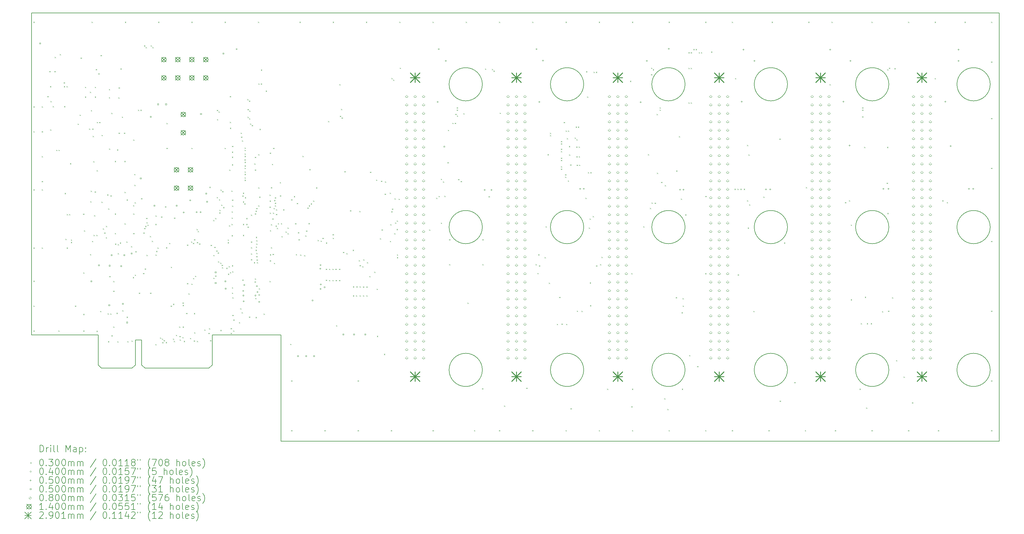
<source format=gbr>
%TF.GenerationSoftware,KiCad,Pcbnew,6.0.7-f9a2dced07~116~ubuntu22.04.1*%
%TF.CreationDate,2023-05-31T10:56:23+01:00*%
%TF.ProjectId,hiltop_backplane_brd,68696c74-6f70-45f6-9261-636b706c616e,A*%
%TF.SameCoordinates,Original*%
%TF.FileFunction,Drillmap*%
%TF.FilePolarity,Positive*%
%FSLAX45Y45*%
G04 Gerber Fmt 4.5, Leading zero omitted, Abs format (unit mm)*
G04 Created by KiCad (PCBNEW 6.0.7-f9a2dced07~116~ubuntu22.04.1) date 2023-05-31 10:56:23*
%MOMM*%
%LPD*%
G01*
G04 APERTURE LIST*
%ADD10C,0.150000*%
%ADD11C,0.200000*%
%ADD12C,0.030000*%
%ADD13C,0.040000*%
%ADD14C,0.050000*%
%ADD15C,0.080010*%
%ADD16C,0.140000*%
%ADD17C,0.290068*%
G04 APERTURE END LIST*
D10*
X17984000Y-5070000D02*
G75*
G03*
X17984000Y-5070000I-500000J0D01*
G01*
X21032000Y-5070000D02*
G75*
G03*
X21032000Y-5070000I-500000J0D01*
G01*
X24080000Y-5070000D02*
G75*
G03*
X24080000Y-5070000I-500000J0D01*
G01*
X21032000Y-9370000D02*
G75*
G03*
X21032000Y-9370000I-500000J0D01*
G01*
X24080000Y-9370000D02*
G75*
G03*
X24080000Y-9370000I-500000J0D01*
G01*
X17984000Y-13670000D02*
G75*
G03*
X17984000Y-13670000I-500000J0D01*
G01*
X21032000Y-13670000D02*
G75*
G03*
X21032000Y-13670000I-500000J0D01*
G01*
X24080000Y-13670000D02*
G75*
G03*
X24080000Y-13670000I-500000J0D01*
G01*
X17984000Y-9370000D02*
G75*
G03*
X17984000Y-9370000I-500000J0D01*
G01*
X27160000Y-13670000D02*
G75*
G03*
X27160000Y-13670000I-500000J0D01*
G01*
X6530000Y-13620000D02*
X7450000Y-13620000D01*
X7550000Y-13520000D02*
X7550000Y-12770000D01*
X9860000Y-12620000D02*
X11930000Y-12620000D01*
X30208000Y-13670000D02*
G75*
G03*
X30208000Y-13670000I-500000J0D01*
G01*
X33256000Y-9370000D02*
G75*
G03*
X33256000Y-9370000I-500000J0D01*
G01*
X7550000Y-13520000D02*
X7450000Y-13620000D01*
X9760000Y-13620000D02*
X9860000Y-13520000D01*
X33256000Y-5070000D02*
G75*
G03*
X33256000Y-5070000I-500000J0D01*
G01*
X27160000Y-5070000D02*
G75*
G03*
X27160000Y-5070000I-500000J0D01*
G01*
X30208000Y-9370000D02*
G75*
G03*
X30208000Y-9370000I-500000J0D01*
G01*
X4430000Y-2920000D02*
X33530000Y-2920000D01*
X6430000Y-13520000D02*
X6430000Y-12620000D01*
X27160000Y-9370000D02*
G75*
G03*
X27160000Y-9370000I-500000J0D01*
G01*
X33256000Y-13670000D02*
G75*
G03*
X33256000Y-13670000I-500000J0D01*
G01*
X7740000Y-13520000D02*
X7840000Y-13620000D01*
X11930000Y-13620000D02*
X11930000Y-15820000D01*
X4430000Y-12620000D02*
X4430000Y-2920000D01*
X11930000Y-12620000D02*
X11930000Y-13620000D01*
X7840000Y-13620000D02*
X9760000Y-13620000D01*
X6430000Y-13520000D02*
X6530000Y-13620000D01*
X7550000Y-12770000D02*
X7740000Y-12770000D01*
X9860000Y-13520000D02*
X9860000Y-12770000D01*
X33530000Y-2920000D02*
X33530000Y-15820000D01*
X30208000Y-5070000D02*
G75*
G03*
X30208000Y-5070000I-500000J0D01*
G01*
X9860000Y-12770000D02*
X9860000Y-12620000D01*
X33530000Y-15820000D02*
X11930000Y-15820000D01*
X7740000Y-12770000D02*
X7740000Y-13520000D01*
X6430000Y-12620000D02*
X4430000Y-12620000D01*
D11*
D12*
X4485000Y-3185000D02*
X4515000Y-3215000D01*
X4515000Y-3185000D02*
X4485000Y-3215000D01*
X4485000Y-5735000D02*
X4515000Y-5765000D01*
X4515000Y-5735000D02*
X4485000Y-5765000D01*
X4485000Y-6485000D02*
X4515000Y-6515000D01*
X4515000Y-6485000D02*
X4485000Y-6515000D01*
X4485000Y-8235000D02*
X4515000Y-8265000D01*
X4515000Y-8235000D02*
X4485000Y-8265000D01*
X4485000Y-9985000D02*
X4515000Y-10015000D01*
X4515000Y-9985000D02*
X4485000Y-10015000D01*
X4485000Y-10985000D02*
X4515000Y-11015000D01*
X4515000Y-10985000D02*
X4485000Y-11015000D01*
X4485000Y-11735000D02*
X4515000Y-11765000D01*
X4515000Y-11735000D02*
X4485000Y-11765000D01*
X4485000Y-12485000D02*
X4515000Y-12515000D01*
X4515000Y-12485000D02*
X4485000Y-12515000D01*
X4735000Y-5735000D02*
X4765000Y-5765000D01*
X4765000Y-5735000D02*
X4735000Y-5765000D01*
X4735000Y-6485000D02*
X4765000Y-6515000D01*
X4765000Y-6485000D02*
X4735000Y-6515000D01*
X4735000Y-7235000D02*
X4765000Y-7265000D01*
X4765000Y-7235000D02*
X4735000Y-7265000D01*
X4735000Y-7985000D02*
X4765000Y-8015000D01*
X4765000Y-7985000D02*
X4735000Y-8015000D01*
X4735000Y-8235000D02*
X4765000Y-8265000D01*
X4765000Y-8235000D02*
X4735000Y-8265000D01*
X4735000Y-9985000D02*
X4765000Y-10015000D01*
X4765000Y-9985000D02*
X4735000Y-10015000D01*
X4905000Y-5425000D02*
X4935000Y-5455000D01*
X4935000Y-5425000D02*
X4905000Y-5455000D01*
X4963400Y-4673000D02*
X4993400Y-4703000D01*
X4993400Y-4673000D02*
X4963400Y-4703000D01*
X4985000Y-5125000D02*
X5015000Y-5155000D01*
X5015000Y-5125000D02*
X4985000Y-5155000D01*
X4990000Y-6430000D02*
X5020000Y-6460000D01*
X5020000Y-6430000D02*
X4990000Y-6460000D01*
X4999000Y-5574000D02*
X5029000Y-5604000D01*
X5029000Y-5574000D02*
X4999000Y-5604000D01*
X5065000Y-5725000D02*
X5095000Y-5755000D01*
X5095000Y-5725000D02*
X5065000Y-5755000D01*
X5115800Y-4673000D02*
X5145800Y-4703000D01*
X5145800Y-4673000D02*
X5115800Y-4703000D01*
X5125000Y-4245000D02*
X5155000Y-4275000D01*
X5155000Y-4245000D02*
X5125000Y-4275000D01*
X5170000Y-7045000D02*
X5200000Y-7075000D01*
X5200000Y-7045000D02*
X5170000Y-7075000D01*
X5235000Y-12485000D02*
X5265000Y-12515000D01*
X5265000Y-12485000D02*
X5235000Y-12515000D01*
X5240000Y-7045000D02*
X5270000Y-7075000D01*
X5270000Y-7045000D02*
X5240000Y-7075000D01*
X5275000Y-4162650D02*
X5305000Y-4192650D01*
X5305000Y-4162650D02*
X5275000Y-4192650D01*
X5394876Y-5011124D02*
X5424876Y-5041124D01*
X5424876Y-5011124D02*
X5394876Y-5041124D01*
X5398000Y-5125000D02*
X5428000Y-5155000D01*
X5428000Y-5125000D02*
X5398000Y-5155000D01*
X5406000Y-5725000D02*
X5436000Y-5755000D01*
X5436000Y-5725000D02*
X5406000Y-5755000D01*
X5425000Y-8345000D02*
X5455000Y-8375000D01*
X5455000Y-8345000D02*
X5425000Y-8375000D01*
X5445000Y-9723000D02*
X5475000Y-9753000D01*
X5475000Y-9723000D02*
X5445000Y-9753000D01*
X5479000Y-5124000D02*
X5509000Y-5154000D01*
X5509000Y-5124000D02*
X5479000Y-5154000D01*
X5485000Y-9985000D02*
X5515000Y-10015000D01*
X5515000Y-9985000D02*
X5485000Y-10015000D01*
X5486578Y-8976602D02*
X5516578Y-9006602D01*
X5516578Y-8976602D02*
X5486578Y-9006602D01*
X5556578Y-8976602D02*
X5586578Y-9006602D01*
X5586578Y-8976602D02*
X5556578Y-9006602D01*
X5585000Y-7445000D02*
X5615000Y-7475000D01*
X5615000Y-7445000D02*
X5585000Y-7475000D01*
X5610000Y-9745000D02*
X5640000Y-9775000D01*
X5640000Y-9745000D02*
X5610000Y-9775000D01*
X5610000Y-9815000D02*
X5640000Y-9845000D01*
X5640000Y-9815000D02*
X5610000Y-9845000D01*
X5735000Y-11735000D02*
X5765000Y-11765000D01*
X5765000Y-11735000D02*
X5735000Y-11765000D01*
X5815000Y-6255000D02*
X5845000Y-6285000D01*
X5845000Y-6255000D02*
X5815000Y-6285000D01*
X5875000Y-5985000D02*
X5905000Y-6015000D01*
X5905000Y-5985000D02*
X5875000Y-6015000D01*
X5905000Y-4265000D02*
X5935000Y-4295000D01*
X5935000Y-4265000D02*
X5905000Y-4295000D01*
X5978000Y-8965000D02*
X6008000Y-8995000D01*
X6008000Y-8965000D02*
X5978000Y-8995000D01*
X5985000Y-10735000D02*
X6015000Y-10765000D01*
X6015000Y-10735000D02*
X5985000Y-10765000D01*
X5985000Y-11985000D02*
X6015000Y-12015000D01*
X6015000Y-11985000D02*
X5985000Y-12015000D01*
X5985000Y-12485000D02*
X6015000Y-12515000D01*
X6015000Y-12485000D02*
X5985000Y-12515000D01*
X6004800Y-9469200D02*
X6034800Y-9499200D01*
X6034800Y-9469200D02*
X6004800Y-9499200D01*
X6035600Y-5146600D02*
X6065600Y-5176600D01*
X6065600Y-5146600D02*
X6035600Y-5176600D01*
X6035600Y-5440600D02*
X6065600Y-5470600D01*
X6065600Y-5440600D02*
X6035600Y-5470600D01*
X6155000Y-6405000D02*
X6185000Y-6435000D01*
X6185000Y-6405000D02*
X6155000Y-6435000D01*
X6182600Y-5293600D02*
X6212600Y-5323600D01*
X6212600Y-5293600D02*
X6182600Y-5323600D01*
X6185000Y-10185000D02*
X6215000Y-10215000D01*
X6215000Y-10185000D02*
X6185000Y-10215000D01*
X6193000Y-8594000D02*
X6223000Y-8624000D01*
X6223000Y-8594000D02*
X6193000Y-8624000D01*
X6208000Y-8273000D02*
X6238000Y-8303000D01*
X6238000Y-8273000D02*
X6208000Y-8303000D01*
X6210000Y-5850000D02*
X6240000Y-5880000D01*
X6240000Y-5850000D02*
X6210000Y-5880000D01*
X6235000Y-3185000D02*
X6265000Y-3215000D01*
X6265000Y-3185000D02*
X6235000Y-3215000D01*
X6245000Y-9786000D02*
X6275000Y-9816000D01*
X6275000Y-9786000D02*
X6245000Y-9816000D01*
X6255000Y-6405000D02*
X6285000Y-6435000D01*
X6285000Y-6405000D02*
X6255000Y-6435000D01*
X6267000Y-6623000D02*
X6297000Y-6653000D01*
X6297000Y-6623000D02*
X6267000Y-6653000D01*
X6285000Y-7385000D02*
X6315000Y-7415000D01*
X6315000Y-7385000D02*
X6285000Y-7415000D01*
X6293000Y-9604000D02*
X6323000Y-9634000D01*
X6323000Y-9604000D02*
X6293000Y-9634000D01*
X6307000Y-9012000D02*
X6337000Y-9042000D01*
X6337000Y-9012000D02*
X6307000Y-9042000D01*
X6327000Y-8297000D02*
X6357000Y-8327000D01*
X6357000Y-8297000D02*
X6327000Y-8327000D01*
X6329600Y-5146600D02*
X6359600Y-5176600D01*
X6359600Y-5146600D02*
X6329600Y-5176600D01*
X6329600Y-5440600D02*
X6359600Y-5470600D01*
X6359600Y-5440600D02*
X6329600Y-5470600D01*
X6361000Y-4615000D02*
X6391000Y-4645000D01*
X6391000Y-4615000D02*
X6361000Y-4645000D01*
X6377000Y-9604000D02*
X6407000Y-9634000D01*
X6407000Y-9604000D02*
X6377000Y-9634000D01*
X6383000Y-12491000D02*
X6413000Y-12521000D01*
X6413000Y-12491000D02*
X6383000Y-12521000D01*
X6384000Y-7655000D02*
X6414000Y-7685000D01*
X6414000Y-7655000D02*
X6384000Y-7685000D01*
X6390000Y-6205000D02*
X6420000Y-6235000D01*
X6420000Y-6205000D02*
X6390000Y-6235000D01*
X6434000Y-4740000D02*
X6464000Y-4770000D01*
X6464000Y-4740000D02*
X6434000Y-4770000D01*
X6460000Y-6205000D02*
X6490000Y-6235000D01*
X6490000Y-6205000D02*
X6460000Y-6235000D01*
X6492000Y-11895000D02*
X6522000Y-11925000D01*
X6522000Y-11895000D02*
X6492000Y-11925000D01*
X6505000Y-4190000D02*
X6535000Y-4220000D01*
X6535000Y-4190000D02*
X6505000Y-4220000D01*
X6527000Y-8606000D02*
X6557000Y-8636000D01*
X6557000Y-8606000D02*
X6527000Y-8636000D01*
X6535000Y-6596000D02*
X6565000Y-6626000D01*
X6565000Y-6596000D02*
X6535000Y-6626000D01*
X6571000Y-9411000D02*
X6601000Y-9441000D01*
X6601000Y-9411000D02*
X6571000Y-9441000D01*
X6616000Y-9532000D02*
X6646000Y-9562000D01*
X6646000Y-9532000D02*
X6616000Y-9562000D01*
X6659000Y-9675000D02*
X6689000Y-9705000D01*
X6689000Y-9675000D02*
X6659000Y-9705000D01*
X6664000Y-9333501D02*
X6694000Y-9363501D01*
X6694000Y-9333501D02*
X6664000Y-9363501D01*
X6702500Y-8385000D02*
X6732500Y-8415000D01*
X6732500Y-8385000D02*
X6702500Y-8415000D01*
X6715000Y-11966000D02*
X6745000Y-11996000D01*
X6745000Y-11966000D02*
X6715000Y-11996000D01*
X6729000Y-12807000D02*
X6759000Y-12837000D01*
X6759000Y-12807000D02*
X6729000Y-12837000D01*
X6734000Y-8809000D02*
X6764000Y-8839000D01*
X6764000Y-8809000D02*
X6734000Y-8839000D01*
X6755000Y-5215000D02*
X6785000Y-5245000D01*
X6785000Y-5215000D02*
X6755000Y-5245000D01*
X6755000Y-5459950D02*
X6785000Y-5489950D01*
X6785000Y-5459950D02*
X6755000Y-5489950D01*
X6756000Y-7004000D02*
X6786000Y-7034000D01*
X6786000Y-7004000D02*
X6756000Y-7034000D01*
X6765000Y-10845000D02*
X6795000Y-10875000D01*
X6795000Y-10845000D02*
X6765000Y-10875000D01*
X6795000Y-11970000D02*
X6825000Y-12000000D01*
X6825000Y-11970000D02*
X6795000Y-12000000D01*
X6798000Y-8414000D02*
X6828000Y-8444000D01*
X6828000Y-8414000D02*
X6798000Y-8444000D01*
X6824000Y-5931000D02*
X6854000Y-5961000D01*
X6854000Y-5931000D02*
X6824000Y-5961000D01*
X6831000Y-12629000D02*
X6861000Y-12659000D01*
X6861000Y-12629000D02*
X6831000Y-12659000D01*
X6883501Y-12363374D02*
X6913501Y-12393374D01*
X6913501Y-12363374D02*
X6883501Y-12393374D01*
X6885000Y-10995000D02*
X6915000Y-11025000D01*
X6915000Y-10995000D02*
X6885000Y-11025000D01*
X6885000Y-11285000D02*
X6915000Y-11315000D01*
X6915000Y-11285000D02*
X6885000Y-11315000D01*
X6930000Y-8962000D02*
X6960000Y-8992000D01*
X6960000Y-8962000D02*
X6930000Y-8992000D01*
X6930000Y-9550000D02*
X6960000Y-9580000D01*
X6960000Y-9550000D02*
X6930000Y-9580000D01*
X6931000Y-7376000D02*
X6961000Y-7406000D01*
X6961000Y-7376000D02*
X6931000Y-7406000D01*
X6938079Y-9867667D02*
X6968079Y-9897667D01*
X6968079Y-9867667D02*
X6938079Y-9897667D01*
X6980500Y-11950500D02*
X7010500Y-11980500D01*
X7010500Y-11950500D02*
X6980500Y-11980500D01*
X6998000Y-7031000D02*
X7028000Y-7061000D01*
X7028000Y-7031000D02*
X6998000Y-7061000D01*
X7007000Y-12809000D02*
X7037000Y-12839000D01*
X7037000Y-12809000D02*
X7007000Y-12839000D01*
X7019787Y-9885336D02*
X7049787Y-9915336D01*
X7049787Y-9885336D02*
X7019787Y-9915336D01*
X7020799Y-10154799D02*
X7050799Y-10184799D01*
X7050799Y-10154799D02*
X7020799Y-10184799D01*
X7035000Y-5465000D02*
X7065000Y-5495000D01*
X7065000Y-5465000D02*
X7035000Y-5495000D01*
X7045000Y-5165000D02*
X7075000Y-5195000D01*
X7075000Y-5165000D02*
X7045000Y-5195000D01*
X7045000Y-6525000D02*
X7075000Y-6555000D01*
X7075000Y-6525000D02*
X7045000Y-6555000D01*
X7085000Y-9831999D02*
X7115000Y-9861999D01*
X7115000Y-9831999D02*
X7085000Y-9861999D01*
X7100000Y-4590000D02*
X7130000Y-4620000D01*
X7130000Y-4590000D02*
X7100000Y-4620000D01*
X7145000Y-6045000D02*
X7175000Y-6075000D01*
X7175000Y-6045000D02*
X7145000Y-6075000D01*
X7155000Y-11875001D02*
X7185000Y-11905001D01*
X7185000Y-11875001D02*
X7155000Y-11905001D01*
X7205000Y-6525000D02*
X7235000Y-6555000D01*
X7235000Y-6525000D02*
X7205000Y-6555000D01*
X7218000Y-7376000D02*
X7248000Y-7406000D01*
X7248000Y-7376000D02*
X7218000Y-7406000D01*
X7224000Y-9256000D02*
X7254000Y-9286000D01*
X7254000Y-9256000D02*
X7224000Y-9286000D01*
X7225000Y-8311000D02*
X7255000Y-8341000D01*
X7255000Y-8311000D02*
X7225000Y-8341000D01*
X7235000Y-3185000D02*
X7265000Y-3215000D01*
X7265000Y-3185000D02*
X7235000Y-3215000D01*
X7280000Y-9802000D02*
X7310000Y-9832000D01*
X7310000Y-9802000D02*
X7280000Y-9832000D01*
X7287000Y-8540000D02*
X7317000Y-8570000D01*
X7317000Y-8540000D02*
X7287000Y-8570000D01*
X7287504Y-12067504D02*
X7317504Y-12097504D01*
X7317504Y-12067504D02*
X7287504Y-12097504D01*
X7309000Y-12803000D02*
X7339000Y-12833000D01*
X7339000Y-12803000D02*
X7309000Y-12833000D01*
X7417000Y-9942000D02*
X7447000Y-9972000D01*
X7447000Y-9942000D02*
X7417000Y-9972000D01*
X7435000Y-12789000D02*
X7465000Y-12819000D01*
X7465000Y-12789000D02*
X7435000Y-12819000D01*
X7475000Y-10872499D02*
X7505000Y-10902499D01*
X7505000Y-10872499D02*
X7475000Y-10902499D01*
X7483000Y-8712000D02*
X7513000Y-8742000D01*
X7513000Y-8712000D02*
X7483000Y-8742000D01*
X7485000Y-6735000D02*
X7515000Y-6765000D01*
X7515000Y-6735000D02*
X7485000Y-6765000D01*
X7485000Y-8962000D02*
X7515000Y-8992000D01*
X7515000Y-8962000D02*
X7485000Y-8992000D01*
X7485000Y-9550000D02*
X7515000Y-9580000D01*
X7515000Y-9550000D02*
X7485000Y-9580000D01*
X7515000Y-7770000D02*
X7545000Y-7800000D01*
X7545000Y-7770000D02*
X7515000Y-7800000D01*
X7520000Y-8096000D02*
X7550000Y-8126000D01*
X7550000Y-8096000D02*
X7520000Y-8126000D01*
X7528443Y-8620499D02*
X7558443Y-8650499D01*
X7558443Y-8620499D02*
X7528443Y-8650499D01*
X7534000Y-10804000D02*
X7564000Y-10834000D01*
X7564000Y-10804000D02*
X7534000Y-10834000D01*
X7550000Y-10094000D02*
X7580000Y-10124000D01*
X7580000Y-10094000D02*
X7550000Y-10124000D01*
X7630000Y-5835000D02*
X7660000Y-5865000D01*
X7660000Y-5835000D02*
X7630000Y-5865000D01*
X7655000Y-11345000D02*
X7685000Y-11375000D01*
X7685000Y-11345000D02*
X7655000Y-11375000D01*
X7700000Y-5835000D02*
X7730000Y-5865000D01*
X7730000Y-5835000D02*
X7700000Y-5865000D01*
X7724624Y-8500376D02*
X7754624Y-8530376D01*
X7754624Y-8500376D02*
X7724624Y-8530376D01*
X7780400Y-10750400D02*
X7810400Y-10780400D01*
X7810400Y-10750400D02*
X7780400Y-10780400D01*
X7793000Y-9533000D02*
X7823000Y-9563000D01*
X7823000Y-9533000D02*
X7793000Y-9563000D01*
X7810251Y-3900251D02*
X7840251Y-3930251D01*
X7840251Y-3900251D02*
X7810251Y-3930251D01*
X7814550Y-9395885D02*
X7844550Y-9425885D01*
X7844550Y-9395885D02*
X7814550Y-9425885D01*
X7835000Y-10617501D02*
X7865000Y-10647501D01*
X7865000Y-10617501D02*
X7835000Y-10647501D01*
X7846305Y-9333501D02*
X7876305Y-9363501D01*
X7876305Y-9333501D02*
X7846305Y-9363501D01*
X7859749Y-3949749D02*
X7889749Y-3979749D01*
X7889749Y-3949749D02*
X7859749Y-3979749D01*
X7876000Y-9092000D02*
X7906000Y-9122000D01*
X7906000Y-9092000D02*
X7876000Y-9122000D01*
X7885000Y-9225000D02*
X7915000Y-9255000D01*
X7915000Y-9225000D02*
X7885000Y-9255000D01*
X7885000Y-10205000D02*
X7915000Y-10235000D01*
X7915000Y-10205000D02*
X7885000Y-10235000D01*
X7915000Y-9295000D02*
X7945000Y-9325000D01*
X7945000Y-9295000D02*
X7915000Y-9325000D01*
X7985000Y-9640000D02*
X8015000Y-9670000D01*
X8015000Y-9640000D02*
X7985000Y-9670000D01*
X7995000Y-11345000D02*
X8025000Y-11375000D01*
X8025000Y-11345000D02*
X7995000Y-11375000D01*
X8010251Y-3900251D02*
X8040251Y-3930251D01*
X8040251Y-3900251D02*
X8010251Y-3930251D01*
X8043000Y-9781000D02*
X8073000Y-9811000D01*
X8073000Y-9781000D02*
X8043000Y-9811000D01*
X8059749Y-3949749D02*
X8089749Y-3979749D01*
X8089749Y-3949749D02*
X8059749Y-3979749D01*
X8152499Y-12895000D02*
X8182499Y-12925000D01*
X8182499Y-12895000D02*
X8152499Y-12925000D01*
X8152500Y-9272499D02*
X8182500Y-9302499D01*
X8182500Y-9272499D02*
X8152500Y-9302499D01*
X8154624Y-9021376D02*
X8184624Y-9051376D01*
X8184624Y-9021376D02*
X8154624Y-9051376D01*
X8155000Y-10195000D02*
X8185000Y-10225000D01*
X8185000Y-10195000D02*
X8155000Y-10225000D01*
X8175000Y-10085000D02*
X8205000Y-10115000D01*
X8205000Y-10085000D02*
X8175000Y-10115000D01*
X8215000Y-9985000D02*
X8245000Y-10015000D01*
X8245000Y-9985000D02*
X8215000Y-10015000D01*
X8235000Y-3185000D02*
X8265000Y-3215000D01*
X8265000Y-3185000D02*
X8235000Y-3215000D01*
X8288419Y-12694142D02*
X8318419Y-12724142D01*
X8318419Y-12694142D02*
X8288419Y-12724142D01*
X8326000Y-9050000D02*
X8356000Y-9080000D01*
X8356000Y-9050000D02*
X8326000Y-9080000D01*
X8349996Y-12727436D02*
X8379996Y-12757436D01*
X8379996Y-12727436D02*
X8349996Y-12757436D01*
X8360100Y-12834114D02*
X8390100Y-12864114D01*
X8390100Y-12834114D02*
X8360100Y-12864114D01*
X8402497Y-12775145D02*
X8432497Y-12805145D01*
X8432497Y-12775145D02*
X8402497Y-12805145D01*
X8445000Y-8745000D02*
X8475000Y-8775000D01*
X8475000Y-8745000D02*
X8445000Y-8775000D01*
X8465101Y-12828848D02*
X8495101Y-12858848D01*
X8495101Y-12828848D02*
X8465101Y-12858848D01*
X8472499Y-9975296D02*
X8502499Y-10005296D01*
X8502499Y-9975296D02*
X8472499Y-10005296D01*
X8485000Y-6235000D02*
X8515000Y-6265000D01*
X8515000Y-6235000D02*
X8485000Y-6265000D01*
X8485000Y-6985000D02*
X8515000Y-7015000D01*
X8515000Y-6985000D02*
X8485000Y-7015000D01*
X8565000Y-9845000D02*
X8595000Y-9875000D01*
X8595000Y-9845000D02*
X8565000Y-9875000D01*
X8612502Y-11733558D02*
X8642502Y-11763558D01*
X8642502Y-11733558D02*
X8612502Y-11763558D01*
X8615000Y-10565000D02*
X8645000Y-10595000D01*
X8645000Y-10565000D02*
X8615000Y-10595000D01*
X8681675Y-12730963D02*
X8711675Y-12760963D01*
X8711675Y-12730963D02*
X8681675Y-12760963D01*
X8684581Y-11678446D02*
X8714581Y-11708446D01*
X8714581Y-11678446D02*
X8684581Y-11708446D01*
X8704464Y-12797955D02*
X8734464Y-12827955D01*
X8734464Y-12797955D02*
X8704464Y-12827955D01*
X8715000Y-9085000D02*
X8745000Y-9115000D01*
X8745000Y-9085000D02*
X8715000Y-9115000D01*
X8769675Y-12614504D02*
X8799675Y-12644504D01*
X8799675Y-12614504D02*
X8769675Y-12644504D01*
X8864000Y-12363000D02*
X8894000Y-12393000D01*
X8894000Y-12363000D02*
X8864000Y-12393000D01*
X8874830Y-12648250D02*
X8904830Y-12678250D01*
X8904830Y-12648250D02*
X8874830Y-12678250D01*
X8884178Y-12752452D02*
X8914178Y-12782452D01*
X8914178Y-12752452D02*
X8884178Y-12782452D01*
X8965037Y-12681362D02*
X8995037Y-12711362D01*
X8995037Y-12681362D02*
X8965037Y-12711362D01*
X8968181Y-11642137D02*
X8998181Y-11672137D01*
X8998181Y-11642137D02*
X8968181Y-11672137D01*
X8972000Y-12364000D02*
X9002000Y-12394000D01*
X9002000Y-12364000D02*
X8972000Y-12394000D01*
X8972663Y-11711995D02*
X9002663Y-11741995D01*
X9002663Y-11711995D02*
X8972663Y-11741995D01*
X9004000Y-12796999D02*
X9034000Y-12826999D01*
X9034000Y-12796999D02*
X9004000Y-12826999D01*
X9079000Y-11953000D02*
X9109000Y-11983000D01*
X9109000Y-11953000D02*
X9079000Y-11983000D01*
X9105000Y-9895000D02*
X9135000Y-9925000D01*
X9135000Y-9895000D02*
X9105000Y-9925000D01*
X9105000Y-11055000D02*
X9135000Y-11085000D01*
X9135000Y-11055000D02*
X9105000Y-11085000D01*
X9145000Y-11365000D02*
X9175000Y-11395000D01*
X9175000Y-11365000D02*
X9145000Y-11395000D01*
X9190798Y-12709202D02*
X9220798Y-12739202D01*
X9220798Y-12709202D02*
X9190798Y-12739202D01*
X9225000Y-9805000D02*
X9255000Y-9835000D01*
X9255000Y-9805000D02*
X9225000Y-9835000D01*
X9235000Y-3185000D02*
X9265000Y-3215000D01*
X9265000Y-3185000D02*
X9235000Y-3215000D01*
X9235000Y-6985000D02*
X9265000Y-7015000D01*
X9265000Y-6985000D02*
X9235000Y-7015000D01*
X9235000Y-11075000D02*
X9265000Y-11105000D01*
X9265000Y-11075000D02*
X9235000Y-11105000D01*
X9282499Y-9845000D02*
X9312499Y-9875000D01*
X9312499Y-9845000D02*
X9282499Y-9875000D01*
X9285000Y-10905000D02*
X9315000Y-10935000D01*
X9315000Y-10905000D02*
X9285000Y-10935000D01*
X9305000Y-12785000D02*
X9335000Y-12815000D01*
X9335000Y-12785000D02*
X9305000Y-12815000D01*
X9312000Y-11959000D02*
X9342000Y-11989000D01*
X9342000Y-11959000D02*
X9312000Y-11989000D01*
X9315000Y-9735000D02*
X9345000Y-9765000D01*
X9345000Y-9735000D02*
X9315000Y-9765000D01*
X9320000Y-12537000D02*
X9350000Y-12567000D01*
X9350000Y-12537000D02*
X9320000Y-12567000D01*
X9345000Y-10837810D02*
X9375000Y-10867810D01*
X9375000Y-10837810D02*
X9345000Y-10867810D01*
X9390154Y-9427501D02*
X9420154Y-9457501D01*
X9420154Y-9427501D02*
X9390154Y-9457501D01*
X9398000Y-9819000D02*
X9428000Y-9849000D01*
X9428000Y-9819000D02*
X9398000Y-9849000D01*
X9400519Y-12796342D02*
X9430519Y-12826342D01*
X9430519Y-12796342D02*
X9400519Y-12826342D01*
X9426363Y-9487410D02*
X9456363Y-9517410D01*
X9456363Y-9487410D02*
X9426363Y-9517410D01*
X9467501Y-9861936D02*
X9497501Y-9891936D01*
X9497501Y-9861936D02*
X9467501Y-9891936D01*
X9625000Y-12455000D02*
X9655000Y-12485000D01*
X9655000Y-12455000D02*
X9625000Y-12485000D01*
X9745000Y-12555000D02*
X9775000Y-12585000D01*
X9775000Y-12555000D02*
X9745000Y-12585000D01*
X9765000Y-12415000D02*
X9795000Y-12445000D01*
X9795000Y-12415000D02*
X9765000Y-12445000D01*
X9775000Y-8155000D02*
X9805000Y-8185000D01*
X9805000Y-8155000D02*
X9775000Y-8185000D01*
X9797498Y-12775210D02*
X9827498Y-12805210D01*
X9827498Y-12775210D02*
X9797498Y-12805210D01*
X9815000Y-9905000D02*
X9845000Y-9935000D01*
X9845000Y-9905000D02*
X9815000Y-9935000D01*
X9889376Y-9156376D02*
X9919376Y-9186376D01*
X9919376Y-9156376D02*
X9889376Y-9186376D01*
X9895000Y-10210000D02*
X9925000Y-10240000D01*
X9925000Y-10210000D02*
X9895000Y-10240000D01*
X9895000Y-10895000D02*
X9925000Y-10925000D01*
X9925000Y-10895000D02*
X9895000Y-10925000D01*
X9925000Y-9965000D02*
X9955000Y-9995000D01*
X9955000Y-9965000D02*
X9925000Y-9995000D01*
X9949011Y-10826415D02*
X9979011Y-10856415D01*
X9979011Y-10826415D02*
X9949011Y-10856415D01*
X9949778Y-9095974D02*
X9979778Y-9125974D01*
X9979778Y-9095974D02*
X9949778Y-9125974D01*
X9985000Y-10075000D02*
X10015000Y-10105000D01*
X10015000Y-10075000D02*
X9985000Y-10105000D01*
X9998000Y-8467000D02*
X10028000Y-8497000D01*
X10028000Y-8467000D02*
X9998000Y-8497000D01*
X10000251Y-5840251D02*
X10030251Y-5870251D01*
X10030251Y-5840251D02*
X10000251Y-5870251D01*
X10005000Y-6122000D02*
X10035000Y-6152000D01*
X10035000Y-6122000D02*
X10005000Y-6152000D01*
X10025000Y-10135000D02*
X10055000Y-10165000D01*
X10055000Y-10135000D02*
X10025000Y-10165000D01*
X10034704Y-10402499D02*
X10064704Y-10432499D01*
X10064704Y-10402499D02*
X10034704Y-10432499D01*
X10049749Y-5889749D02*
X10079749Y-5919749D01*
X10079749Y-5889749D02*
X10049749Y-5919749D01*
X10064000Y-8535000D02*
X10094000Y-8565000D01*
X10094000Y-8535000D02*
X10064000Y-8565000D01*
X10072000Y-8926000D02*
X10102000Y-8956000D01*
X10102000Y-8926000D02*
X10072000Y-8956000D01*
X10078000Y-8850000D02*
X10108000Y-8880000D01*
X10108000Y-8850000D02*
X10078000Y-8880000D01*
X10101770Y-10442499D02*
X10131770Y-10472499D01*
X10131770Y-10442499D02*
X10101770Y-10472499D01*
X10105000Y-12465000D02*
X10135000Y-12495000D01*
X10135000Y-12465000D02*
X10105000Y-12495000D01*
X10110251Y-8240251D02*
X10140251Y-8270251D01*
X10140251Y-8240251D02*
X10110251Y-8270251D01*
X10130000Y-8695000D02*
X10160000Y-8725000D01*
X10160000Y-8695000D02*
X10130000Y-8725000D01*
X10146306Y-10507611D02*
X10176306Y-10537611D01*
X10176306Y-10507611D02*
X10146306Y-10537611D01*
X10155263Y-10577037D02*
X10185263Y-10607037D01*
X10185263Y-10577037D02*
X10155263Y-10607037D01*
X10159749Y-8289749D02*
X10189749Y-8319749D01*
X10189749Y-8289749D02*
X10159749Y-8319749D01*
X10193000Y-8765000D02*
X10223000Y-8795000D01*
X10223000Y-8765000D02*
X10193000Y-8795000D01*
X10235000Y-3185000D02*
X10265000Y-3215000D01*
X10265000Y-3185000D02*
X10235000Y-3215000D01*
X10235000Y-6985000D02*
X10265000Y-7015000D01*
X10265000Y-6985000D02*
X10235000Y-7015000D01*
X10285000Y-10595000D02*
X10315000Y-10625000D01*
X10315000Y-10595000D02*
X10285000Y-10625000D01*
X10325000Y-9745000D02*
X10355000Y-9775000D01*
X10355000Y-9745000D02*
X10325000Y-9775000D01*
X10325000Y-9825000D02*
X10355000Y-9855000D01*
X10355000Y-9825000D02*
X10325000Y-9855000D01*
X10335000Y-10775000D02*
X10365000Y-10805000D01*
X10365000Y-10775000D02*
X10335000Y-10805000D01*
X10355000Y-10545000D02*
X10385000Y-10575000D01*
X10385000Y-10545000D02*
X10355000Y-10575000D01*
X10365000Y-9315000D02*
X10395000Y-9345000D01*
X10395000Y-9315000D02*
X10365000Y-9345000D01*
X10375000Y-7642000D02*
X10405000Y-7672000D01*
X10405000Y-7642000D02*
X10375000Y-7672000D01*
X10390000Y-5428000D02*
X10420000Y-5458000D01*
X10420000Y-5428000D02*
X10390000Y-5458000D01*
X10392000Y-6203000D02*
X10422000Y-6233000D01*
X10422000Y-6203000D02*
X10392000Y-6233000D01*
X10393000Y-6378000D02*
X10423000Y-6408000D01*
X10423000Y-6378000D02*
X10393000Y-6408000D01*
X10395000Y-10725000D02*
X10425000Y-10755000D01*
X10425000Y-10725000D02*
X10395000Y-10755000D01*
X10415000Y-12555000D02*
X10445000Y-12585000D01*
X10445000Y-12555000D02*
X10415000Y-12585000D01*
X10416180Y-12410428D02*
X10446180Y-12440428D01*
X10446180Y-12410428D02*
X10416180Y-12440428D01*
X10437450Y-8272088D02*
X10467450Y-8302088D01*
X10467450Y-8272088D02*
X10437450Y-8302088D01*
X10443000Y-9273000D02*
X10473000Y-9303000D01*
X10473000Y-9273000D02*
X10443000Y-9303000D01*
X10444000Y-8898000D02*
X10474000Y-8928000D01*
X10474000Y-8898000D02*
X10444000Y-8928000D01*
X10445000Y-9085000D02*
X10475000Y-9115000D01*
X10475000Y-9085000D02*
X10445000Y-9115000D01*
X10447000Y-9615000D02*
X10477000Y-9645000D01*
X10477000Y-9615000D02*
X10447000Y-9645000D01*
X10452000Y-7479000D02*
X10482000Y-7509000D01*
X10482000Y-7479000D02*
X10452000Y-7509000D01*
X10452000Y-10518000D02*
X10482000Y-10548000D01*
X10482000Y-10518000D02*
X10452000Y-10548000D01*
X10453000Y-7252000D02*
X10483000Y-7282000D01*
X10483000Y-7252000D02*
X10453000Y-7282000D01*
X10455000Y-7100000D02*
X10485000Y-7130000D01*
X10485000Y-7100000D02*
X10455000Y-7130000D01*
X10455000Y-11185000D02*
X10485000Y-11215000D01*
X10485000Y-11185000D02*
X10455000Y-11215000D01*
X10455000Y-11345000D02*
X10485000Y-11375000D01*
X10485000Y-11345000D02*
X10455000Y-11375000D01*
X10458000Y-6924000D02*
X10488000Y-6954000D01*
X10488000Y-6924000D02*
X10458000Y-6954000D01*
X10459000Y-8542000D02*
X10489000Y-8572000D01*
X10489000Y-8542000D02*
X10459000Y-8572000D01*
X10460000Y-8722000D02*
X10490000Y-8752000D01*
X10490000Y-8722000D02*
X10460000Y-8752000D01*
X10461000Y-10701000D02*
X10491000Y-10731000D01*
X10491000Y-10701000D02*
X10461000Y-10731000D01*
X10465000Y-11485000D02*
X10495000Y-11515000D01*
X10495000Y-11485000D02*
X10465000Y-11515000D01*
X10465000Y-12015000D02*
X10495000Y-12045000D01*
X10495000Y-12015000D02*
X10465000Y-12045000D01*
X10489511Y-12483758D02*
X10519511Y-12513758D01*
X10519511Y-12483758D02*
X10489511Y-12513758D01*
X10495374Y-12153999D02*
X10525374Y-12183999D01*
X10525374Y-12153999D02*
X10495374Y-12183999D01*
X10665000Y-12235000D02*
X10695000Y-12265000D01*
X10695000Y-12235000D02*
X10665000Y-12265000D01*
X10705000Y-11816191D02*
X10735000Y-11846191D01*
X10735000Y-11816191D02*
X10705000Y-11846191D01*
X10715000Y-6525000D02*
X10745000Y-6555000D01*
X10745000Y-6525000D02*
X10715000Y-6555000D01*
X10730000Y-6645000D02*
X10760000Y-6675000D01*
X10760000Y-6645000D02*
X10730000Y-6675000D01*
X10745000Y-11935000D02*
X10775000Y-11965000D01*
X10775000Y-11935000D02*
X10745000Y-11965000D01*
X10755000Y-6760000D02*
X10785000Y-6790000D01*
X10785000Y-6760000D02*
X10755000Y-6790000D01*
X10765000Y-8420000D02*
X10795000Y-8450000D01*
X10795000Y-8420000D02*
X10765000Y-8450000D01*
X10767000Y-10950000D02*
X10797000Y-10980000D01*
X10797000Y-10950000D02*
X10767000Y-10980000D01*
X10785000Y-8335000D02*
X10815000Y-8365000D01*
X10815000Y-8335000D02*
X10785000Y-8365000D01*
X10785000Y-8595000D02*
X10815000Y-8625000D01*
X10815000Y-8595000D02*
X10785000Y-8625000D01*
X10785000Y-9275000D02*
X10815000Y-9305000D01*
X10815000Y-9275000D02*
X10785000Y-9305000D01*
X10785000Y-9604951D02*
X10815000Y-9634951D01*
X10815000Y-9604951D02*
X10785000Y-9634951D01*
X10825000Y-8655000D02*
X10855000Y-8685000D01*
X10855000Y-8655000D02*
X10825000Y-8685000D01*
X10831336Y-7331609D02*
X10861336Y-7361609D01*
X10861336Y-7331609D02*
X10831336Y-7361609D01*
X10835000Y-6975000D02*
X10865000Y-7005000D01*
X10865000Y-6975000D02*
X10835000Y-7005000D01*
X10835000Y-7045000D02*
X10865000Y-7075000D01*
X10865000Y-7045000D02*
X10835000Y-7075000D01*
X10835000Y-7155000D02*
X10865000Y-7185000D01*
X10865000Y-7155000D02*
X10835000Y-7185000D01*
X10835000Y-7225000D02*
X10865000Y-7255000D01*
X10865000Y-7225000D02*
X10835000Y-7255000D01*
X10835000Y-7405000D02*
X10865000Y-7435000D01*
X10865000Y-7405000D02*
X10835000Y-7435000D01*
X10835000Y-7515000D02*
X10865000Y-7545000D01*
X10865000Y-7515000D02*
X10835000Y-7545000D01*
X10835000Y-7585000D02*
X10865000Y-7615000D01*
X10865000Y-7585000D02*
X10835000Y-7615000D01*
X10835000Y-7695000D02*
X10865000Y-7725000D01*
X10865000Y-7695000D02*
X10835000Y-7725000D01*
X10835000Y-7765000D02*
X10865000Y-7795000D01*
X10865000Y-7765000D02*
X10835000Y-7795000D01*
X10835000Y-7875000D02*
X10865000Y-7905000D01*
X10865000Y-7875000D02*
X10835000Y-7905000D01*
X10835000Y-7945000D02*
X10865000Y-7975000D01*
X10865000Y-7945000D02*
X10835000Y-7975000D01*
X10844844Y-8471891D02*
X10874844Y-8501891D01*
X10874844Y-8471891D02*
X10844844Y-8501891D01*
X10885000Y-9095000D02*
X10915000Y-9125000D01*
X10915000Y-9095000D02*
X10885000Y-9125000D01*
X10885000Y-9275000D02*
X10915000Y-9305000D01*
X10915000Y-9275000D02*
X10885000Y-9305000D01*
X10917251Y-5513251D02*
X10947251Y-5543251D01*
X10947251Y-5513251D02*
X10917251Y-5543251D01*
X10922251Y-6046251D02*
X10952251Y-6076251D01*
X10952251Y-6046251D02*
X10922251Y-6076251D01*
X10925000Y-9355000D02*
X10955000Y-9385000D01*
X10955000Y-9355000D02*
X10925000Y-9385000D01*
X10925375Y-5813760D02*
X10955375Y-5843760D01*
X10955375Y-5813760D02*
X10925375Y-5843760D01*
X10965000Y-12065000D02*
X10995000Y-12095000D01*
X10995000Y-12065000D02*
X10965000Y-12095000D01*
X10966749Y-5562749D02*
X10996749Y-5592749D01*
X10996749Y-5562749D02*
X10966749Y-5592749D01*
X10971749Y-6095749D02*
X11001749Y-6125749D01*
X11001749Y-6095749D02*
X10971749Y-6125749D01*
X10974873Y-5863258D02*
X11004873Y-5893258D01*
X11004873Y-5863258D02*
X10974873Y-5893258D01*
X11000251Y-6250251D02*
X11030251Y-6280251D01*
X11030251Y-6250251D02*
X11000251Y-6280251D01*
X11025000Y-9805000D02*
X11055000Y-9835000D01*
X11055000Y-9805000D02*
X11025000Y-9835000D01*
X11025000Y-9975000D02*
X11055000Y-10005000D01*
X11055000Y-9975000D02*
X11025000Y-10005000D01*
X11025000Y-10165000D02*
X11055000Y-10195000D01*
X11055000Y-10165000D02*
X11025000Y-10195000D01*
X11025000Y-10335000D02*
X11055000Y-10365000D01*
X11055000Y-10335000D02*
X11025000Y-10365000D01*
X11025863Y-8992687D02*
X11055863Y-9022687D01*
X11055863Y-8992687D02*
X11025863Y-9022687D01*
X11049749Y-6299749D02*
X11079749Y-6329749D01*
X11079749Y-6299749D02*
X11049749Y-6329749D01*
X11115000Y-10425000D02*
X11145000Y-10455000D01*
X11145000Y-10425000D02*
X11115000Y-10455000D01*
X11125000Y-7455000D02*
X11155000Y-7485000D01*
X11155000Y-7455000D02*
X11125000Y-7485000D01*
X11135000Y-11005000D02*
X11165000Y-11035000D01*
X11165000Y-11005000D02*
X11135000Y-11035000D01*
X11145000Y-7255000D02*
X11175000Y-7285000D01*
X11175000Y-7255000D02*
X11145000Y-7285000D01*
X11145000Y-7635000D02*
X11175000Y-7665000D01*
X11175000Y-7635000D02*
X11145000Y-7665000D01*
X11145000Y-8955000D02*
X11175000Y-8985000D01*
X11175000Y-8955000D02*
X11145000Y-8985000D01*
X11145000Y-10915000D02*
X11175000Y-10945000D01*
X11175000Y-10915000D02*
X11145000Y-10945000D01*
X11155000Y-11505000D02*
X11185000Y-11535000D01*
X11185000Y-11505000D02*
X11155000Y-11535000D01*
X11165000Y-8875000D02*
X11195000Y-8905000D01*
X11195000Y-8875000D02*
X11165000Y-8905000D01*
X11165000Y-10055000D02*
X11195000Y-10085000D01*
X11195000Y-10055000D02*
X11165000Y-10085000D01*
X11165000Y-12075000D02*
X11195000Y-12105000D01*
X11195000Y-12075000D02*
X11165000Y-12105000D01*
X11175000Y-9665000D02*
X11205000Y-9695000D01*
X11205000Y-9665000D02*
X11175000Y-9695000D01*
X11175000Y-9955000D02*
X11205000Y-9985000D01*
X11205000Y-9955000D02*
X11175000Y-9985000D01*
X11185000Y-8795000D02*
X11215000Y-8825000D01*
X11215000Y-8795000D02*
X11185000Y-8825000D01*
X11185000Y-9765000D02*
X11215000Y-9795000D01*
X11215000Y-9765000D02*
X11185000Y-9795000D01*
X11185000Y-9865000D02*
X11215000Y-9895000D01*
X11215000Y-9865000D02*
X11185000Y-9895000D01*
X11185000Y-10145000D02*
X11215000Y-10175000D01*
X11215000Y-10145000D02*
X11185000Y-10175000D01*
X11185000Y-10245000D02*
X11215000Y-10275000D01*
X11215000Y-10245000D02*
X11185000Y-10275000D01*
X11195000Y-10345000D02*
X11225000Y-10375000D01*
X11225000Y-10345000D02*
X11195000Y-10375000D01*
X11205000Y-10425000D02*
X11235000Y-10455000D01*
X11235000Y-10425000D02*
X11205000Y-10455000D01*
X11235000Y-3185000D02*
X11265000Y-3215000D01*
X11265000Y-3185000D02*
X11235000Y-3215000D01*
X11245000Y-7175000D02*
X11275000Y-7205000D01*
X11275000Y-7175000D02*
X11245000Y-7205000D01*
X11245000Y-8175000D02*
X11275000Y-8205000D01*
X11275000Y-8175000D02*
X11245000Y-8205000D01*
X11245000Y-8715000D02*
X11275000Y-8745000D01*
X11275000Y-8715000D02*
X11245000Y-8745000D01*
X11250000Y-5045000D02*
X11280000Y-5075000D01*
X11280000Y-5045000D02*
X11250000Y-5075000D01*
X11253246Y-11395002D02*
X11283246Y-11425002D01*
X11283246Y-11395002D02*
X11253246Y-11425002D01*
X11263001Y-11215001D02*
X11293001Y-11245001D01*
X11293001Y-11215001D02*
X11263001Y-11245001D01*
X11275000Y-8455000D02*
X11305000Y-8485000D01*
X11305000Y-8455000D02*
X11275000Y-8485000D01*
X11284000Y-6414000D02*
X11314000Y-6444000D01*
X11314000Y-6414000D02*
X11284000Y-6444000D01*
X11320000Y-5045000D02*
X11350000Y-5075000D01*
X11350000Y-5045000D02*
X11320000Y-5075000D01*
X11325000Y-4625000D02*
X11355000Y-4655000D01*
X11355000Y-4625000D02*
X11325000Y-4655000D01*
X11405000Y-11975000D02*
X11435000Y-12005000D01*
X11435000Y-11975000D02*
X11405000Y-12005000D01*
X11471000Y-5259000D02*
X11501000Y-5289000D01*
X11501000Y-5259000D02*
X11471000Y-5289000D01*
X11584600Y-8393600D02*
X11614600Y-8423600D01*
X11614600Y-8393600D02*
X11584600Y-8423600D01*
X11585000Y-10995000D02*
X11615000Y-11025000D01*
X11615000Y-10995000D02*
X11585000Y-11025000D01*
X11585400Y-8753600D02*
X11615400Y-8783600D01*
X11615400Y-8753600D02*
X11585400Y-8783600D01*
X11589600Y-8573600D02*
X11619600Y-8603600D01*
X11619600Y-8573600D02*
X11589600Y-8603600D01*
X11594000Y-7129000D02*
X11624000Y-7159000D01*
X11624000Y-7129000D02*
X11594000Y-7159000D01*
X11594000Y-10372500D02*
X11624000Y-10402500D01*
X11624000Y-10372500D02*
X11594000Y-10402500D01*
X11594400Y-8933600D02*
X11624400Y-8963600D01*
X11624400Y-8933600D02*
X11594400Y-8963600D01*
X11595000Y-9465000D02*
X11625000Y-9495000D01*
X11625000Y-9465000D02*
X11595000Y-9495000D01*
X11596000Y-10190000D02*
X11626000Y-10220000D01*
X11626000Y-10190000D02*
X11596000Y-10220000D01*
X11625000Y-8170000D02*
X11655000Y-8200000D01*
X11655000Y-8170000D02*
X11625000Y-8200000D01*
X11625000Y-9977450D02*
X11655000Y-10007450D01*
X11655000Y-9977450D02*
X11625000Y-10007450D01*
X11627237Y-9282238D02*
X11657237Y-9312238D01*
X11657237Y-9282238D02*
X11627237Y-9312238D01*
X11655000Y-7465000D02*
X11685000Y-7495000D01*
X11685000Y-7465000D02*
X11655000Y-7495000D01*
X11670000Y-9110000D02*
X11700000Y-9140000D01*
X11700000Y-9110000D02*
X11670000Y-9140000D01*
X11675000Y-10175000D02*
X11705000Y-10205000D01*
X11705000Y-10175000D02*
X11675000Y-10205000D01*
X11685000Y-8935000D02*
X11715000Y-8965000D01*
X11715000Y-8935000D02*
X11685000Y-8965000D01*
X11695000Y-6985000D02*
X11725000Y-7015000D01*
X11725000Y-6985000D02*
X11695000Y-7015000D01*
X11705000Y-8795000D02*
X11735000Y-8825000D01*
X11735000Y-8795000D02*
X11705000Y-8825000D01*
X11715000Y-10447450D02*
X11745000Y-10477450D01*
X11745000Y-10447450D02*
X11715000Y-10477450D01*
X11725000Y-8555000D02*
X11755000Y-8585000D01*
X11755000Y-8555000D02*
X11725000Y-8585000D01*
X11745000Y-8475000D02*
X11775000Y-8505000D01*
X11775000Y-8475000D02*
X11745000Y-8505000D01*
X11745000Y-8635000D02*
X11775000Y-8665000D01*
X11775000Y-8635000D02*
X11745000Y-8665000D01*
X11745000Y-8715000D02*
X11775000Y-8745000D01*
X11775000Y-8715000D02*
X11745000Y-8745000D01*
X11765000Y-9325000D02*
X11795000Y-9355000D01*
X11795000Y-9325000D02*
X11765000Y-9355000D01*
X11777550Y-8832950D02*
X11807550Y-8862950D01*
X11807550Y-8832950D02*
X11777550Y-8862950D01*
X11777550Y-8973439D02*
X11807550Y-9003439D01*
X11807550Y-8973439D02*
X11777550Y-9003439D01*
X11805000Y-9395000D02*
X11835000Y-9425000D01*
X11835000Y-9395000D02*
X11805000Y-9425000D01*
X11835000Y-9255000D02*
X11865000Y-9285000D01*
X11865000Y-9255000D02*
X11835000Y-9285000D01*
X11894263Y-8015737D02*
X11924263Y-8045737D01*
X11924263Y-8015737D02*
X11894263Y-8045737D01*
X11895000Y-8415000D02*
X11925000Y-8445000D01*
X11925000Y-8415000D02*
X11895000Y-8445000D01*
X11925000Y-9255000D02*
X11955000Y-9285000D01*
X11955000Y-9255000D02*
X11925000Y-9285000D01*
X11945000Y-9642450D02*
X11975000Y-9672450D01*
X11975000Y-9642450D02*
X11945000Y-9672450D01*
X11995000Y-8835000D02*
X12025000Y-8865000D01*
X12025000Y-8835000D02*
X11995000Y-8865000D01*
X12065000Y-9505000D02*
X12095000Y-9535000D01*
X12095000Y-9505000D02*
X12065000Y-9535000D01*
X12125000Y-9385000D02*
X12155000Y-9415000D01*
X12155000Y-9385000D02*
X12125000Y-9415000D01*
X12125000Y-9555000D02*
X12155000Y-9585000D01*
X12155000Y-9555000D02*
X12125000Y-9585000D01*
X12205000Y-12885000D02*
X12235000Y-12915000D01*
X12235000Y-12885000D02*
X12205000Y-12915000D01*
X12235000Y-8535000D02*
X12265000Y-8565000D01*
X12265000Y-8535000D02*
X12235000Y-8565000D01*
X12235000Y-13985000D02*
X12265000Y-14015000D01*
X12265000Y-13985000D02*
X12235000Y-14015000D01*
X12235000Y-15485000D02*
X12265000Y-15515000D01*
X12265000Y-15485000D02*
X12235000Y-15515000D01*
X12315000Y-8435000D02*
X12345000Y-8465000D01*
X12345000Y-8435000D02*
X12315000Y-8465000D01*
X12355000Y-9255000D02*
X12385000Y-9285000D01*
X12385000Y-9255000D02*
X12355000Y-9285000D01*
X12375000Y-10185000D02*
X12405000Y-10215000D01*
X12405000Y-10185000D02*
X12375000Y-10215000D01*
X12405000Y-8645000D02*
X12435000Y-8675000D01*
X12435000Y-8645000D02*
X12405000Y-8675000D01*
X12437450Y-9525000D02*
X12467450Y-9555000D01*
X12467450Y-9525000D02*
X12437450Y-9555000D01*
X12456318Y-9734977D02*
X12486318Y-9764977D01*
X12486318Y-9734977D02*
X12456318Y-9764977D01*
X12485000Y-3185000D02*
X12515000Y-3215000D01*
X12515000Y-3185000D02*
X12485000Y-3215000D01*
X12505000Y-10195000D02*
X12535000Y-10225000D01*
X12535000Y-10195000D02*
X12505000Y-10225000D01*
X12575000Y-7225000D02*
X12605000Y-7255000D01*
X12605000Y-7225000D02*
X12575000Y-7255000D01*
X12625000Y-10215000D02*
X12655000Y-10245000D01*
X12655000Y-10215000D02*
X12625000Y-10245000D01*
X12658682Y-9621604D02*
X12688682Y-9651604D01*
X12688682Y-9621604D02*
X12658682Y-9651604D01*
X12684998Y-9475002D02*
X12714998Y-9505002D01*
X12714998Y-9475002D02*
X12684998Y-9505002D01*
X12722300Y-8785000D02*
X12752300Y-8815000D01*
X12752300Y-8785000D02*
X12722300Y-8815000D01*
X12756229Y-9248826D02*
X12786229Y-9278826D01*
X12786229Y-9248826D02*
X12756229Y-9278826D01*
X12765000Y-8715000D02*
X12795000Y-8745000D01*
X12795000Y-8715000D02*
X12765000Y-8745000D01*
X12782819Y-7622819D02*
X12812819Y-7652819D01*
X12812819Y-7622819D02*
X12782819Y-7652819D01*
X12825000Y-8655000D02*
X12855000Y-8685000D01*
X12855000Y-8655000D02*
X12825000Y-8685000D01*
X12895000Y-8569993D02*
X12925000Y-8599993D01*
X12925000Y-8569993D02*
X12895000Y-8599993D01*
X12985000Y-8175000D02*
X13015000Y-8205000D01*
X13015000Y-8175000D02*
X12985000Y-8205000D01*
X13033752Y-9757501D02*
X13063752Y-9787501D01*
X13063752Y-9757501D02*
X13033752Y-9787501D01*
X13121610Y-9777025D02*
X13151610Y-9807025D01*
X13151610Y-9777025D02*
X13121610Y-9807025D01*
X13175000Y-9695005D02*
X13205000Y-9725005D01*
X13205000Y-9695005D02*
X13175000Y-9725005D01*
X13235000Y-15485000D02*
X13265000Y-15515000D01*
X13265000Y-15485000D02*
X13235000Y-15515000D01*
X13275000Y-10625000D02*
X13305000Y-10655000D01*
X13305000Y-10625000D02*
X13275000Y-10655000D01*
X13275000Y-10955000D02*
X13305000Y-10985000D01*
X13305000Y-10955000D02*
X13275000Y-10985000D01*
X13281873Y-9833483D02*
X13311873Y-9863483D01*
X13311873Y-9833483D02*
X13281873Y-9863483D01*
X13345000Y-6175000D02*
X13375000Y-6205000D01*
X13375000Y-6175000D02*
X13345000Y-6205000D01*
X13375000Y-10625000D02*
X13405000Y-10655000D01*
X13405000Y-10625000D02*
X13375000Y-10655000D01*
X13375000Y-10965000D02*
X13405000Y-10995000D01*
X13405000Y-10965000D02*
X13375000Y-10995000D01*
X13475000Y-10625000D02*
X13505000Y-10655000D01*
X13505000Y-10625000D02*
X13475000Y-10655000D01*
X13475000Y-10965000D02*
X13505000Y-10995000D01*
X13505000Y-10965000D02*
X13475000Y-10995000D01*
X13479458Y-9585211D02*
X13509458Y-9615211D01*
X13509458Y-9585211D02*
X13479458Y-9615211D01*
X13485000Y-3185000D02*
X13515000Y-3215000D01*
X13515000Y-3185000D02*
X13485000Y-3215000D01*
X13485000Y-9695000D02*
X13515000Y-9725000D01*
X13515000Y-9695000D02*
X13485000Y-9725000D01*
X13565000Y-10625000D02*
X13595000Y-10655000D01*
X13595000Y-10625000D02*
X13565000Y-10655000D01*
X13575000Y-10965000D02*
X13605000Y-10995000D01*
X13605000Y-10965000D02*
X13575000Y-10995000D01*
X13585000Y-12325000D02*
X13615000Y-12355000D01*
X13615000Y-12325000D02*
X13585000Y-12355000D01*
X13675000Y-10625000D02*
X13705000Y-10655000D01*
X13705000Y-10625000D02*
X13675000Y-10655000D01*
X13675000Y-10965000D02*
X13705000Y-10995000D01*
X13705000Y-10965000D02*
X13675000Y-10995000D01*
X13685000Y-5065000D02*
X13715000Y-5095000D01*
X13715000Y-5065000D02*
X13685000Y-5095000D01*
X13700251Y-6020251D02*
X13730251Y-6050251D01*
X13730251Y-6020251D02*
X13700251Y-6050251D01*
X13734000Y-5813000D02*
X13764000Y-5843000D01*
X13764000Y-5813000D02*
X13734000Y-5843000D01*
X13749749Y-6069749D02*
X13779749Y-6099749D01*
X13779749Y-6069749D02*
X13749749Y-6099749D01*
X13794499Y-10115501D02*
X13824499Y-10145501D01*
X13824499Y-10115501D02*
X13794499Y-10145501D01*
X13835000Y-7685000D02*
X13865000Y-7715000D01*
X13865000Y-7685000D02*
X13835000Y-7715000D01*
X13895000Y-10155000D02*
X13925000Y-10185000D01*
X13925000Y-10155000D02*
X13895000Y-10185000D01*
X14005000Y-8865000D02*
X14035000Y-8895000D01*
X14035000Y-8865000D02*
X14005000Y-8895000D01*
X14085000Y-10055000D02*
X14115000Y-10085000D01*
X14115000Y-10055000D02*
X14085000Y-10085000D01*
X14095000Y-11153500D02*
X14125000Y-11183500D01*
X14125000Y-11153500D02*
X14095000Y-11183500D01*
X14095000Y-11423500D02*
X14125000Y-11453500D01*
X14125000Y-11423500D02*
X14095000Y-11453500D01*
X14185000Y-11423500D02*
X14215000Y-11453500D01*
X14215000Y-11423500D02*
X14185000Y-11453500D01*
X14195000Y-11153500D02*
X14225000Y-11183500D01*
X14225000Y-11153500D02*
X14195000Y-11183500D01*
X14235000Y-13985000D02*
X14265000Y-14015000D01*
X14265000Y-13985000D02*
X14235000Y-14015000D01*
X14235000Y-15485000D02*
X14265000Y-15515000D01*
X14265000Y-15485000D02*
X14235000Y-15515000D01*
X14268398Y-10364807D02*
X14298398Y-10394807D01*
X14298398Y-10364807D02*
X14268398Y-10394807D01*
X14285000Y-8885000D02*
X14315000Y-8915000D01*
X14315000Y-8885000D02*
X14285000Y-8915000D01*
X14295000Y-10515000D02*
X14325000Y-10545000D01*
X14325000Y-10515000D02*
X14295000Y-10545000D01*
X14295000Y-11155000D02*
X14325000Y-11185000D01*
X14325000Y-11155000D02*
X14295000Y-11185000D01*
X14295000Y-11425000D02*
X14325000Y-11455000D01*
X14325000Y-11425000D02*
X14295000Y-11455000D01*
X14375000Y-10549499D02*
X14405000Y-10579499D01*
X14405000Y-10549499D02*
X14375000Y-10579499D01*
X14395000Y-11156500D02*
X14425000Y-11186500D01*
X14425000Y-11156500D02*
X14395000Y-11186500D01*
X14395000Y-11426500D02*
X14425000Y-11456500D01*
X14425000Y-11426500D02*
X14395000Y-11456500D01*
X14401936Y-10342311D02*
X14431936Y-10372311D01*
X14431936Y-10342311D02*
X14401936Y-10372311D01*
X14485000Y-3185000D02*
X14515000Y-3215000D01*
X14515000Y-3185000D02*
X14485000Y-3215000D01*
X14495000Y-11156500D02*
X14525000Y-11186500D01*
X14525000Y-11156500D02*
X14495000Y-11186500D01*
X14495000Y-11426500D02*
X14525000Y-11456500D01*
X14525000Y-11426500D02*
X14495000Y-11456500D01*
X14515000Y-10425000D02*
X14545000Y-10455000D01*
X14545000Y-10425000D02*
X14515000Y-10455000D01*
X14587000Y-10845499D02*
X14617000Y-10875499D01*
X14617000Y-10845499D02*
X14587000Y-10875499D01*
X14605000Y-7705000D02*
X14635000Y-7735000D01*
X14635000Y-7705000D02*
X14605000Y-7735000D01*
X14735000Y-10715000D02*
X14765000Y-10745000D01*
X14765000Y-10715000D02*
X14735000Y-10745000D01*
X14790000Y-7940000D02*
X14820000Y-7970000D01*
X14820000Y-7940000D02*
X14790000Y-7970000D01*
X14805000Y-11225000D02*
X14835000Y-11255000D01*
X14835000Y-11225000D02*
X14805000Y-11255000D01*
X14815000Y-12645000D02*
X14845000Y-12675000D01*
X14845000Y-12645000D02*
X14815000Y-12675000D01*
X14905000Y-9705000D02*
X14935000Y-9735000D01*
X14935000Y-9705000D02*
X14905000Y-9735000D01*
X14935000Y-7975000D02*
X14965000Y-8005000D01*
X14965000Y-7975000D02*
X14935000Y-8005000D01*
X14953402Y-9437498D02*
X14983402Y-9467498D01*
X14983402Y-9437498D02*
X14953402Y-9467498D01*
X15025000Y-13185000D02*
X15055000Y-13215000D01*
X15055000Y-13185000D02*
X15025000Y-13215000D01*
X15045000Y-8365000D02*
X15075000Y-8395000D01*
X15075000Y-8365000D02*
X15045000Y-8395000D01*
X15055000Y-7995000D02*
X15085000Y-8025000D01*
X15085000Y-7995000D02*
X15055000Y-8025000D01*
X15200000Y-8332550D02*
X15230000Y-8362550D01*
X15230000Y-8332550D02*
X15200000Y-8362550D01*
X15205000Y-9785000D02*
X15235000Y-9815000D01*
X15235000Y-9785000D02*
X15205000Y-9815000D01*
X15215171Y-9281974D02*
X15245171Y-9311974D01*
X15245171Y-9281974D02*
X15215171Y-9311974D01*
X15235000Y-15485000D02*
X15265000Y-15515000D01*
X15265000Y-15485000D02*
X15235000Y-15515000D01*
X15245000Y-8895000D02*
X15275000Y-8925000D01*
X15275000Y-8895000D02*
X15245000Y-8925000D01*
X15250251Y-4880251D02*
X15280251Y-4910251D01*
X15280251Y-4880251D02*
X15250251Y-4910251D01*
X15264714Y-8813569D02*
X15294714Y-8843569D01*
X15294714Y-8813569D02*
X15264714Y-8843569D01*
X15299749Y-4929749D02*
X15329749Y-4959749D01*
X15329749Y-4929749D02*
X15299749Y-4959749D01*
X15335000Y-9555000D02*
X15365000Y-9585000D01*
X15365000Y-9555000D02*
X15335000Y-9585000D01*
X15345000Y-8505000D02*
X15375000Y-8535000D01*
X15375000Y-8505000D02*
X15345000Y-8535000D01*
X15359000Y-9231000D02*
X15389000Y-9261000D01*
X15389000Y-9231000D02*
X15359000Y-9261000D01*
X15405000Y-9425000D02*
X15435000Y-9455000D01*
X15435000Y-9425000D02*
X15405000Y-9455000D01*
X15412000Y-9172000D02*
X15442000Y-9202000D01*
X15442000Y-9172000D02*
X15412000Y-9202000D01*
X15415000Y-10191499D02*
X15445000Y-10221499D01*
X15445000Y-10191499D02*
X15415000Y-10221499D01*
X15415000Y-10272599D02*
X15445000Y-10302599D01*
X15445000Y-10272599D02*
X15415000Y-10302599D01*
X15465000Y-8515000D02*
X15495000Y-8545000D01*
X15495000Y-8515000D02*
X15465000Y-8545000D01*
X15485000Y-3185000D02*
X15515000Y-3215000D01*
X15515000Y-3185000D02*
X15485000Y-3215000D01*
X15500000Y-4572000D02*
X15530000Y-4602000D01*
X15530000Y-4572000D02*
X15500000Y-4602000D01*
X16385000Y-9445000D02*
X16415000Y-9475000D01*
X16415000Y-9445000D02*
X16385000Y-9475000D01*
X16485000Y-3185000D02*
X16515000Y-3215000D01*
X16515000Y-3185000D02*
X16485000Y-3215000D01*
X16485000Y-15485000D02*
X16515000Y-15515000D01*
X16515000Y-15485000D02*
X16485000Y-15515000D01*
X16595000Y-8485000D02*
X16625000Y-8515000D01*
X16625000Y-8485000D02*
X16595000Y-8515000D01*
X16670000Y-8430000D02*
X16700000Y-8460000D01*
X16700000Y-8430000D02*
X16670000Y-8460000D01*
X16735000Y-7915000D02*
X16765000Y-7945000D01*
X16765000Y-7915000D02*
X16735000Y-7945000D01*
X16735000Y-9235000D02*
X16765000Y-9265000D01*
X16765000Y-9235000D02*
X16735000Y-9265000D01*
X16800000Y-7995000D02*
X16830000Y-8025000D01*
X16830000Y-7995000D02*
X16800000Y-8025000D01*
X16841169Y-8426994D02*
X16871169Y-8456994D01*
X16871169Y-8426994D02*
X16841169Y-8456994D01*
X16935000Y-7415000D02*
X16965000Y-7445000D01*
X16965000Y-7415000D02*
X16935000Y-7445000D01*
X16948000Y-6441000D02*
X16978000Y-6471000D01*
X16978000Y-6441000D02*
X16948000Y-6471000D01*
X16985000Y-9735000D02*
X17015000Y-9765000D01*
X17015000Y-9735000D02*
X16985000Y-9765000D01*
X16985000Y-10485000D02*
X17015000Y-10515000D01*
X17015000Y-10485000D02*
X16985000Y-10515000D01*
X17083000Y-6232000D02*
X17113000Y-6262000D01*
X17113000Y-6232000D02*
X17083000Y-6262000D01*
X17153000Y-6232000D02*
X17183000Y-6262000D01*
X17183000Y-6232000D02*
X17153000Y-6262000D01*
X17170251Y-5960251D02*
X17200251Y-5990251D01*
X17200251Y-5960251D02*
X17170251Y-5990251D01*
X17215000Y-5764000D02*
X17245000Y-5794000D01*
X17245000Y-5764000D02*
X17215000Y-5794000D01*
X17215000Y-5834000D02*
X17245000Y-5864000D01*
X17245000Y-5834000D02*
X17215000Y-5864000D01*
X17219749Y-6009749D02*
X17249749Y-6039749D01*
X17249749Y-6009749D02*
X17219749Y-6039749D01*
X17255000Y-7925000D02*
X17285000Y-7955000D01*
X17285000Y-7925000D02*
X17255000Y-7955000D01*
X17335000Y-7985000D02*
X17365000Y-8015000D01*
X17365000Y-7985000D02*
X17335000Y-8015000D01*
X17414000Y-5943000D02*
X17444000Y-5973000D01*
X17444000Y-5943000D02*
X17414000Y-5973000D01*
X17485000Y-3185000D02*
X17515000Y-3215000D01*
X17515000Y-3185000D02*
X17485000Y-3215000D01*
X17535000Y-11645000D02*
X17565000Y-11675000D01*
X17565000Y-11645000D02*
X17535000Y-11675000D01*
X17735000Y-15485000D02*
X17765000Y-15515000D01*
X17765000Y-15485000D02*
X17735000Y-15515000D01*
X17975000Y-14224000D02*
X18005000Y-14254000D01*
X18005000Y-14224000D02*
X17975000Y-14254000D01*
X17985000Y-9735000D02*
X18015000Y-9765000D01*
X18015000Y-9735000D02*
X17985000Y-9765000D01*
X17985000Y-10485000D02*
X18015000Y-10515000D01*
X18015000Y-10485000D02*
X17985000Y-10515000D01*
X18065000Y-4595000D02*
X18095000Y-4625000D01*
X18095000Y-4595000D02*
X18065000Y-4625000D01*
X18170000Y-8440000D02*
X18200000Y-8470000D01*
X18200000Y-8440000D02*
X18170000Y-8470000D01*
X18270251Y-4610251D02*
X18300251Y-4640251D01*
X18300251Y-4610251D02*
X18270251Y-4640251D01*
X18319749Y-4659749D02*
X18349749Y-4689749D01*
X18349749Y-4659749D02*
X18319749Y-4689749D01*
X18485000Y-3185000D02*
X18515000Y-3215000D01*
X18515000Y-3185000D02*
X18485000Y-3215000D01*
X18485000Y-15485000D02*
X18515000Y-15515000D01*
X18515000Y-15485000D02*
X18485000Y-15515000D01*
X18505000Y-5925000D02*
X18535000Y-5955000D01*
X18535000Y-5925000D02*
X18505000Y-5955000D01*
X18635000Y-14745000D02*
X18665000Y-14775000D01*
X18665000Y-14745000D02*
X18635000Y-14775000D01*
X19305000Y-14205000D02*
X19335000Y-14235000D01*
X19335000Y-14205000D02*
X19305000Y-14235000D01*
X19485000Y-3185000D02*
X19515000Y-3215000D01*
X19515000Y-3185000D02*
X19485000Y-3215000D01*
X19485000Y-15485000D02*
X19515000Y-15515000D01*
X19515000Y-15485000D02*
X19485000Y-15515000D01*
X19585000Y-10485000D02*
X19615000Y-10515000D01*
X19615000Y-10485000D02*
X19585000Y-10515000D01*
X19638000Y-10752000D02*
X19668000Y-10782000D01*
X19668000Y-10752000D02*
X19638000Y-10782000D01*
X19665000Y-10188001D02*
X19695000Y-10218001D01*
X19695000Y-10188001D02*
X19665000Y-10218001D01*
X19685000Y-10525000D02*
X19715000Y-10555000D01*
X19715000Y-10525000D02*
X19685000Y-10555000D01*
X19855000Y-10275000D02*
X19885000Y-10305000D01*
X19885000Y-10275000D02*
X19855000Y-10305000D01*
X19885000Y-9345000D02*
X19915000Y-9375000D01*
X19915000Y-9345000D02*
X19885000Y-9375000D01*
X19945000Y-7175000D02*
X19975000Y-7205000D01*
X19975000Y-7175000D02*
X19945000Y-7205000D01*
X19985000Y-11045000D02*
X20015000Y-11075000D01*
X20015000Y-11045000D02*
X19985000Y-11075000D01*
X20018752Y-6529981D02*
X20048752Y-6559981D01*
X20048752Y-6529981D02*
X20018752Y-6559981D01*
X20018752Y-6599981D02*
X20048752Y-6629981D01*
X20048752Y-6599981D02*
X20018752Y-6629981D01*
X20225000Y-12285000D02*
X20255000Y-12315000D01*
X20255000Y-12285000D02*
X20225000Y-12315000D01*
X20296000Y-11471000D02*
X20326000Y-11501000D01*
X20326000Y-11471000D02*
X20296000Y-11501000D01*
X20345000Y-6780000D02*
X20375000Y-6810000D01*
X20375000Y-6780000D02*
X20345000Y-6810000D01*
X20345000Y-6850000D02*
X20375000Y-6880000D01*
X20375000Y-6850000D02*
X20345000Y-6880000D01*
X20345000Y-7010000D02*
X20375000Y-7040000D01*
X20375000Y-7010000D02*
X20345000Y-7040000D01*
X20345000Y-7080000D02*
X20375000Y-7110000D01*
X20375000Y-7080000D02*
X20345000Y-7110000D01*
X20345000Y-7280000D02*
X20375000Y-7310000D01*
X20375000Y-7280000D02*
X20345000Y-7310000D01*
X20345000Y-7350000D02*
X20375000Y-7380000D01*
X20375000Y-7350000D02*
X20345000Y-7380000D01*
X20345000Y-7540000D02*
X20375000Y-7570000D01*
X20375000Y-7540000D02*
X20345000Y-7570000D01*
X20345000Y-7610000D02*
X20375000Y-7640000D01*
X20375000Y-7610000D02*
X20345000Y-7640000D01*
X20365000Y-12274950D02*
X20395000Y-12304950D01*
X20395000Y-12274950D02*
X20365000Y-12304950D01*
X20432000Y-6205000D02*
X20462000Y-6235000D01*
X20462000Y-6205000D02*
X20432000Y-6235000D01*
X20475000Y-7780000D02*
X20505000Y-7810000D01*
X20505000Y-7780000D02*
X20475000Y-7810000D01*
X20475000Y-7850000D02*
X20505000Y-7880000D01*
X20505000Y-7850000D02*
X20475000Y-7880000D01*
X20485000Y-3185000D02*
X20515000Y-3215000D01*
X20515000Y-3185000D02*
X20485000Y-3215000D01*
X20485000Y-15485000D02*
X20515000Y-15515000D01*
X20515000Y-15485000D02*
X20485000Y-15515000D01*
X20490000Y-6465000D02*
X20520000Y-6495000D01*
X20520000Y-6465000D02*
X20490000Y-6495000D01*
X20505000Y-12285000D02*
X20535000Y-12315000D01*
X20535000Y-12285000D02*
X20505000Y-12315000D01*
X20524000Y-6690000D02*
X20554000Y-6720000D01*
X20554000Y-6690000D02*
X20524000Y-6720000D01*
X20555000Y-7965000D02*
X20585000Y-7995000D01*
X20585000Y-7965000D02*
X20555000Y-7995000D01*
X20560000Y-6465000D02*
X20590000Y-6495000D01*
X20590000Y-6465000D02*
X20560000Y-6495000D01*
X20588000Y-6928000D02*
X20618000Y-6958000D01*
X20618000Y-6928000D02*
X20588000Y-6958000D01*
X20594000Y-7185000D02*
X20624000Y-7215000D01*
X20624000Y-7185000D02*
X20594000Y-7215000D01*
X20625000Y-7485000D02*
X20655000Y-7515000D01*
X20655000Y-7485000D02*
X20625000Y-7515000D01*
X20635000Y-14825000D02*
X20665000Y-14855000D01*
X20665000Y-14825000D02*
X20635000Y-14855000D01*
X20761529Y-6674790D02*
X20791529Y-6704790D01*
X20791529Y-6674790D02*
X20761529Y-6704790D01*
X20790000Y-6345000D02*
X20820000Y-6375000D01*
X20820000Y-6345000D02*
X20790000Y-6375000D01*
X20810000Y-6946259D02*
X20840000Y-6976259D01*
X20840000Y-6946259D02*
X20810000Y-6976259D01*
X20811026Y-6724288D02*
X20841026Y-6754288D01*
X20841026Y-6724288D02*
X20811026Y-6754288D01*
X20814239Y-7237668D02*
X20844239Y-7267668D01*
X20844239Y-7237668D02*
X20814239Y-7267668D01*
X20822150Y-7492168D02*
X20852150Y-7522168D01*
X20852150Y-7492168D02*
X20822150Y-7522168D01*
X20825000Y-11885000D02*
X20855000Y-11915000D01*
X20855000Y-11885000D02*
X20825000Y-11915000D01*
X20860000Y-6345000D02*
X20890000Y-6375000D01*
X20890000Y-6345000D02*
X20860000Y-6375000D01*
X20880000Y-6946259D02*
X20910000Y-6976259D01*
X20910000Y-6946259D02*
X20880000Y-6976259D01*
X20884239Y-7237668D02*
X20914239Y-7267668D01*
X20914239Y-7237668D02*
X20884239Y-7267668D01*
X20892150Y-7492168D02*
X20922150Y-7522168D01*
X20922150Y-7492168D02*
X20892150Y-7522168D01*
X20965000Y-11892450D02*
X20995000Y-11922450D01*
X20995000Y-11892450D02*
X20965000Y-11922450D01*
X21085000Y-8485000D02*
X21115000Y-8515000D01*
X21115000Y-8485000D02*
X21085000Y-8515000D01*
X21105000Y-4675000D02*
X21135000Y-4705000D01*
X21135000Y-4675000D02*
X21105000Y-4705000D01*
X21135000Y-5439000D02*
X21165000Y-5469000D01*
X21165000Y-5439000D02*
X21135000Y-5469000D01*
X21160000Y-7715000D02*
X21190000Y-7745000D01*
X21190000Y-7715000D02*
X21160000Y-7745000D01*
X21185000Y-9385000D02*
X21215000Y-9415000D01*
X21215000Y-9385000D02*
X21185000Y-9415000D01*
X21208375Y-9111625D02*
X21238375Y-9141625D01*
X21238375Y-9111625D02*
X21208375Y-9141625D01*
X21215000Y-11035000D02*
X21245000Y-11065000D01*
X21245000Y-11035000D02*
X21215000Y-11065000D01*
X21221876Y-11721876D02*
X21251876Y-11751876D01*
X21251876Y-11721876D02*
X21221876Y-11751876D01*
X21230000Y-7715000D02*
X21260000Y-7745000D01*
X21260000Y-7715000D02*
X21230000Y-7745000D01*
X21305000Y-9035000D02*
X21335000Y-9065000D01*
X21335000Y-9035000D02*
X21305000Y-9065000D01*
X21330000Y-4695000D02*
X21360000Y-4725000D01*
X21360000Y-4695000D02*
X21330000Y-4725000D01*
X21400000Y-4695000D02*
X21430000Y-4725000D01*
X21430000Y-4695000D02*
X21400000Y-4725000D01*
X21405000Y-10525000D02*
X21435000Y-10555000D01*
X21435000Y-10525000D02*
X21405000Y-10555000D01*
X21485000Y-3185000D02*
X21515000Y-3215000D01*
X21515000Y-3185000D02*
X21485000Y-3215000D01*
X21485000Y-15485000D02*
X21515000Y-15515000D01*
X21515000Y-15485000D02*
X21485000Y-15515000D01*
X21525000Y-10485000D02*
X21555000Y-10515000D01*
X21555000Y-10485000D02*
X21525000Y-10515000D01*
X21565000Y-10265000D02*
X21595000Y-10295000D01*
X21595000Y-10265000D02*
X21565000Y-10295000D01*
X21735000Y-14235000D02*
X21765000Y-14265000D01*
X21765000Y-14235000D02*
X21735000Y-14265000D01*
X22425000Y-4965000D02*
X22455000Y-4995000D01*
X22455000Y-4965000D02*
X22425000Y-4995000D01*
X22465000Y-10755000D02*
X22495000Y-10785000D01*
X22495000Y-10755000D02*
X22465000Y-10785000D01*
X22465000Y-14765000D02*
X22495000Y-14795000D01*
X22495000Y-14765000D02*
X22465000Y-14795000D01*
X22485000Y-3185000D02*
X22515000Y-3215000D01*
X22515000Y-3185000D02*
X22485000Y-3215000D01*
X22485000Y-14235000D02*
X22515000Y-14265000D01*
X22515000Y-14235000D02*
X22485000Y-14265000D01*
X22485000Y-15485000D02*
X22515000Y-15515000D01*
X22515000Y-15485000D02*
X22485000Y-15515000D01*
X22825000Y-9345000D02*
X22855000Y-9375000D01*
X22855000Y-9345000D02*
X22825000Y-9375000D01*
X22965000Y-7175000D02*
X22995000Y-7205000D01*
X22995000Y-7175000D02*
X22965000Y-7205000D01*
X23022869Y-8793172D02*
X23052869Y-8823172D01*
X23052869Y-8793172D02*
X23022869Y-8823172D01*
X23055000Y-4765000D02*
X23085000Y-4795000D01*
X23085000Y-4765000D02*
X23055000Y-4795000D01*
X23060251Y-4570251D02*
X23090251Y-4600251D01*
X23090251Y-4570251D02*
X23060251Y-4600251D01*
X23075267Y-8632431D02*
X23105267Y-8662431D01*
X23105267Y-8632431D02*
X23075267Y-8662431D01*
X23109749Y-4619749D02*
X23139749Y-4649749D01*
X23139749Y-4619749D02*
X23109749Y-4649749D01*
X23165000Y-8635000D02*
X23195000Y-8665000D01*
X23195000Y-8635000D02*
X23165000Y-8665000D01*
X23225000Y-5965000D02*
X23255000Y-5995000D01*
X23255000Y-5965000D02*
X23225000Y-5995000D01*
X23235000Y-7735000D02*
X23265000Y-7765000D01*
X23265000Y-7735000D02*
X23235000Y-7765000D01*
X23315000Y-5764000D02*
X23345000Y-5794000D01*
X23345000Y-5764000D02*
X23315000Y-5794000D01*
X23315000Y-5834000D02*
X23345000Y-5864000D01*
X23345000Y-5834000D02*
X23315000Y-5864000D01*
X23360000Y-8010000D02*
X23390000Y-8040000D01*
X23390000Y-8010000D02*
X23360000Y-8040000D01*
X23455000Y-14525000D02*
X23485000Y-14555000D01*
X23485000Y-14525000D02*
X23455000Y-14555000D01*
X23470000Y-8105000D02*
X23500000Y-8135000D01*
X23500000Y-8105000D02*
X23470000Y-8135000D01*
X23545000Y-14845000D02*
X23575000Y-14875000D01*
X23575000Y-14845000D02*
X23545000Y-14875000D01*
X23585000Y-3185000D02*
X23615000Y-3215000D01*
X23615000Y-3185000D02*
X23585000Y-3215000D01*
X23585000Y-15485000D02*
X23615000Y-15515000D01*
X23615000Y-15485000D02*
X23585000Y-15515000D01*
X23800000Y-11480000D02*
X23830000Y-11510000D01*
X23830000Y-11480000D02*
X23800000Y-11510000D01*
X23815000Y-7665000D02*
X23845000Y-7695000D01*
X23845000Y-7665000D02*
X23815000Y-7695000D01*
X23895000Y-6635000D02*
X23925000Y-6665000D01*
X23925000Y-6635000D02*
X23895000Y-6665000D01*
X23955000Y-8511107D02*
X23985000Y-8541107D01*
X23985000Y-8511107D02*
X23955000Y-8541107D01*
X23975000Y-11935000D02*
X24005000Y-11965000D01*
X24005000Y-11935000D02*
X23975000Y-11965000D01*
X23985000Y-14235000D02*
X24015000Y-14265000D01*
X24015000Y-14235000D02*
X23985000Y-14265000D01*
X24005000Y-11510000D02*
X24035000Y-11540000D01*
X24035000Y-11510000D02*
X24005000Y-11540000D01*
X24010000Y-11735000D02*
X24040000Y-11765000D01*
X24040000Y-11735000D02*
X24010000Y-11765000D01*
X24085000Y-8985000D02*
X24115000Y-9015000D01*
X24115000Y-8985000D02*
X24085000Y-9015000D01*
X24180000Y-4105000D02*
X24210000Y-4135000D01*
X24210000Y-4105000D02*
X24180000Y-4135000D01*
X24180000Y-4574950D02*
X24210000Y-4604950D01*
X24210000Y-4574950D02*
X24180000Y-4604950D01*
X24180000Y-5615000D02*
X24210000Y-5645000D01*
X24210000Y-5615000D02*
X24180000Y-5645000D01*
X24205000Y-13225000D02*
X24235000Y-13255000D01*
X24235000Y-13225000D02*
X24205000Y-13255000D01*
X24250000Y-4105000D02*
X24280000Y-4135000D01*
X24280000Y-4105000D02*
X24250000Y-4135000D01*
X24250000Y-4574950D02*
X24280000Y-4604950D01*
X24280000Y-4574950D02*
X24250000Y-4604950D01*
X24250000Y-5615000D02*
X24280000Y-5645000D01*
X24280000Y-5615000D02*
X24250000Y-5645000D01*
X24330000Y-4007394D02*
X24360000Y-4037394D01*
X24360000Y-4007394D02*
X24330000Y-4037394D01*
X24400000Y-4007394D02*
X24430000Y-4037394D01*
X24430000Y-4007394D02*
X24400000Y-4037394D01*
X24445000Y-13555000D02*
X24475000Y-13585000D01*
X24475000Y-13555000D02*
X24445000Y-13585000D01*
X24490000Y-4105225D02*
X24520000Y-4135225D01*
X24520000Y-4105225D02*
X24490000Y-4135225D01*
X24560000Y-4105225D02*
X24590000Y-4135225D01*
X24590000Y-4105225D02*
X24560000Y-4135225D01*
X24685000Y-3185000D02*
X24715000Y-3215000D01*
X24715000Y-3185000D02*
X24685000Y-3215000D01*
X24685000Y-10755000D02*
X24715000Y-10785000D01*
X24715000Y-10755000D02*
X24685000Y-10785000D01*
X24685000Y-15485000D02*
X24715000Y-15515000D01*
X24715000Y-15485000D02*
X24685000Y-15515000D01*
X24690000Y-8432550D02*
X24720000Y-8462550D01*
X24720000Y-8432550D02*
X24690000Y-8462550D01*
X24865000Y-4085000D02*
X24895000Y-4115000D01*
X24895000Y-4085000D02*
X24865000Y-4115000D01*
X25485000Y-3185000D02*
X25515000Y-3215000D01*
X25515000Y-3185000D02*
X25485000Y-3215000D01*
X25485000Y-15485000D02*
X25515000Y-15515000D01*
X25515000Y-15485000D02*
X25485000Y-15515000D01*
X25565000Y-8215000D02*
X25595000Y-8245000D01*
X25595000Y-8215000D02*
X25565000Y-8245000D01*
X25585000Y-4885000D02*
X25615000Y-4915000D01*
X25615000Y-4885000D02*
X25585000Y-4915000D01*
X25655000Y-8215000D02*
X25685000Y-8245000D01*
X25685000Y-8215000D02*
X25655000Y-8245000D01*
X25665000Y-10795000D02*
X25695000Y-10825000D01*
X25695000Y-10795000D02*
X25665000Y-10825000D01*
X25745000Y-8215000D02*
X25775000Y-8245000D01*
X25775000Y-8215000D02*
X25745000Y-8245000D01*
X25845000Y-8215000D02*
X25875000Y-8245000D01*
X25875000Y-8215000D02*
X25845000Y-8245000D01*
X25945000Y-6895000D02*
X25975000Y-6925000D01*
X25975000Y-6895000D02*
X25945000Y-6925000D01*
X25945000Y-8565000D02*
X25975000Y-8595000D01*
X25975000Y-8565000D02*
X25945000Y-8595000D01*
X25965000Y-9385000D02*
X25995000Y-9415000D01*
X25995000Y-9385000D02*
X25965000Y-9415000D01*
X25985000Y-7185000D02*
X26015000Y-7215000D01*
X26015000Y-7185000D02*
X25985000Y-7215000D01*
X26005000Y-8685000D02*
X26035000Y-8715000D01*
X26035000Y-8685000D02*
X26005000Y-8715000D01*
X26135000Y-11895000D02*
X26165000Y-11925000D01*
X26165000Y-11895000D02*
X26135000Y-11925000D01*
X26435000Y-8455000D02*
X26465000Y-8485000D01*
X26465000Y-8455000D02*
X26435000Y-8485000D01*
X26585000Y-15485000D02*
X26615000Y-15515000D01*
X26615000Y-15485000D02*
X26585000Y-15515000D01*
X26685000Y-3185000D02*
X26715000Y-3215000D01*
X26715000Y-3185000D02*
X26685000Y-3215000D01*
X26915000Y-6705000D02*
X26945000Y-6735000D01*
X26945000Y-6705000D02*
X26915000Y-6735000D01*
X26925000Y-14595000D02*
X26955000Y-14625000D01*
X26955000Y-14595000D02*
X26925000Y-14625000D01*
X27055000Y-9835000D02*
X27085000Y-9865000D01*
X27085000Y-9835000D02*
X27055000Y-9865000D01*
X27365000Y-14035000D02*
X27395000Y-14065000D01*
X27395000Y-14035000D02*
X27365000Y-14065000D01*
X27685000Y-15485000D02*
X27715000Y-15515000D01*
X27715000Y-15485000D02*
X27685000Y-15515000D01*
X27715000Y-8165000D02*
X27745000Y-8195000D01*
X27745000Y-8165000D02*
X27715000Y-8195000D01*
X27785000Y-3185000D02*
X27815000Y-3215000D01*
X27815000Y-3185000D02*
X27785000Y-3215000D01*
X28425000Y-5065000D02*
X28455000Y-5095000D01*
X28455000Y-5065000D02*
X28425000Y-5095000D01*
X28485000Y-3185000D02*
X28515000Y-3215000D01*
X28515000Y-3185000D02*
X28485000Y-3215000D01*
X28585000Y-15485000D02*
X28615000Y-15515000D01*
X28615000Y-15485000D02*
X28585000Y-15515000D01*
X28890000Y-8620000D02*
X28920000Y-8650000D01*
X28920000Y-8620000D02*
X28890000Y-8650000D01*
X29006443Y-8563557D02*
X29036443Y-8593557D01*
X29036443Y-8563557D02*
X29006443Y-8593557D01*
X29065000Y-9295000D02*
X29095000Y-9325000D01*
X29095000Y-9295000D02*
X29065000Y-9325000D01*
X29065000Y-11545000D02*
X29095000Y-11575000D01*
X29095000Y-11545000D02*
X29065000Y-11575000D01*
X29325000Y-14235000D02*
X29355000Y-14265000D01*
X29355000Y-14235000D02*
X29325000Y-14265000D01*
X29365000Y-12265000D02*
X29395000Y-12295000D01*
X29395000Y-12265000D02*
X29365000Y-12295000D01*
X29405000Y-5764000D02*
X29435000Y-5794000D01*
X29435000Y-5764000D02*
X29405000Y-5794000D01*
X29405000Y-5834000D02*
X29435000Y-5864000D01*
X29435000Y-5834000D02*
X29405000Y-5864000D01*
X29405000Y-6035000D02*
X29435000Y-6065000D01*
X29435000Y-6035000D02*
X29405000Y-6065000D01*
X29465000Y-6955000D02*
X29495000Y-6985000D01*
X29495000Y-6955000D02*
X29465000Y-6985000D01*
X29485000Y-11465000D02*
X29515000Y-11495000D01*
X29515000Y-11465000D02*
X29485000Y-11495000D01*
X29525000Y-14805000D02*
X29555000Y-14835000D01*
X29555000Y-14805000D02*
X29525000Y-14835000D01*
X29545000Y-12265050D02*
X29575000Y-12295050D01*
X29575000Y-12265050D02*
X29545000Y-12295050D01*
X29665000Y-12265000D02*
X29695000Y-12295000D01*
X29695000Y-12265000D02*
X29665000Y-12295000D01*
X29685000Y-3185000D02*
X29715000Y-3215000D01*
X29715000Y-3185000D02*
X29685000Y-3215000D01*
X29685000Y-15485000D02*
X29715000Y-15515000D01*
X29715000Y-15485000D02*
X29685000Y-15515000D01*
X30005000Y-11905000D02*
X30035000Y-11935000D01*
X30035000Y-11905000D02*
X30005000Y-11935000D01*
X30145000Y-8035000D02*
X30175000Y-8065000D01*
X30175000Y-8035000D02*
X30145000Y-8065000D01*
X30155000Y-6955000D02*
X30185000Y-6985000D01*
X30185000Y-6955000D02*
X30155000Y-6985000D01*
X30160251Y-4619749D02*
X30190251Y-4649749D01*
X30190251Y-4619749D02*
X30160251Y-4649749D01*
X30165000Y-8945000D02*
X30195000Y-8975000D01*
X30195000Y-8945000D02*
X30165000Y-8975000D01*
X30185000Y-11885000D02*
X30215000Y-11915000D01*
X30215000Y-11885000D02*
X30185000Y-11915000D01*
X30209749Y-4570251D02*
X30239749Y-4600251D01*
X30239749Y-4570251D02*
X30209749Y-4600251D01*
X30305000Y-11485000D02*
X30335000Y-11515000D01*
X30335000Y-11485000D02*
X30305000Y-11515000D01*
X30375000Y-4585000D02*
X30405000Y-4615000D01*
X30405000Y-4585000D02*
X30375000Y-4615000D01*
X30425000Y-13375000D02*
X30455000Y-13405000D01*
X30455000Y-13375000D02*
X30425000Y-13405000D01*
X30650000Y-13870000D02*
X30680000Y-13900000D01*
X30680000Y-13870000D02*
X30650000Y-13900000D01*
X30785000Y-3185000D02*
X30815000Y-3215000D01*
X30815000Y-3185000D02*
X30785000Y-3215000D01*
X30785000Y-15485000D02*
X30815000Y-15515000D01*
X30815000Y-15485000D02*
X30785000Y-15515000D01*
X30905000Y-14645000D02*
X30935000Y-14675000D01*
X30935000Y-14645000D02*
X30905000Y-14675000D01*
X31585000Y-3185000D02*
X31615000Y-3215000D01*
X31615000Y-3185000D02*
X31585000Y-3215000D01*
X31585000Y-4885000D02*
X31615000Y-4915000D01*
X31615000Y-4885000D02*
X31585000Y-4915000D01*
X31685000Y-15485000D02*
X31715000Y-15515000D01*
X31715000Y-15485000D02*
X31685000Y-15515000D01*
X31813557Y-8563557D02*
X31843557Y-8593557D01*
X31843557Y-8563557D02*
X31813557Y-8593557D01*
X31950000Y-8620000D02*
X31980000Y-8650000D01*
X31980000Y-8620000D02*
X31950000Y-8650000D01*
X32485000Y-3185000D02*
X32515000Y-3215000D01*
X32515000Y-3185000D02*
X32485000Y-3215000D01*
X33285000Y-3185000D02*
X33315000Y-3215000D01*
X33315000Y-3185000D02*
X33285000Y-3215000D01*
X33285000Y-4385000D02*
X33315000Y-4415000D01*
X33315000Y-4385000D02*
X33285000Y-4415000D01*
X33285000Y-6085000D02*
X33315000Y-6115000D01*
X33315000Y-6085000D02*
X33285000Y-6115000D01*
X33285000Y-7585000D02*
X33315000Y-7615000D01*
X33315000Y-7585000D02*
X33285000Y-7615000D01*
X33285000Y-9785000D02*
X33315000Y-9815000D01*
X33315000Y-9785000D02*
X33285000Y-9815000D01*
X33285000Y-11885000D02*
X33315000Y-11915000D01*
X33315000Y-11885000D02*
X33285000Y-11915000D01*
X33285000Y-13985000D02*
X33315000Y-14015000D01*
X33315000Y-13985000D02*
X33285000Y-14015000D01*
X33285000Y-15485000D02*
X33315000Y-15515000D01*
X33315000Y-15485000D02*
X33285000Y-15515000D01*
D13*
X10820000Y-11430000D02*
G75*
G03*
X10820000Y-11430000I-20000J0D01*
G01*
X11180000Y-11430000D02*
G75*
G03*
X11180000Y-11430000I-20000J0D01*
G01*
X12900000Y-11580000D02*
G75*
G03*
X12900000Y-11580000I-20000J0D01*
G01*
X13260000Y-11180000D02*
G75*
G03*
X13260000Y-11180000I-20000J0D01*
G01*
X16860000Y-6950000D02*
G75*
G03*
X16860000Y-6950000I-20000J0D01*
G01*
D14*
X9002000Y-8902000D02*
X9002000Y-8952000D01*
X8977000Y-8927000D02*
X9027000Y-8927000D01*
X9194800Y-8534800D02*
X9194800Y-8584800D01*
X9169800Y-8559800D02*
X9219800Y-8559800D01*
X9386000Y-8890000D02*
X9386000Y-8940000D01*
X9361000Y-8915000D02*
X9411000Y-8915000D01*
X9509500Y-8892500D02*
X9509500Y-8942500D01*
X9484500Y-8917500D02*
X9534500Y-8917500D01*
X10590000Y-3985000D02*
X10590000Y-4035000D01*
X10565000Y-4010000D02*
X10615000Y-4010000D01*
X10790000Y-11265000D02*
X10790000Y-11315000D01*
X10765000Y-11290000D02*
X10815000Y-11290000D01*
X10800000Y-11575000D02*
X10800000Y-11625000D01*
X10775000Y-11600000D02*
X10825000Y-11600000D01*
X10820000Y-11085000D02*
X10820000Y-11135000D01*
X10795000Y-11110000D02*
X10845000Y-11110000D01*
X11200000Y-11115000D02*
X11200000Y-11165000D01*
X11175000Y-11140000D02*
X11225000Y-11140000D01*
X11220001Y-11295001D02*
X11220001Y-11345001D01*
X11195001Y-11320001D02*
X11245001Y-11320001D01*
X11270000Y-11595000D02*
X11270000Y-11645000D01*
X11245000Y-11620000D02*
X11295000Y-11620000D01*
X13107870Y-10597331D02*
X13107870Y-10647331D01*
X13082870Y-10622331D02*
X13132870Y-10622331D01*
X13114000Y-10487501D02*
X13114000Y-10537501D01*
X13089000Y-10512501D02*
X13139000Y-10512501D01*
X13117000Y-11204000D02*
X13117000Y-11254000D01*
X13092000Y-11229000D02*
X13142000Y-11229000D01*
X13120000Y-11065000D02*
X13120000Y-11115000D01*
X13095000Y-11090000D02*
X13145000Y-11090000D01*
X16640000Y-5575000D02*
X16640000Y-5625000D01*
X16615000Y-5600000D02*
X16665000Y-5600000D01*
X16670000Y-3985000D02*
X16670000Y-4035000D01*
X16645000Y-4010000D02*
X16695000Y-4010000D01*
X16880000Y-4335000D02*
X16880000Y-4385000D01*
X16855000Y-4360000D02*
X16905000Y-4360000D01*
X18050000Y-8225000D02*
X18050000Y-8275000D01*
X18025000Y-8250000D02*
X18075000Y-8250000D01*
X18250000Y-8225000D02*
X18250000Y-8275000D01*
X18225000Y-8250000D02*
X18275000Y-8250000D01*
X19610000Y-3985000D02*
X19610000Y-4035000D01*
X19585000Y-4010000D02*
X19635000Y-4010000D01*
X19690000Y-5575000D02*
X19690000Y-5625000D01*
X19665000Y-5600000D02*
X19715000Y-5600000D01*
X19800000Y-4325000D02*
X19800000Y-4375000D01*
X19775000Y-4350000D02*
X19825000Y-4350000D01*
X20919450Y-8185550D02*
X20919450Y-8235550D01*
X20894450Y-8210550D02*
X20944450Y-8210550D01*
X21028000Y-8185000D02*
X21028000Y-8235000D01*
X21003000Y-8210000D02*
X21053000Y-8210000D01*
X22740000Y-5585000D02*
X22740000Y-5635000D01*
X22715000Y-5610000D02*
X22765000Y-5610000D01*
X22930000Y-4335000D02*
X22930000Y-4385000D01*
X22905000Y-4360000D02*
X22955000Y-4360000D01*
X23590000Y-3975000D02*
X23590000Y-4025000D01*
X23565000Y-4000000D02*
X23615000Y-4000000D01*
X23922300Y-8217300D02*
X23922300Y-8267300D01*
X23897300Y-8242300D02*
X23947300Y-8242300D01*
X24030000Y-8215000D02*
X24030000Y-8265000D01*
X24005000Y-8240000D02*
X24055000Y-8240000D01*
X25780000Y-5565000D02*
X25780000Y-5615000D01*
X25755000Y-5590000D02*
X25805000Y-5590000D01*
X25830000Y-3995000D02*
X25830000Y-4045000D01*
X25805000Y-4020000D02*
X25855000Y-4020000D01*
X26160000Y-4335000D02*
X26160000Y-4385000D01*
X26135000Y-4360000D02*
X26185000Y-4360000D01*
X26510550Y-8205000D02*
X26510550Y-8255000D01*
X26485550Y-8230000D02*
X26535550Y-8230000D01*
X26639450Y-8205000D02*
X26639450Y-8255000D01*
X26614450Y-8230000D02*
X26664450Y-8230000D01*
X28440000Y-3995000D02*
X28440000Y-4045000D01*
X28415000Y-4020000D02*
X28465000Y-4020000D01*
X28840000Y-5565000D02*
X28840000Y-5615000D01*
X28815000Y-5590000D02*
X28865000Y-5590000D01*
X29020000Y-6885000D02*
X29020000Y-6935000D01*
X28995000Y-6910000D02*
X29045000Y-6910000D01*
X29050000Y-4335000D02*
X29050000Y-4385000D01*
X29025000Y-4360000D02*
X29075000Y-4360000D01*
X30039450Y-8185550D02*
X30039450Y-8235550D01*
X30014450Y-8210550D02*
X30064450Y-8210550D01*
X30189450Y-8185550D02*
X30189450Y-8235550D01*
X30164450Y-8210550D02*
X30214450Y-8210550D01*
X31900000Y-5565000D02*
X31900000Y-5615000D01*
X31875000Y-5590000D02*
X31925000Y-5590000D01*
X32060000Y-6905000D02*
X32060000Y-6955000D01*
X32035000Y-6930000D02*
X32085000Y-6930000D01*
X32300000Y-3995000D02*
X32300000Y-4045000D01*
X32275000Y-4020000D02*
X32325000Y-4020000D01*
X32300000Y-4335000D02*
X32300000Y-4385000D01*
X32275000Y-4360000D02*
X32325000Y-4360000D01*
X32610550Y-8185550D02*
X32610550Y-8235550D01*
X32585550Y-8210550D02*
X32635550Y-8210550D01*
X32739450Y-8185550D02*
X32739450Y-8235550D01*
X32714450Y-8210550D02*
X32764450Y-8210550D01*
X4697678Y-3857678D02*
X4697678Y-3822322D01*
X4662322Y-3822322D01*
X4662322Y-3857678D01*
X4697678Y-3857678D01*
X6237678Y-11017678D02*
X6237678Y-10982322D01*
X6202322Y-10982322D01*
X6202322Y-11017678D01*
X6237678Y-11017678D01*
X6467678Y-10537678D02*
X6467678Y-10502322D01*
X6432322Y-10502322D01*
X6432322Y-10537678D01*
X6467678Y-10537678D01*
X6777678Y-11737678D02*
X6777678Y-11702322D01*
X6742322Y-11702322D01*
X6742322Y-11737678D01*
X6777678Y-11737678D01*
X6787678Y-10547678D02*
X6787678Y-10512322D01*
X6752322Y-10512322D01*
X6752322Y-10547678D01*
X6787678Y-10547678D01*
X6847678Y-10227678D02*
X6847678Y-10192322D01*
X6812322Y-10192322D01*
X6812322Y-10227678D01*
X6847678Y-10227678D01*
X7137678Y-10557678D02*
X7137678Y-10522322D01*
X7102322Y-10522322D01*
X7102322Y-10557678D01*
X7137678Y-10557678D01*
X7187678Y-11697678D02*
X7187678Y-11662322D01*
X7152322Y-11662322D01*
X7152322Y-11697678D01*
X7187678Y-11697678D01*
X7230678Y-10231678D02*
X7230678Y-10196322D01*
X7195322Y-10196322D01*
X7195322Y-10231678D01*
X7230678Y-10231678D01*
X7317678Y-12257678D02*
X7317678Y-12222322D01*
X7282322Y-12222322D01*
X7282322Y-12257678D01*
X7317678Y-12257678D01*
X7452678Y-10179678D02*
X7452678Y-10144322D01*
X7417322Y-10144322D01*
X7417322Y-10179678D01*
X7452678Y-10179678D01*
X7726678Y-7921678D02*
X7726678Y-7886322D01*
X7691322Y-7886322D01*
X7691322Y-7921678D01*
X7726678Y-7921678D01*
X8029678Y-6064678D02*
X8029678Y-6029322D01*
X7994322Y-6029322D01*
X7994322Y-6064678D01*
X8029678Y-6064678D01*
X8137678Y-8737678D02*
X8137678Y-8702322D01*
X8102322Y-8702322D01*
X8102322Y-8737678D01*
X8137678Y-8737678D01*
X8247678Y-5687678D02*
X8247678Y-5652322D01*
X8212322Y-5652322D01*
X8212322Y-5687678D01*
X8247678Y-5687678D01*
X8487678Y-5687678D02*
X8487678Y-5652322D01*
X8452322Y-5652322D01*
X8452322Y-5687678D01*
X8487678Y-5687678D01*
X8807678Y-8737678D02*
X8807678Y-8702322D01*
X8772322Y-8702322D01*
X8772322Y-8737678D01*
X8807678Y-8737678D01*
X9537678Y-5977678D02*
X9537678Y-5942322D01*
X9502322Y-5942322D01*
X9502322Y-5977678D01*
X9537678Y-5977678D01*
X9697678Y-8377678D02*
X9697678Y-8342322D01*
X9662322Y-8342322D01*
X9662322Y-8377678D01*
X9697678Y-8377678D01*
X9718678Y-8620678D02*
X9718678Y-8585322D01*
X9683322Y-8585322D01*
X9683322Y-8620678D01*
X9718678Y-8620678D01*
X9977678Y-10747678D02*
X9977678Y-10712322D01*
X9942322Y-10712322D01*
X9942322Y-10747678D01*
X9977678Y-10747678D01*
X9977678Y-11067678D02*
X9977678Y-11032322D01*
X9942322Y-11032322D01*
X9942322Y-11067678D01*
X9977678Y-11067678D01*
X10207678Y-4157678D02*
X10207678Y-4122322D01*
X10172322Y-4122322D01*
X10172322Y-4157678D01*
X10207678Y-4157678D01*
X10267678Y-11017678D02*
X10267678Y-10982322D01*
X10232322Y-10982322D01*
X10232322Y-11017678D01*
X10267678Y-11017678D01*
X10277678Y-11237678D02*
X10277678Y-11202322D01*
X10242322Y-11202322D01*
X10242322Y-11237678D01*
X10277678Y-11237678D01*
X12457678Y-13267678D02*
X12457678Y-13232322D01*
X12422322Y-13232322D01*
X12422322Y-13267678D01*
X12457678Y-13267678D01*
X12697678Y-13267678D02*
X12697678Y-13232322D01*
X12662322Y-13232322D01*
X12662322Y-13267678D01*
X12697678Y-13267678D01*
X12937678Y-13267678D02*
X12937678Y-13232322D01*
X12902322Y-13232322D01*
X12902322Y-13267678D01*
X12937678Y-13267678D01*
X13817678Y-12617678D02*
X13817678Y-12582322D01*
X13782322Y-12582322D01*
X13782322Y-12617678D01*
X13817678Y-12617678D01*
X14137678Y-12617678D02*
X14137678Y-12582322D01*
X14102322Y-12582322D01*
X14102322Y-12617678D01*
X14137678Y-12617678D01*
X14477678Y-12617678D02*
X14477678Y-12582322D01*
X14442322Y-12582322D01*
X14442322Y-12617678D01*
X14477678Y-12617678D01*
D15*
X15706000Y-5473005D02*
X15746005Y-5433000D01*
X15706000Y-5392995D01*
X15665995Y-5433000D01*
X15706000Y-5473005D01*
X15706000Y-5727005D02*
X15746005Y-5687000D01*
X15706000Y-5646995D01*
X15665995Y-5687000D01*
X15706000Y-5727005D01*
X15706000Y-5981005D02*
X15746005Y-5941000D01*
X15706000Y-5900995D01*
X15665995Y-5941000D01*
X15706000Y-5981005D01*
X15706000Y-6235005D02*
X15746005Y-6195000D01*
X15706000Y-6154995D01*
X15665995Y-6195000D01*
X15706000Y-6235005D01*
X15706000Y-6489005D02*
X15746005Y-6449000D01*
X15706000Y-6408995D01*
X15665995Y-6449000D01*
X15706000Y-6489005D01*
X15706000Y-6743005D02*
X15746005Y-6703000D01*
X15706000Y-6662995D01*
X15665995Y-6703000D01*
X15706000Y-6743005D01*
X15706000Y-6997005D02*
X15746005Y-6957000D01*
X15706000Y-6916995D01*
X15665995Y-6957000D01*
X15706000Y-6997005D01*
X15706000Y-7251005D02*
X15746005Y-7211000D01*
X15706000Y-7170995D01*
X15665995Y-7211000D01*
X15706000Y-7251005D01*
X15706000Y-7505005D02*
X15746005Y-7465000D01*
X15706000Y-7424995D01*
X15665995Y-7465000D01*
X15706000Y-7505005D01*
X15706000Y-7759005D02*
X15746005Y-7719000D01*
X15706000Y-7678995D01*
X15665995Y-7719000D01*
X15706000Y-7759005D01*
X15706000Y-8013005D02*
X15746005Y-7973000D01*
X15706000Y-7932995D01*
X15665995Y-7973000D01*
X15706000Y-8013005D01*
X15706000Y-8267005D02*
X15746005Y-8227000D01*
X15706000Y-8186995D01*
X15665995Y-8227000D01*
X15706000Y-8267005D01*
X15706000Y-8521005D02*
X15746005Y-8481000D01*
X15706000Y-8440995D01*
X15665995Y-8481000D01*
X15706000Y-8521005D01*
X15706000Y-8775005D02*
X15746005Y-8735000D01*
X15706000Y-8694995D01*
X15665995Y-8735000D01*
X15706000Y-8775005D01*
X15706000Y-9029005D02*
X15746005Y-8989000D01*
X15706000Y-8948995D01*
X15665995Y-8989000D01*
X15706000Y-9029005D01*
X15706000Y-9283005D02*
X15746005Y-9243000D01*
X15706000Y-9202995D01*
X15665995Y-9243000D01*
X15706000Y-9283005D01*
X15706000Y-9537005D02*
X15746005Y-9497000D01*
X15706000Y-9456995D01*
X15665995Y-9497000D01*
X15706000Y-9537005D01*
X15706000Y-9791005D02*
X15746005Y-9751000D01*
X15706000Y-9710995D01*
X15665995Y-9751000D01*
X15706000Y-9791005D01*
X15706000Y-10045005D02*
X15746005Y-10005000D01*
X15706000Y-9964995D01*
X15665995Y-10005000D01*
X15706000Y-10045005D01*
X15706000Y-10299005D02*
X15746005Y-10259000D01*
X15706000Y-10218995D01*
X15665995Y-10259000D01*
X15706000Y-10299005D01*
X15706000Y-10553005D02*
X15746005Y-10513000D01*
X15706000Y-10472995D01*
X15665995Y-10513000D01*
X15706000Y-10553005D01*
X15706000Y-10807005D02*
X15746005Y-10767000D01*
X15706000Y-10726995D01*
X15665995Y-10767000D01*
X15706000Y-10807005D01*
X15706000Y-11061005D02*
X15746005Y-11021000D01*
X15706000Y-10980995D01*
X15665995Y-11021000D01*
X15706000Y-11061005D01*
X15706000Y-11315005D02*
X15746005Y-11275000D01*
X15706000Y-11234995D01*
X15665995Y-11275000D01*
X15706000Y-11315005D01*
X15706000Y-11569005D02*
X15746005Y-11529000D01*
X15706000Y-11488995D01*
X15665995Y-11529000D01*
X15706000Y-11569005D01*
X15706000Y-11823005D02*
X15746005Y-11783000D01*
X15706000Y-11742995D01*
X15665995Y-11783000D01*
X15706000Y-11823005D01*
X15706000Y-12077005D02*
X15746005Y-12037000D01*
X15706000Y-11996995D01*
X15665995Y-12037000D01*
X15706000Y-12077005D01*
X15706000Y-12331005D02*
X15746005Y-12291000D01*
X15706000Y-12250995D01*
X15665995Y-12291000D01*
X15706000Y-12331005D01*
X15706000Y-12585005D02*
X15746005Y-12545000D01*
X15706000Y-12504995D01*
X15665995Y-12545000D01*
X15706000Y-12585005D01*
X15706000Y-12839005D02*
X15746005Y-12799000D01*
X15706000Y-12758995D01*
X15665995Y-12799000D01*
X15706000Y-12839005D01*
X15706000Y-13093005D02*
X15746005Y-13053000D01*
X15706000Y-13012995D01*
X15665995Y-13053000D01*
X15706000Y-13093005D01*
X15706000Y-13347005D02*
X15746005Y-13307000D01*
X15706000Y-13266995D01*
X15665995Y-13307000D01*
X15706000Y-13347005D01*
X15960000Y-5473005D02*
X16000005Y-5433000D01*
X15960000Y-5392995D01*
X15919995Y-5433000D01*
X15960000Y-5473005D01*
X15960000Y-5727005D02*
X16000005Y-5687000D01*
X15960000Y-5646995D01*
X15919995Y-5687000D01*
X15960000Y-5727005D01*
X15960000Y-5981005D02*
X16000005Y-5941000D01*
X15960000Y-5900995D01*
X15919995Y-5941000D01*
X15960000Y-5981005D01*
X15960000Y-6235005D02*
X16000005Y-6195000D01*
X15960000Y-6154995D01*
X15919995Y-6195000D01*
X15960000Y-6235005D01*
X15960000Y-6489005D02*
X16000005Y-6449000D01*
X15960000Y-6408995D01*
X15919995Y-6449000D01*
X15960000Y-6489005D01*
X15960000Y-6743005D02*
X16000005Y-6703000D01*
X15960000Y-6662995D01*
X15919995Y-6703000D01*
X15960000Y-6743005D01*
X15960000Y-6997005D02*
X16000005Y-6957000D01*
X15960000Y-6916995D01*
X15919995Y-6957000D01*
X15960000Y-6997005D01*
X15960000Y-7251005D02*
X16000005Y-7211000D01*
X15960000Y-7170995D01*
X15919995Y-7211000D01*
X15960000Y-7251005D01*
X15960000Y-7505005D02*
X16000005Y-7465000D01*
X15960000Y-7424995D01*
X15919995Y-7465000D01*
X15960000Y-7505005D01*
X15960000Y-7759005D02*
X16000005Y-7719000D01*
X15960000Y-7678995D01*
X15919995Y-7719000D01*
X15960000Y-7759005D01*
X15960000Y-8013005D02*
X16000005Y-7973000D01*
X15960000Y-7932995D01*
X15919995Y-7973000D01*
X15960000Y-8013005D01*
X15960000Y-8267005D02*
X16000005Y-8227000D01*
X15960000Y-8186995D01*
X15919995Y-8227000D01*
X15960000Y-8267005D01*
X15960000Y-8521005D02*
X16000005Y-8481000D01*
X15960000Y-8440995D01*
X15919995Y-8481000D01*
X15960000Y-8521005D01*
X15960000Y-8775005D02*
X16000005Y-8735000D01*
X15960000Y-8694995D01*
X15919995Y-8735000D01*
X15960000Y-8775005D01*
X15960000Y-9029005D02*
X16000005Y-8989000D01*
X15960000Y-8948995D01*
X15919995Y-8989000D01*
X15960000Y-9029005D01*
X15960000Y-9283005D02*
X16000005Y-9243000D01*
X15960000Y-9202995D01*
X15919995Y-9243000D01*
X15960000Y-9283005D01*
X15960000Y-9537005D02*
X16000005Y-9497000D01*
X15960000Y-9456995D01*
X15919995Y-9497000D01*
X15960000Y-9537005D01*
X15960000Y-9791005D02*
X16000005Y-9751000D01*
X15960000Y-9710995D01*
X15919995Y-9751000D01*
X15960000Y-9791005D01*
X15960000Y-10045005D02*
X16000005Y-10005000D01*
X15960000Y-9964995D01*
X15919995Y-10005000D01*
X15960000Y-10045005D01*
X15960000Y-10299005D02*
X16000005Y-10259000D01*
X15960000Y-10218995D01*
X15919995Y-10259000D01*
X15960000Y-10299005D01*
X15960000Y-10553005D02*
X16000005Y-10513000D01*
X15960000Y-10472995D01*
X15919995Y-10513000D01*
X15960000Y-10553005D01*
X15960000Y-10807005D02*
X16000005Y-10767000D01*
X15960000Y-10726995D01*
X15919995Y-10767000D01*
X15960000Y-10807005D01*
X15960000Y-11061005D02*
X16000005Y-11021000D01*
X15960000Y-10980995D01*
X15919995Y-11021000D01*
X15960000Y-11061005D01*
X15960000Y-11315005D02*
X16000005Y-11275000D01*
X15960000Y-11234995D01*
X15919995Y-11275000D01*
X15960000Y-11315005D01*
X15960000Y-11569005D02*
X16000005Y-11529000D01*
X15960000Y-11488995D01*
X15919995Y-11529000D01*
X15960000Y-11569005D01*
X15960000Y-11823005D02*
X16000005Y-11783000D01*
X15960000Y-11742995D01*
X15919995Y-11783000D01*
X15960000Y-11823005D01*
X15960000Y-12077005D02*
X16000005Y-12037000D01*
X15960000Y-11996995D01*
X15919995Y-12037000D01*
X15960000Y-12077005D01*
X15960000Y-12331005D02*
X16000005Y-12291000D01*
X15960000Y-12250995D01*
X15919995Y-12291000D01*
X15960000Y-12331005D01*
X15960000Y-12585005D02*
X16000005Y-12545000D01*
X15960000Y-12504995D01*
X15919995Y-12545000D01*
X15960000Y-12585005D01*
X15960000Y-12839005D02*
X16000005Y-12799000D01*
X15960000Y-12758995D01*
X15919995Y-12799000D01*
X15960000Y-12839005D01*
X15960000Y-13093005D02*
X16000005Y-13053000D01*
X15960000Y-13012995D01*
X15919995Y-13053000D01*
X15960000Y-13093005D01*
X15960000Y-13347005D02*
X16000005Y-13307000D01*
X15960000Y-13266995D01*
X15919995Y-13307000D01*
X15960000Y-13347005D01*
X16214000Y-5473005D02*
X16254005Y-5433000D01*
X16214000Y-5392995D01*
X16173995Y-5433000D01*
X16214000Y-5473005D01*
X16214000Y-5727005D02*
X16254005Y-5687000D01*
X16214000Y-5646995D01*
X16173995Y-5687000D01*
X16214000Y-5727005D01*
X16214000Y-5981005D02*
X16254005Y-5941000D01*
X16214000Y-5900995D01*
X16173995Y-5941000D01*
X16214000Y-5981005D01*
X16214000Y-6235005D02*
X16254005Y-6195000D01*
X16214000Y-6154995D01*
X16173995Y-6195000D01*
X16214000Y-6235005D01*
X16214000Y-6489005D02*
X16254005Y-6449000D01*
X16214000Y-6408995D01*
X16173995Y-6449000D01*
X16214000Y-6489005D01*
X16214000Y-6743005D02*
X16254005Y-6703000D01*
X16214000Y-6662995D01*
X16173995Y-6703000D01*
X16214000Y-6743005D01*
X16214000Y-6997005D02*
X16254005Y-6957000D01*
X16214000Y-6916995D01*
X16173995Y-6957000D01*
X16214000Y-6997005D01*
X16214000Y-7251005D02*
X16254005Y-7211000D01*
X16214000Y-7170995D01*
X16173995Y-7211000D01*
X16214000Y-7251005D01*
X16214000Y-7505005D02*
X16254005Y-7465000D01*
X16214000Y-7424995D01*
X16173995Y-7465000D01*
X16214000Y-7505005D01*
X16214000Y-7759005D02*
X16254005Y-7719000D01*
X16214000Y-7678995D01*
X16173995Y-7719000D01*
X16214000Y-7759005D01*
X16214000Y-8013005D02*
X16254005Y-7973000D01*
X16214000Y-7932995D01*
X16173995Y-7973000D01*
X16214000Y-8013005D01*
X16214000Y-8267005D02*
X16254005Y-8227000D01*
X16214000Y-8186995D01*
X16173995Y-8227000D01*
X16214000Y-8267005D01*
X16214000Y-8521005D02*
X16254005Y-8481000D01*
X16214000Y-8440995D01*
X16173995Y-8481000D01*
X16214000Y-8521005D01*
X16214000Y-8775005D02*
X16254005Y-8735000D01*
X16214000Y-8694995D01*
X16173995Y-8735000D01*
X16214000Y-8775005D01*
X16214000Y-9029005D02*
X16254005Y-8989000D01*
X16214000Y-8948995D01*
X16173995Y-8989000D01*
X16214000Y-9029005D01*
X16214000Y-9283005D02*
X16254005Y-9243000D01*
X16214000Y-9202995D01*
X16173995Y-9243000D01*
X16214000Y-9283005D01*
X16214000Y-9537005D02*
X16254005Y-9497000D01*
X16214000Y-9456995D01*
X16173995Y-9497000D01*
X16214000Y-9537005D01*
X16214000Y-9791005D02*
X16254005Y-9751000D01*
X16214000Y-9710995D01*
X16173995Y-9751000D01*
X16214000Y-9791005D01*
X16214000Y-10045005D02*
X16254005Y-10005000D01*
X16214000Y-9964995D01*
X16173995Y-10005000D01*
X16214000Y-10045005D01*
X16214000Y-10299005D02*
X16254005Y-10259000D01*
X16214000Y-10218995D01*
X16173995Y-10259000D01*
X16214000Y-10299005D01*
X16214000Y-10553005D02*
X16254005Y-10513000D01*
X16214000Y-10472995D01*
X16173995Y-10513000D01*
X16214000Y-10553005D01*
X16214000Y-10807005D02*
X16254005Y-10767000D01*
X16214000Y-10726995D01*
X16173995Y-10767000D01*
X16214000Y-10807005D01*
X16214000Y-11061005D02*
X16254005Y-11021000D01*
X16214000Y-10980995D01*
X16173995Y-11021000D01*
X16214000Y-11061005D01*
X16214000Y-11315005D02*
X16254005Y-11275000D01*
X16214000Y-11234995D01*
X16173995Y-11275000D01*
X16214000Y-11315005D01*
X16214000Y-11569005D02*
X16254005Y-11529000D01*
X16214000Y-11488995D01*
X16173995Y-11529000D01*
X16214000Y-11569005D01*
X16214000Y-11823005D02*
X16254005Y-11783000D01*
X16214000Y-11742995D01*
X16173995Y-11783000D01*
X16214000Y-11823005D01*
X16214000Y-12077005D02*
X16254005Y-12037000D01*
X16214000Y-11996995D01*
X16173995Y-12037000D01*
X16214000Y-12077005D01*
X16214000Y-12331005D02*
X16254005Y-12291000D01*
X16214000Y-12250995D01*
X16173995Y-12291000D01*
X16214000Y-12331005D01*
X16214000Y-12585005D02*
X16254005Y-12545000D01*
X16214000Y-12504995D01*
X16173995Y-12545000D01*
X16214000Y-12585005D01*
X16214000Y-12839005D02*
X16254005Y-12799000D01*
X16214000Y-12758995D01*
X16173995Y-12799000D01*
X16214000Y-12839005D01*
X16214000Y-13093005D02*
X16254005Y-13053000D01*
X16214000Y-13012995D01*
X16173995Y-13053000D01*
X16214000Y-13093005D01*
X16214000Y-13347005D02*
X16254005Y-13307000D01*
X16214000Y-13266995D01*
X16173995Y-13307000D01*
X16214000Y-13347005D01*
X18754000Y-5473005D02*
X18794005Y-5433000D01*
X18754000Y-5392995D01*
X18713995Y-5433000D01*
X18754000Y-5473005D01*
X18754000Y-5727005D02*
X18794005Y-5687000D01*
X18754000Y-5646995D01*
X18713995Y-5687000D01*
X18754000Y-5727005D01*
X18754000Y-5981005D02*
X18794005Y-5941000D01*
X18754000Y-5900995D01*
X18713995Y-5941000D01*
X18754000Y-5981005D01*
X18754000Y-6235005D02*
X18794005Y-6195000D01*
X18754000Y-6154995D01*
X18713995Y-6195000D01*
X18754000Y-6235005D01*
X18754000Y-6489005D02*
X18794005Y-6449000D01*
X18754000Y-6408995D01*
X18713995Y-6449000D01*
X18754000Y-6489005D01*
X18754000Y-6743005D02*
X18794005Y-6703000D01*
X18754000Y-6662995D01*
X18713995Y-6703000D01*
X18754000Y-6743005D01*
X18754000Y-6997005D02*
X18794005Y-6957000D01*
X18754000Y-6916995D01*
X18713995Y-6957000D01*
X18754000Y-6997005D01*
X18754000Y-7251005D02*
X18794005Y-7211000D01*
X18754000Y-7170995D01*
X18713995Y-7211000D01*
X18754000Y-7251005D01*
X18754000Y-7505005D02*
X18794005Y-7465000D01*
X18754000Y-7424995D01*
X18713995Y-7465000D01*
X18754000Y-7505005D01*
X18754000Y-7759005D02*
X18794005Y-7719000D01*
X18754000Y-7678995D01*
X18713995Y-7719000D01*
X18754000Y-7759005D01*
X18754000Y-8013005D02*
X18794005Y-7973000D01*
X18754000Y-7932995D01*
X18713995Y-7973000D01*
X18754000Y-8013005D01*
X18754000Y-8267005D02*
X18794005Y-8227000D01*
X18754000Y-8186995D01*
X18713995Y-8227000D01*
X18754000Y-8267005D01*
X18754000Y-8521005D02*
X18794005Y-8481000D01*
X18754000Y-8440995D01*
X18713995Y-8481000D01*
X18754000Y-8521005D01*
X18754000Y-8775005D02*
X18794005Y-8735000D01*
X18754000Y-8694995D01*
X18713995Y-8735000D01*
X18754000Y-8775005D01*
X18754000Y-9029005D02*
X18794005Y-8989000D01*
X18754000Y-8948995D01*
X18713995Y-8989000D01*
X18754000Y-9029005D01*
X18754000Y-9283005D02*
X18794005Y-9243000D01*
X18754000Y-9202995D01*
X18713995Y-9243000D01*
X18754000Y-9283005D01*
X18754000Y-9537005D02*
X18794005Y-9497000D01*
X18754000Y-9456995D01*
X18713995Y-9497000D01*
X18754000Y-9537005D01*
X18754000Y-9791005D02*
X18794005Y-9751000D01*
X18754000Y-9710995D01*
X18713995Y-9751000D01*
X18754000Y-9791005D01*
X18754000Y-10045005D02*
X18794005Y-10005000D01*
X18754000Y-9964995D01*
X18713995Y-10005000D01*
X18754000Y-10045005D01*
X18754000Y-10299005D02*
X18794005Y-10259000D01*
X18754000Y-10218995D01*
X18713995Y-10259000D01*
X18754000Y-10299005D01*
X18754000Y-10553005D02*
X18794005Y-10513000D01*
X18754000Y-10472995D01*
X18713995Y-10513000D01*
X18754000Y-10553005D01*
X18754000Y-10807005D02*
X18794005Y-10767000D01*
X18754000Y-10726995D01*
X18713995Y-10767000D01*
X18754000Y-10807005D01*
X18754000Y-11061005D02*
X18794005Y-11021000D01*
X18754000Y-10980995D01*
X18713995Y-11021000D01*
X18754000Y-11061005D01*
X18754000Y-11315005D02*
X18794005Y-11275000D01*
X18754000Y-11234995D01*
X18713995Y-11275000D01*
X18754000Y-11315005D01*
X18754000Y-11569005D02*
X18794005Y-11529000D01*
X18754000Y-11488995D01*
X18713995Y-11529000D01*
X18754000Y-11569005D01*
X18754000Y-11823005D02*
X18794005Y-11783000D01*
X18754000Y-11742995D01*
X18713995Y-11783000D01*
X18754000Y-11823005D01*
X18754000Y-12077005D02*
X18794005Y-12037000D01*
X18754000Y-11996995D01*
X18713995Y-12037000D01*
X18754000Y-12077005D01*
X18754000Y-12331005D02*
X18794005Y-12291000D01*
X18754000Y-12250995D01*
X18713995Y-12291000D01*
X18754000Y-12331005D01*
X18754000Y-12585005D02*
X18794005Y-12545000D01*
X18754000Y-12504995D01*
X18713995Y-12545000D01*
X18754000Y-12585005D01*
X18754000Y-12839005D02*
X18794005Y-12799000D01*
X18754000Y-12758995D01*
X18713995Y-12799000D01*
X18754000Y-12839005D01*
X18754000Y-13093005D02*
X18794005Y-13053000D01*
X18754000Y-13012995D01*
X18713995Y-13053000D01*
X18754000Y-13093005D01*
X18754000Y-13347005D02*
X18794005Y-13307000D01*
X18754000Y-13266995D01*
X18713995Y-13307000D01*
X18754000Y-13347005D01*
X19008000Y-5473005D02*
X19048005Y-5433000D01*
X19008000Y-5392995D01*
X18967995Y-5433000D01*
X19008000Y-5473005D01*
X19008000Y-5727005D02*
X19048005Y-5687000D01*
X19008000Y-5646995D01*
X18967995Y-5687000D01*
X19008000Y-5727005D01*
X19008000Y-5981005D02*
X19048005Y-5941000D01*
X19008000Y-5900995D01*
X18967995Y-5941000D01*
X19008000Y-5981005D01*
X19008000Y-6235005D02*
X19048005Y-6195000D01*
X19008000Y-6154995D01*
X18967995Y-6195000D01*
X19008000Y-6235005D01*
X19008000Y-6489005D02*
X19048005Y-6449000D01*
X19008000Y-6408995D01*
X18967995Y-6449000D01*
X19008000Y-6489005D01*
X19008000Y-6743005D02*
X19048005Y-6703000D01*
X19008000Y-6662995D01*
X18967995Y-6703000D01*
X19008000Y-6743005D01*
X19008000Y-6997005D02*
X19048005Y-6957000D01*
X19008000Y-6916995D01*
X18967995Y-6957000D01*
X19008000Y-6997005D01*
X19008000Y-7251005D02*
X19048005Y-7211000D01*
X19008000Y-7170995D01*
X18967995Y-7211000D01*
X19008000Y-7251005D01*
X19008000Y-7505005D02*
X19048005Y-7465000D01*
X19008000Y-7424995D01*
X18967995Y-7465000D01*
X19008000Y-7505005D01*
X19008000Y-7759005D02*
X19048005Y-7719000D01*
X19008000Y-7678995D01*
X18967995Y-7719000D01*
X19008000Y-7759005D01*
X19008000Y-8013005D02*
X19048005Y-7973000D01*
X19008000Y-7932995D01*
X18967995Y-7973000D01*
X19008000Y-8013005D01*
X19008000Y-8267005D02*
X19048005Y-8227000D01*
X19008000Y-8186995D01*
X18967995Y-8227000D01*
X19008000Y-8267005D01*
X19008000Y-8521005D02*
X19048005Y-8481000D01*
X19008000Y-8440995D01*
X18967995Y-8481000D01*
X19008000Y-8521005D01*
X19008000Y-8775005D02*
X19048005Y-8735000D01*
X19008000Y-8694995D01*
X18967995Y-8735000D01*
X19008000Y-8775005D01*
X19008000Y-9029005D02*
X19048005Y-8989000D01*
X19008000Y-8948995D01*
X18967995Y-8989000D01*
X19008000Y-9029005D01*
X19008000Y-9283005D02*
X19048005Y-9243000D01*
X19008000Y-9202995D01*
X18967995Y-9243000D01*
X19008000Y-9283005D01*
X19008000Y-9537005D02*
X19048005Y-9497000D01*
X19008000Y-9456995D01*
X18967995Y-9497000D01*
X19008000Y-9537005D01*
X19008000Y-9791005D02*
X19048005Y-9751000D01*
X19008000Y-9710995D01*
X18967995Y-9751000D01*
X19008000Y-9791005D01*
X19008000Y-10045005D02*
X19048005Y-10005000D01*
X19008000Y-9964995D01*
X18967995Y-10005000D01*
X19008000Y-10045005D01*
X19008000Y-10299005D02*
X19048005Y-10259000D01*
X19008000Y-10218995D01*
X18967995Y-10259000D01*
X19008000Y-10299005D01*
X19008000Y-10553005D02*
X19048005Y-10513000D01*
X19008000Y-10472995D01*
X18967995Y-10513000D01*
X19008000Y-10553005D01*
X19008000Y-10807005D02*
X19048005Y-10767000D01*
X19008000Y-10726995D01*
X18967995Y-10767000D01*
X19008000Y-10807005D01*
X19008000Y-11061005D02*
X19048005Y-11021000D01*
X19008000Y-10980995D01*
X18967995Y-11021000D01*
X19008000Y-11061005D01*
X19008000Y-11315005D02*
X19048005Y-11275000D01*
X19008000Y-11234995D01*
X18967995Y-11275000D01*
X19008000Y-11315005D01*
X19008000Y-11569005D02*
X19048005Y-11529000D01*
X19008000Y-11488995D01*
X18967995Y-11529000D01*
X19008000Y-11569005D01*
X19008000Y-11823005D02*
X19048005Y-11783000D01*
X19008000Y-11742995D01*
X18967995Y-11783000D01*
X19008000Y-11823005D01*
X19008000Y-12077005D02*
X19048005Y-12037000D01*
X19008000Y-11996995D01*
X18967995Y-12037000D01*
X19008000Y-12077005D01*
X19008000Y-12331005D02*
X19048005Y-12291000D01*
X19008000Y-12250995D01*
X18967995Y-12291000D01*
X19008000Y-12331005D01*
X19008000Y-12585005D02*
X19048005Y-12545000D01*
X19008000Y-12504995D01*
X18967995Y-12545000D01*
X19008000Y-12585005D01*
X19008000Y-12839005D02*
X19048005Y-12799000D01*
X19008000Y-12758995D01*
X18967995Y-12799000D01*
X19008000Y-12839005D01*
X19008000Y-13093005D02*
X19048005Y-13053000D01*
X19008000Y-13012995D01*
X18967995Y-13053000D01*
X19008000Y-13093005D01*
X19008000Y-13347005D02*
X19048005Y-13307000D01*
X19008000Y-13266995D01*
X18967995Y-13307000D01*
X19008000Y-13347005D01*
X19262000Y-5473005D02*
X19302005Y-5433000D01*
X19262000Y-5392995D01*
X19221995Y-5433000D01*
X19262000Y-5473005D01*
X19262000Y-5727005D02*
X19302005Y-5687000D01*
X19262000Y-5646995D01*
X19221995Y-5687000D01*
X19262000Y-5727005D01*
X19262000Y-5981005D02*
X19302005Y-5941000D01*
X19262000Y-5900995D01*
X19221995Y-5941000D01*
X19262000Y-5981005D01*
X19262000Y-6235005D02*
X19302005Y-6195000D01*
X19262000Y-6154995D01*
X19221995Y-6195000D01*
X19262000Y-6235005D01*
X19262000Y-6489005D02*
X19302005Y-6449000D01*
X19262000Y-6408995D01*
X19221995Y-6449000D01*
X19262000Y-6489005D01*
X19262000Y-6743005D02*
X19302005Y-6703000D01*
X19262000Y-6662995D01*
X19221995Y-6703000D01*
X19262000Y-6743005D01*
X19262000Y-6997005D02*
X19302005Y-6957000D01*
X19262000Y-6916995D01*
X19221995Y-6957000D01*
X19262000Y-6997005D01*
X19262000Y-7251005D02*
X19302005Y-7211000D01*
X19262000Y-7170995D01*
X19221995Y-7211000D01*
X19262000Y-7251005D01*
X19262000Y-7505005D02*
X19302005Y-7465000D01*
X19262000Y-7424995D01*
X19221995Y-7465000D01*
X19262000Y-7505005D01*
X19262000Y-7759005D02*
X19302005Y-7719000D01*
X19262000Y-7678995D01*
X19221995Y-7719000D01*
X19262000Y-7759005D01*
X19262000Y-8013005D02*
X19302005Y-7973000D01*
X19262000Y-7932995D01*
X19221995Y-7973000D01*
X19262000Y-8013005D01*
X19262000Y-8267005D02*
X19302005Y-8227000D01*
X19262000Y-8186995D01*
X19221995Y-8227000D01*
X19262000Y-8267005D01*
X19262000Y-8521005D02*
X19302005Y-8481000D01*
X19262000Y-8440995D01*
X19221995Y-8481000D01*
X19262000Y-8521005D01*
X19262000Y-8775005D02*
X19302005Y-8735000D01*
X19262000Y-8694995D01*
X19221995Y-8735000D01*
X19262000Y-8775005D01*
X19262000Y-9029005D02*
X19302005Y-8989000D01*
X19262000Y-8948995D01*
X19221995Y-8989000D01*
X19262000Y-9029005D01*
X19262000Y-9283005D02*
X19302005Y-9243000D01*
X19262000Y-9202995D01*
X19221995Y-9243000D01*
X19262000Y-9283005D01*
X19262000Y-9537005D02*
X19302005Y-9497000D01*
X19262000Y-9456995D01*
X19221995Y-9497000D01*
X19262000Y-9537005D01*
X19262000Y-9791005D02*
X19302005Y-9751000D01*
X19262000Y-9710995D01*
X19221995Y-9751000D01*
X19262000Y-9791005D01*
X19262000Y-10045005D02*
X19302005Y-10005000D01*
X19262000Y-9964995D01*
X19221995Y-10005000D01*
X19262000Y-10045005D01*
X19262000Y-10299005D02*
X19302005Y-10259000D01*
X19262000Y-10218995D01*
X19221995Y-10259000D01*
X19262000Y-10299005D01*
X19262000Y-10553005D02*
X19302005Y-10513000D01*
X19262000Y-10472995D01*
X19221995Y-10513000D01*
X19262000Y-10553005D01*
X19262000Y-10807005D02*
X19302005Y-10767000D01*
X19262000Y-10726995D01*
X19221995Y-10767000D01*
X19262000Y-10807005D01*
X19262000Y-11061005D02*
X19302005Y-11021000D01*
X19262000Y-10980995D01*
X19221995Y-11021000D01*
X19262000Y-11061005D01*
X19262000Y-11315005D02*
X19302005Y-11275000D01*
X19262000Y-11234995D01*
X19221995Y-11275000D01*
X19262000Y-11315005D01*
X19262000Y-11569005D02*
X19302005Y-11529000D01*
X19262000Y-11488995D01*
X19221995Y-11529000D01*
X19262000Y-11569005D01*
X19262000Y-11823005D02*
X19302005Y-11783000D01*
X19262000Y-11742995D01*
X19221995Y-11783000D01*
X19262000Y-11823005D01*
X19262000Y-12077005D02*
X19302005Y-12037000D01*
X19262000Y-11996995D01*
X19221995Y-12037000D01*
X19262000Y-12077005D01*
X19262000Y-12331005D02*
X19302005Y-12291000D01*
X19262000Y-12250995D01*
X19221995Y-12291000D01*
X19262000Y-12331005D01*
X19262000Y-12585005D02*
X19302005Y-12545000D01*
X19262000Y-12504995D01*
X19221995Y-12545000D01*
X19262000Y-12585005D01*
X19262000Y-12839005D02*
X19302005Y-12799000D01*
X19262000Y-12758995D01*
X19221995Y-12799000D01*
X19262000Y-12839005D01*
X19262000Y-13093005D02*
X19302005Y-13053000D01*
X19262000Y-13012995D01*
X19221995Y-13053000D01*
X19262000Y-13093005D01*
X19262000Y-13347005D02*
X19302005Y-13307000D01*
X19262000Y-13266995D01*
X19221995Y-13307000D01*
X19262000Y-13347005D01*
X21802000Y-5473005D02*
X21842005Y-5433000D01*
X21802000Y-5392995D01*
X21761995Y-5433000D01*
X21802000Y-5473005D01*
X21802000Y-5727005D02*
X21842005Y-5687000D01*
X21802000Y-5646995D01*
X21761995Y-5687000D01*
X21802000Y-5727005D01*
X21802000Y-5981005D02*
X21842005Y-5941000D01*
X21802000Y-5900995D01*
X21761995Y-5941000D01*
X21802000Y-5981005D01*
X21802000Y-6235005D02*
X21842005Y-6195000D01*
X21802000Y-6154995D01*
X21761995Y-6195000D01*
X21802000Y-6235005D01*
X21802000Y-6489005D02*
X21842005Y-6449000D01*
X21802000Y-6408995D01*
X21761995Y-6449000D01*
X21802000Y-6489005D01*
X21802000Y-6743005D02*
X21842005Y-6703000D01*
X21802000Y-6662995D01*
X21761995Y-6703000D01*
X21802000Y-6743005D01*
X21802000Y-6997005D02*
X21842005Y-6957000D01*
X21802000Y-6916995D01*
X21761995Y-6957000D01*
X21802000Y-6997005D01*
X21802000Y-7251005D02*
X21842005Y-7211000D01*
X21802000Y-7170995D01*
X21761995Y-7211000D01*
X21802000Y-7251005D01*
X21802000Y-7505005D02*
X21842005Y-7465000D01*
X21802000Y-7424995D01*
X21761995Y-7465000D01*
X21802000Y-7505005D01*
X21802000Y-7759005D02*
X21842005Y-7719000D01*
X21802000Y-7678995D01*
X21761995Y-7719000D01*
X21802000Y-7759005D01*
X21802000Y-8013005D02*
X21842005Y-7973000D01*
X21802000Y-7932995D01*
X21761995Y-7973000D01*
X21802000Y-8013005D01*
X21802000Y-8267005D02*
X21842005Y-8227000D01*
X21802000Y-8186995D01*
X21761995Y-8227000D01*
X21802000Y-8267005D01*
X21802000Y-8521005D02*
X21842005Y-8481000D01*
X21802000Y-8440995D01*
X21761995Y-8481000D01*
X21802000Y-8521005D01*
X21802000Y-8775005D02*
X21842005Y-8735000D01*
X21802000Y-8694995D01*
X21761995Y-8735000D01*
X21802000Y-8775005D01*
X21802000Y-9029005D02*
X21842005Y-8989000D01*
X21802000Y-8948995D01*
X21761995Y-8989000D01*
X21802000Y-9029005D01*
X21802000Y-9283005D02*
X21842005Y-9243000D01*
X21802000Y-9202995D01*
X21761995Y-9243000D01*
X21802000Y-9283005D01*
X21802000Y-9537005D02*
X21842005Y-9497000D01*
X21802000Y-9456995D01*
X21761995Y-9497000D01*
X21802000Y-9537005D01*
X21802000Y-9791005D02*
X21842005Y-9751000D01*
X21802000Y-9710995D01*
X21761995Y-9751000D01*
X21802000Y-9791005D01*
X21802000Y-10045005D02*
X21842005Y-10005000D01*
X21802000Y-9964995D01*
X21761995Y-10005000D01*
X21802000Y-10045005D01*
X21802000Y-10299005D02*
X21842005Y-10259000D01*
X21802000Y-10218995D01*
X21761995Y-10259000D01*
X21802000Y-10299005D01*
X21802000Y-10553005D02*
X21842005Y-10513000D01*
X21802000Y-10472995D01*
X21761995Y-10513000D01*
X21802000Y-10553005D01*
X21802000Y-10807005D02*
X21842005Y-10767000D01*
X21802000Y-10726995D01*
X21761995Y-10767000D01*
X21802000Y-10807005D01*
X21802000Y-11061005D02*
X21842005Y-11021000D01*
X21802000Y-10980995D01*
X21761995Y-11021000D01*
X21802000Y-11061005D01*
X21802000Y-11315005D02*
X21842005Y-11275000D01*
X21802000Y-11234995D01*
X21761995Y-11275000D01*
X21802000Y-11315005D01*
X21802000Y-11569005D02*
X21842005Y-11529000D01*
X21802000Y-11488995D01*
X21761995Y-11529000D01*
X21802000Y-11569005D01*
X21802000Y-11823005D02*
X21842005Y-11783000D01*
X21802000Y-11742995D01*
X21761995Y-11783000D01*
X21802000Y-11823005D01*
X21802000Y-12077005D02*
X21842005Y-12037000D01*
X21802000Y-11996995D01*
X21761995Y-12037000D01*
X21802000Y-12077005D01*
X21802000Y-12331005D02*
X21842005Y-12291000D01*
X21802000Y-12250995D01*
X21761995Y-12291000D01*
X21802000Y-12331005D01*
X21802000Y-12585005D02*
X21842005Y-12545000D01*
X21802000Y-12504995D01*
X21761995Y-12545000D01*
X21802000Y-12585005D01*
X21802000Y-12839005D02*
X21842005Y-12799000D01*
X21802000Y-12758995D01*
X21761995Y-12799000D01*
X21802000Y-12839005D01*
X21802000Y-13093005D02*
X21842005Y-13053000D01*
X21802000Y-13012995D01*
X21761995Y-13053000D01*
X21802000Y-13093005D01*
X21802000Y-13347005D02*
X21842005Y-13307000D01*
X21802000Y-13266995D01*
X21761995Y-13307000D01*
X21802000Y-13347005D01*
X22056000Y-5473005D02*
X22096005Y-5433000D01*
X22056000Y-5392995D01*
X22015995Y-5433000D01*
X22056000Y-5473005D01*
X22056000Y-5727005D02*
X22096005Y-5687000D01*
X22056000Y-5646995D01*
X22015995Y-5687000D01*
X22056000Y-5727005D01*
X22056000Y-5981005D02*
X22096005Y-5941000D01*
X22056000Y-5900995D01*
X22015995Y-5941000D01*
X22056000Y-5981005D01*
X22056000Y-6235005D02*
X22096005Y-6195000D01*
X22056000Y-6154995D01*
X22015995Y-6195000D01*
X22056000Y-6235005D01*
X22056000Y-6489005D02*
X22096005Y-6449000D01*
X22056000Y-6408995D01*
X22015995Y-6449000D01*
X22056000Y-6489005D01*
X22056000Y-6743005D02*
X22096005Y-6703000D01*
X22056000Y-6662995D01*
X22015995Y-6703000D01*
X22056000Y-6743005D01*
X22056000Y-6997005D02*
X22096005Y-6957000D01*
X22056000Y-6916995D01*
X22015995Y-6957000D01*
X22056000Y-6997005D01*
X22056000Y-7251005D02*
X22096005Y-7211000D01*
X22056000Y-7170995D01*
X22015995Y-7211000D01*
X22056000Y-7251005D01*
X22056000Y-7505005D02*
X22096005Y-7465000D01*
X22056000Y-7424995D01*
X22015995Y-7465000D01*
X22056000Y-7505005D01*
X22056000Y-7759005D02*
X22096005Y-7719000D01*
X22056000Y-7678995D01*
X22015995Y-7719000D01*
X22056000Y-7759005D01*
X22056000Y-8013005D02*
X22096005Y-7973000D01*
X22056000Y-7932995D01*
X22015995Y-7973000D01*
X22056000Y-8013005D01*
X22056000Y-8267005D02*
X22096005Y-8227000D01*
X22056000Y-8186995D01*
X22015995Y-8227000D01*
X22056000Y-8267005D01*
X22056000Y-8521005D02*
X22096005Y-8481000D01*
X22056000Y-8440995D01*
X22015995Y-8481000D01*
X22056000Y-8521005D01*
X22056000Y-8775005D02*
X22096005Y-8735000D01*
X22056000Y-8694995D01*
X22015995Y-8735000D01*
X22056000Y-8775005D01*
X22056000Y-9029005D02*
X22096005Y-8989000D01*
X22056000Y-8948995D01*
X22015995Y-8989000D01*
X22056000Y-9029005D01*
X22056000Y-9283005D02*
X22096005Y-9243000D01*
X22056000Y-9202995D01*
X22015995Y-9243000D01*
X22056000Y-9283005D01*
X22056000Y-9537005D02*
X22096005Y-9497000D01*
X22056000Y-9456995D01*
X22015995Y-9497000D01*
X22056000Y-9537005D01*
X22056000Y-9791005D02*
X22096005Y-9751000D01*
X22056000Y-9710995D01*
X22015995Y-9751000D01*
X22056000Y-9791005D01*
X22056000Y-10045005D02*
X22096005Y-10005000D01*
X22056000Y-9964995D01*
X22015995Y-10005000D01*
X22056000Y-10045005D01*
X22056000Y-10299005D02*
X22096005Y-10259000D01*
X22056000Y-10218995D01*
X22015995Y-10259000D01*
X22056000Y-10299005D01*
X22056000Y-10553005D02*
X22096005Y-10513000D01*
X22056000Y-10472995D01*
X22015995Y-10513000D01*
X22056000Y-10553005D01*
X22056000Y-10807005D02*
X22096005Y-10767000D01*
X22056000Y-10726995D01*
X22015995Y-10767000D01*
X22056000Y-10807005D01*
X22056000Y-11061005D02*
X22096005Y-11021000D01*
X22056000Y-10980995D01*
X22015995Y-11021000D01*
X22056000Y-11061005D01*
X22056000Y-11315005D02*
X22096005Y-11275000D01*
X22056000Y-11234995D01*
X22015995Y-11275000D01*
X22056000Y-11315005D01*
X22056000Y-11569005D02*
X22096005Y-11529000D01*
X22056000Y-11488995D01*
X22015995Y-11529000D01*
X22056000Y-11569005D01*
X22056000Y-11823005D02*
X22096005Y-11783000D01*
X22056000Y-11742995D01*
X22015995Y-11783000D01*
X22056000Y-11823005D01*
X22056000Y-12077005D02*
X22096005Y-12037000D01*
X22056000Y-11996995D01*
X22015995Y-12037000D01*
X22056000Y-12077005D01*
X22056000Y-12331005D02*
X22096005Y-12291000D01*
X22056000Y-12250995D01*
X22015995Y-12291000D01*
X22056000Y-12331005D01*
X22056000Y-12585005D02*
X22096005Y-12545000D01*
X22056000Y-12504995D01*
X22015995Y-12545000D01*
X22056000Y-12585005D01*
X22056000Y-12839005D02*
X22096005Y-12799000D01*
X22056000Y-12758995D01*
X22015995Y-12799000D01*
X22056000Y-12839005D01*
X22056000Y-13093005D02*
X22096005Y-13053000D01*
X22056000Y-13012995D01*
X22015995Y-13053000D01*
X22056000Y-13093005D01*
X22056000Y-13347005D02*
X22096005Y-13307000D01*
X22056000Y-13266995D01*
X22015995Y-13307000D01*
X22056000Y-13347005D01*
X22310000Y-5473005D02*
X22350005Y-5433000D01*
X22310000Y-5392995D01*
X22269995Y-5433000D01*
X22310000Y-5473005D01*
X22310000Y-5727005D02*
X22350005Y-5687000D01*
X22310000Y-5646995D01*
X22269995Y-5687000D01*
X22310000Y-5727005D01*
X22310000Y-5981005D02*
X22350005Y-5941000D01*
X22310000Y-5900995D01*
X22269995Y-5941000D01*
X22310000Y-5981005D01*
X22310000Y-6235005D02*
X22350005Y-6195000D01*
X22310000Y-6154995D01*
X22269995Y-6195000D01*
X22310000Y-6235005D01*
X22310000Y-6489005D02*
X22350005Y-6449000D01*
X22310000Y-6408995D01*
X22269995Y-6449000D01*
X22310000Y-6489005D01*
X22310000Y-6743005D02*
X22350005Y-6703000D01*
X22310000Y-6662995D01*
X22269995Y-6703000D01*
X22310000Y-6743005D01*
X22310000Y-6997005D02*
X22350005Y-6957000D01*
X22310000Y-6916995D01*
X22269995Y-6957000D01*
X22310000Y-6997005D01*
X22310000Y-7251005D02*
X22350005Y-7211000D01*
X22310000Y-7170995D01*
X22269995Y-7211000D01*
X22310000Y-7251005D01*
X22310000Y-7505005D02*
X22350005Y-7465000D01*
X22310000Y-7424995D01*
X22269995Y-7465000D01*
X22310000Y-7505005D01*
X22310000Y-7759005D02*
X22350005Y-7719000D01*
X22310000Y-7678995D01*
X22269995Y-7719000D01*
X22310000Y-7759005D01*
X22310000Y-8013005D02*
X22350005Y-7973000D01*
X22310000Y-7932995D01*
X22269995Y-7973000D01*
X22310000Y-8013005D01*
X22310000Y-8267005D02*
X22350005Y-8227000D01*
X22310000Y-8186995D01*
X22269995Y-8227000D01*
X22310000Y-8267005D01*
X22310000Y-8521005D02*
X22350005Y-8481000D01*
X22310000Y-8440995D01*
X22269995Y-8481000D01*
X22310000Y-8521005D01*
X22310000Y-8775005D02*
X22350005Y-8735000D01*
X22310000Y-8694995D01*
X22269995Y-8735000D01*
X22310000Y-8775005D01*
X22310000Y-9029005D02*
X22350005Y-8989000D01*
X22310000Y-8948995D01*
X22269995Y-8989000D01*
X22310000Y-9029005D01*
X22310000Y-9283005D02*
X22350005Y-9243000D01*
X22310000Y-9202995D01*
X22269995Y-9243000D01*
X22310000Y-9283005D01*
X22310000Y-9537005D02*
X22350005Y-9497000D01*
X22310000Y-9456995D01*
X22269995Y-9497000D01*
X22310000Y-9537005D01*
X22310000Y-9791005D02*
X22350005Y-9751000D01*
X22310000Y-9710995D01*
X22269995Y-9751000D01*
X22310000Y-9791005D01*
X22310000Y-10045005D02*
X22350005Y-10005000D01*
X22310000Y-9964995D01*
X22269995Y-10005000D01*
X22310000Y-10045005D01*
X22310000Y-10299005D02*
X22350005Y-10259000D01*
X22310000Y-10218995D01*
X22269995Y-10259000D01*
X22310000Y-10299005D01*
X22310000Y-10553005D02*
X22350005Y-10513000D01*
X22310000Y-10472995D01*
X22269995Y-10513000D01*
X22310000Y-10553005D01*
X22310000Y-10807005D02*
X22350005Y-10767000D01*
X22310000Y-10726995D01*
X22269995Y-10767000D01*
X22310000Y-10807005D01*
X22310000Y-11061005D02*
X22350005Y-11021000D01*
X22310000Y-10980995D01*
X22269995Y-11021000D01*
X22310000Y-11061005D01*
X22310000Y-11315005D02*
X22350005Y-11275000D01*
X22310000Y-11234995D01*
X22269995Y-11275000D01*
X22310000Y-11315005D01*
X22310000Y-11569005D02*
X22350005Y-11529000D01*
X22310000Y-11488995D01*
X22269995Y-11529000D01*
X22310000Y-11569005D01*
X22310000Y-11823005D02*
X22350005Y-11783000D01*
X22310000Y-11742995D01*
X22269995Y-11783000D01*
X22310000Y-11823005D01*
X22310000Y-12077005D02*
X22350005Y-12037000D01*
X22310000Y-11996995D01*
X22269995Y-12037000D01*
X22310000Y-12077005D01*
X22310000Y-12331005D02*
X22350005Y-12291000D01*
X22310000Y-12250995D01*
X22269995Y-12291000D01*
X22310000Y-12331005D01*
X22310000Y-12585005D02*
X22350005Y-12545000D01*
X22310000Y-12504995D01*
X22269995Y-12545000D01*
X22310000Y-12585005D01*
X22310000Y-12839005D02*
X22350005Y-12799000D01*
X22310000Y-12758995D01*
X22269995Y-12799000D01*
X22310000Y-12839005D01*
X22310000Y-13093005D02*
X22350005Y-13053000D01*
X22310000Y-13012995D01*
X22269995Y-13053000D01*
X22310000Y-13093005D01*
X22310000Y-13347005D02*
X22350005Y-13307000D01*
X22310000Y-13266995D01*
X22269995Y-13307000D01*
X22310000Y-13347005D01*
X24850000Y-5473005D02*
X24890005Y-5433000D01*
X24850000Y-5392995D01*
X24809995Y-5433000D01*
X24850000Y-5473005D01*
X24850000Y-5727005D02*
X24890005Y-5687000D01*
X24850000Y-5646995D01*
X24809995Y-5687000D01*
X24850000Y-5727005D01*
X24850000Y-5981005D02*
X24890005Y-5941000D01*
X24850000Y-5900995D01*
X24809995Y-5941000D01*
X24850000Y-5981005D01*
X24850000Y-6235005D02*
X24890005Y-6195000D01*
X24850000Y-6154995D01*
X24809995Y-6195000D01*
X24850000Y-6235005D01*
X24850000Y-6489005D02*
X24890005Y-6449000D01*
X24850000Y-6408995D01*
X24809995Y-6449000D01*
X24850000Y-6489005D01*
X24850000Y-6743005D02*
X24890005Y-6703000D01*
X24850000Y-6662995D01*
X24809995Y-6703000D01*
X24850000Y-6743005D01*
X24850000Y-6997005D02*
X24890005Y-6957000D01*
X24850000Y-6916995D01*
X24809995Y-6957000D01*
X24850000Y-6997005D01*
X24850000Y-7251005D02*
X24890005Y-7211000D01*
X24850000Y-7170995D01*
X24809995Y-7211000D01*
X24850000Y-7251005D01*
X24850000Y-7505005D02*
X24890005Y-7465000D01*
X24850000Y-7424995D01*
X24809995Y-7465000D01*
X24850000Y-7505005D01*
X24850000Y-7759005D02*
X24890005Y-7719000D01*
X24850000Y-7678995D01*
X24809995Y-7719000D01*
X24850000Y-7759005D01*
X24850000Y-8013005D02*
X24890005Y-7973000D01*
X24850000Y-7932995D01*
X24809995Y-7973000D01*
X24850000Y-8013005D01*
X24850000Y-8267005D02*
X24890005Y-8227000D01*
X24850000Y-8186995D01*
X24809995Y-8227000D01*
X24850000Y-8267005D01*
X24850000Y-8521005D02*
X24890005Y-8481000D01*
X24850000Y-8440995D01*
X24809995Y-8481000D01*
X24850000Y-8521005D01*
X24850000Y-8775005D02*
X24890005Y-8735000D01*
X24850000Y-8694995D01*
X24809995Y-8735000D01*
X24850000Y-8775005D01*
X24850000Y-9029005D02*
X24890005Y-8989000D01*
X24850000Y-8948995D01*
X24809995Y-8989000D01*
X24850000Y-9029005D01*
X24850000Y-9283005D02*
X24890005Y-9243000D01*
X24850000Y-9202995D01*
X24809995Y-9243000D01*
X24850000Y-9283005D01*
X24850000Y-9537005D02*
X24890005Y-9497000D01*
X24850000Y-9456995D01*
X24809995Y-9497000D01*
X24850000Y-9537005D01*
X24850000Y-9791005D02*
X24890005Y-9751000D01*
X24850000Y-9710995D01*
X24809995Y-9751000D01*
X24850000Y-9791005D01*
X24850000Y-10045005D02*
X24890005Y-10005000D01*
X24850000Y-9964995D01*
X24809995Y-10005000D01*
X24850000Y-10045005D01*
X24850000Y-10299005D02*
X24890005Y-10259000D01*
X24850000Y-10218995D01*
X24809995Y-10259000D01*
X24850000Y-10299005D01*
X24850000Y-10553005D02*
X24890005Y-10513000D01*
X24850000Y-10472995D01*
X24809995Y-10513000D01*
X24850000Y-10553005D01*
X24850000Y-10807005D02*
X24890005Y-10767000D01*
X24850000Y-10726995D01*
X24809995Y-10767000D01*
X24850000Y-10807005D01*
X24850000Y-11061005D02*
X24890005Y-11021000D01*
X24850000Y-10980995D01*
X24809995Y-11021000D01*
X24850000Y-11061005D01*
X24850000Y-11315005D02*
X24890005Y-11275000D01*
X24850000Y-11234995D01*
X24809995Y-11275000D01*
X24850000Y-11315005D01*
X24850000Y-11569005D02*
X24890005Y-11529000D01*
X24850000Y-11488995D01*
X24809995Y-11529000D01*
X24850000Y-11569005D01*
X24850000Y-11823005D02*
X24890005Y-11783000D01*
X24850000Y-11742995D01*
X24809995Y-11783000D01*
X24850000Y-11823005D01*
X24850000Y-12077005D02*
X24890005Y-12037000D01*
X24850000Y-11996995D01*
X24809995Y-12037000D01*
X24850000Y-12077005D01*
X24850000Y-12331005D02*
X24890005Y-12291000D01*
X24850000Y-12250995D01*
X24809995Y-12291000D01*
X24850000Y-12331005D01*
X24850000Y-12585005D02*
X24890005Y-12545000D01*
X24850000Y-12504995D01*
X24809995Y-12545000D01*
X24850000Y-12585005D01*
X24850000Y-12839005D02*
X24890005Y-12799000D01*
X24850000Y-12758995D01*
X24809995Y-12799000D01*
X24850000Y-12839005D01*
X24850000Y-13093005D02*
X24890005Y-13053000D01*
X24850000Y-13012995D01*
X24809995Y-13053000D01*
X24850000Y-13093005D01*
X24850000Y-13347005D02*
X24890005Y-13307000D01*
X24850000Y-13266995D01*
X24809995Y-13307000D01*
X24850000Y-13347005D01*
X25104000Y-5473005D02*
X25144005Y-5433000D01*
X25104000Y-5392995D01*
X25063995Y-5433000D01*
X25104000Y-5473005D01*
X25104000Y-5727005D02*
X25144005Y-5687000D01*
X25104000Y-5646995D01*
X25063995Y-5687000D01*
X25104000Y-5727005D01*
X25104000Y-5981005D02*
X25144005Y-5941000D01*
X25104000Y-5900995D01*
X25063995Y-5941000D01*
X25104000Y-5981005D01*
X25104000Y-6235005D02*
X25144005Y-6195000D01*
X25104000Y-6154995D01*
X25063995Y-6195000D01*
X25104000Y-6235005D01*
X25104000Y-6489005D02*
X25144005Y-6449000D01*
X25104000Y-6408995D01*
X25063995Y-6449000D01*
X25104000Y-6489005D01*
X25104000Y-6743005D02*
X25144005Y-6703000D01*
X25104000Y-6662995D01*
X25063995Y-6703000D01*
X25104000Y-6743005D01*
X25104000Y-6997005D02*
X25144005Y-6957000D01*
X25104000Y-6916995D01*
X25063995Y-6957000D01*
X25104000Y-6997005D01*
X25104000Y-7251005D02*
X25144005Y-7211000D01*
X25104000Y-7170995D01*
X25063995Y-7211000D01*
X25104000Y-7251005D01*
X25104000Y-7505005D02*
X25144005Y-7465000D01*
X25104000Y-7424995D01*
X25063995Y-7465000D01*
X25104000Y-7505005D01*
X25104000Y-7759005D02*
X25144005Y-7719000D01*
X25104000Y-7678995D01*
X25063995Y-7719000D01*
X25104000Y-7759005D01*
X25104000Y-8013005D02*
X25144005Y-7973000D01*
X25104000Y-7932995D01*
X25063995Y-7973000D01*
X25104000Y-8013005D01*
X25104000Y-8267005D02*
X25144005Y-8227000D01*
X25104000Y-8186995D01*
X25063995Y-8227000D01*
X25104000Y-8267005D01*
X25104000Y-8521005D02*
X25144005Y-8481000D01*
X25104000Y-8440995D01*
X25063995Y-8481000D01*
X25104000Y-8521005D01*
X25104000Y-8775005D02*
X25144005Y-8735000D01*
X25104000Y-8694995D01*
X25063995Y-8735000D01*
X25104000Y-8775005D01*
X25104000Y-9029005D02*
X25144005Y-8989000D01*
X25104000Y-8948995D01*
X25063995Y-8989000D01*
X25104000Y-9029005D01*
X25104000Y-9283005D02*
X25144005Y-9243000D01*
X25104000Y-9202995D01*
X25063995Y-9243000D01*
X25104000Y-9283005D01*
X25104000Y-9537005D02*
X25144005Y-9497000D01*
X25104000Y-9456995D01*
X25063995Y-9497000D01*
X25104000Y-9537005D01*
X25104000Y-9791005D02*
X25144005Y-9751000D01*
X25104000Y-9710995D01*
X25063995Y-9751000D01*
X25104000Y-9791005D01*
X25104000Y-10045005D02*
X25144005Y-10005000D01*
X25104000Y-9964995D01*
X25063995Y-10005000D01*
X25104000Y-10045005D01*
X25104000Y-10299005D02*
X25144005Y-10259000D01*
X25104000Y-10218995D01*
X25063995Y-10259000D01*
X25104000Y-10299005D01*
X25104000Y-10553005D02*
X25144005Y-10513000D01*
X25104000Y-10472995D01*
X25063995Y-10513000D01*
X25104000Y-10553005D01*
X25104000Y-10807005D02*
X25144005Y-10767000D01*
X25104000Y-10726995D01*
X25063995Y-10767000D01*
X25104000Y-10807005D01*
X25104000Y-11061005D02*
X25144005Y-11021000D01*
X25104000Y-10980995D01*
X25063995Y-11021000D01*
X25104000Y-11061005D01*
X25104000Y-11315005D02*
X25144005Y-11275000D01*
X25104000Y-11234995D01*
X25063995Y-11275000D01*
X25104000Y-11315005D01*
X25104000Y-11569005D02*
X25144005Y-11529000D01*
X25104000Y-11488995D01*
X25063995Y-11529000D01*
X25104000Y-11569005D01*
X25104000Y-11823005D02*
X25144005Y-11783000D01*
X25104000Y-11742995D01*
X25063995Y-11783000D01*
X25104000Y-11823005D01*
X25104000Y-12077005D02*
X25144005Y-12037000D01*
X25104000Y-11996995D01*
X25063995Y-12037000D01*
X25104000Y-12077005D01*
X25104000Y-12331005D02*
X25144005Y-12291000D01*
X25104000Y-12250995D01*
X25063995Y-12291000D01*
X25104000Y-12331005D01*
X25104000Y-12585005D02*
X25144005Y-12545000D01*
X25104000Y-12504995D01*
X25063995Y-12545000D01*
X25104000Y-12585005D01*
X25104000Y-12839005D02*
X25144005Y-12799000D01*
X25104000Y-12758995D01*
X25063995Y-12799000D01*
X25104000Y-12839005D01*
X25104000Y-13093005D02*
X25144005Y-13053000D01*
X25104000Y-13012995D01*
X25063995Y-13053000D01*
X25104000Y-13093005D01*
X25104000Y-13347005D02*
X25144005Y-13307000D01*
X25104000Y-13266995D01*
X25063995Y-13307000D01*
X25104000Y-13347005D01*
X25358000Y-5473005D02*
X25398005Y-5433000D01*
X25358000Y-5392995D01*
X25317995Y-5433000D01*
X25358000Y-5473005D01*
X25358000Y-5727005D02*
X25398005Y-5687000D01*
X25358000Y-5646995D01*
X25317995Y-5687000D01*
X25358000Y-5727005D01*
X25358000Y-5981005D02*
X25398005Y-5941000D01*
X25358000Y-5900995D01*
X25317995Y-5941000D01*
X25358000Y-5981005D01*
X25358000Y-6235005D02*
X25398005Y-6195000D01*
X25358000Y-6154995D01*
X25317995Y-6195000D01*
X25358000Y-6235005D01*
X25358000Y-6489005D02*
X25398005Y-6449000D01*
X25358000Y-6408995D01*
X25317995Y-6449000D01*
X25358000Y-6489005D01*
X25358000Y-6743005D02*
X25398005Y-6703000D01*
X25358000Y-6662995D01*
X25317995Y-6703000D01*
X25358000Y-6743005D01*
X25358000Y-6997005D02*
X25398005Y-6957000D01*
X25358000Y-6916995D01*
X25317995Y-6957000D01*
X25358000Y-6997005D01*
X25358000Y-7251005D02*
X25398005Y-7211000D01*
X25358000Y-7170995D01*
X25317995Y-7211000D01*
X25358000Y-7251005D01*
X25358000Y-7505005D02*
X25398005Y-7465000D01*
X25358000Y-7424995D01*
X25317995Y-7465000D01*
X25358000Y-7505005D01*
X25358000Y-7759005D02*
X25398005Y-7719000D01*
X25358000Y-7678995D01*
X25317995Y-7719000D01*
X25358000Y-7759005D01*
X25358000Y-8013005D02*
X25398005Y-7973000D01*
X25358000Y-7932995D01*
X25317995Y-7973000D01*
X25358000Y-8013005D01*
X25358000Y-8267005D02*
X25398005Y-8227000D01*
X25358000Y-8186995D01*
X25317995Y-8227000D01*
X25358000Y-8267005D01*
X25358000Y-8521005D02*
X25398005Y-8481000D01*
X25358000Y-8440995D01*
X25317995Y-8481000D01*
X25358000Y-8521005D01*
X25358000Y-8775005D02*
X25398005Y-8735000D01*
X25358000Y-8694995D01*
X25317995Y-8735000D01*
X25358000Y-8775005D01*
X25358000Y-9029005D02*
X25398005Y-8989000D01*
X25358000Y-8948995D01*
X25317995Y-8989000D01*
X25358000Y-9029005D01*
X25358000Y-9283005D02*
X25398005Y-9243000D01*
X25358000Y-9202995D01*
X25317995Y-9243000D01*
X25358000Y-9283005D01*
X25358000Y-9537005D02*
X25398005Y-9497000D01*
X25358000Y-9456995D01*
X25317995Y-9497000D01*
X25358000Y-9537005D01*
X25358000Y-9791005D02*
X25398005Y-9751000D01*
X25358000Y-9710995D01*
X25317995Y-9751000D01*
X25358000Y-9791005D01*
X25358000Y-10045005D02*
X25398005Y-10005000D01*
X25358000Y-9964995D01*
X25317995Y-10005000D01*
X25358000Y-10045005D01*
X25358000Y-10299005D02*
X25398005Y-10259000D01*
X25358000Y-10218995D01*
X25317995Y-10259000D01*
X25358000Y-10299005D01*
X25358000Y-10553005D02*
X25398005Y-10513000D01*
X25358000Y-10472995D01*
X25317995Y-10513000D01*
X25358000Y-10553005D01*
X25358000Y-10807005D02*
X25398005Y-10767000D01*
X25358000Y-10726995D01*
X25317995Y-10767000D01*
X25358000Y-10807005D01*
X25358000Y-11061005D02*
X25398005Y-11021000D01*
X25358000Y-10980995D01*
X25317995Y-11021000D01*
X25358000Y-11061005D01*
X25358000Y-11315005D02*
X25398005Y-11275000D01*
X25358000Y-11234995D01*
X25317995Y-11275000D01*
X25358000Y-11315005D01*
X25358000Y-11569005D02*
X25398005Y-11529000D01*
X25358000Y-11488995D01*
X25317995Y-11529000D01*
X25358000Y-11569005D01*
X25358000Y-11823005D02*
X25398005Y-11783000D01*
X25358000Y-11742995D01*
X25317995Y-11783000D01*
X25358000Y-11823005D01*
X25358000Y-12077005D02*
X25398005Y-12037000D01*
X25358000Y-11996995D01*
X25317995Y-12037000D01*
X25358000Y-12077005D01*
X25358000Y-12331005D02*
X25398005Y-12291000D01*
X25358000Y-12250995D01*
X25317995Y-12291000D01*
X25358000Y-12331005D01*
X25358000Y-12585005D02*
X25398005Y-12545000D01*
X25358000Y-12504995D01*
X25317995Y-12545000D01*
X25358000Y-12585005D01*
X25358000Y-12839005D02*
X25398005Y-12799000D01*
X25358000Y-12758995D01*
X25317995Y-12799000D01*
X25358000Y-12839005D01*
X25358000Y-13093005D02*
X25398005Y-13053000D01*
X25358000Y-13012995D01*
X25317995Y-13053000D01*
X25358000Y-13093005D01*
X25358000Y-13347005D02*
X25398005Y-13307000D01*
X25358000Y-13266995D01*
X25317995Y-13307000D01*
X25358000Y-13347005D01*
X27898000Y-5473005D02*
X27938005Y-5433000D01*
X27898000Y-5392995D01*
X27857995Y-5433000D01*
X27898000Y-5473005D01*
X27898000Y-5727005D02*
X27938005Y-5687000D01*
X27898000Y-5646995D01*
X27857995Y-5687000D01*
X27898000Y-5727005D01*
X27898000Y-5981005D02*
X27938005Y-5941000D01*
X27898000Y-5900995D01*
X27857995Y-5941000D01*
X27898000Y-5981005D01*
X27898000Y-6235005D02*
X27938005Y-6195000D01*
X27898000Y-6154995D01*
X27857995Y-6195000D01*
X27898000Y-6235005D01*
X27898000Y-6489005D02*
X27938005Y-6449000D01*
X27898000Y-6408995D01*
X27857995Y-6449000D01*
X27898000Y-6489005D01*
X27898000Y-6743005D02*
X27938005Y-6703000D01*
X27898000Y-6662995D01*
X27857995Y-6703000D01*
X27898000Y-6743005D01*
X27898000Y-6997005D02*
X27938005Y-6957000D01*
X27898000Y-6916995D01*
X27857995Y-6957000D01*
X27898000Y-6997005D01*
X27898000Y-7251005D02*
X27938005Y-7211000D01*
X27898000Y-7170995D01*
X27857995Y-7211000D01*
X27898000Y-7251005D01*
X27898000Y-7505005D02*
X27938005Y-7465000D01*
X27898000Y-7424995D01*
X27857995Y-7465000D01*
X27898000Y-7505005D01*
X27898000Y-7759005D02*
X27938005Y-7719000D01*
X27898000Y-7678995D01*
X27857995Y-7719000D01*
X27898000Y-7759005D01*
X27898000Y-8013005D02*
X27938005Y-7973000D01*
X27898000Y-7932995D01*
X27857995Y-7973000D01*
X27898000Y-8013005D01*
X27898000Y-8267005D02*
X27938005Y-8227000D01*
X27898000Y-8186995D01*
X27857995Y-8227000D01*
X27898000Y-8267005D01*
X27898000Y-8521005D02*
X27938005Y-8481000D01*
X27898000Y-8440995D01*
X27857995Y-8481000D01*
X27898000Y-8521005D01*
X27898000Y-8775005D02*
X27938005Y-8735000D01*
X27898000Y-8694995D01*
X27857995Y-8735000D01*
X27898000Y-8775005D01*
X27898000Y-9029005D02*
X27938005Y-8989000D01*
X27898000Y-8948995D01*
X27857995Y-8989000D01*
X27898000Y-9029005D01*
X27898000Y-9283005D02*
X27938005Y-9243000D01*
X27898000Y-9202995D01*
X27857995Y-9243000D01*
X27898000Y-9283005D01*
X27898000Y-9537005D02*
X27938005Y-9497000D01*
X27898000Y-9456995D01*
X27857995Y-9497000D01*
X27898000Y-9537005D01*
X27898000Y-9791005D02*
X27938005Y-9751000D01*
X27898000Y-9710995D01*
X27857995Y-9751000D01*
X27898000Y-9791005D01*
X27898000Y-10045005D02*
X27938005Y-10005000D01*
X27898000Y-9964995D01*
X27857995Y-10005000D01*
X27898000Y-10045005D01*
X27898000Y-10299005D02*
X27938005Y-10259000D01*
X27898000Y-10218995D01*
X27857995Y-10259000D01*
X27898000Y-10299005D01*
X27898000Y-10553005D02*
X27938005Y-10513000D01*
X27898000Y-10472995D01*
X27857995Y-10513000D01*
X27898000Y-10553005D01*
X27898000Y-10807005D02*
X27938005Y-10767000D01*
X27898000Y-10726995D01*
X27857995Y-10767000D01*
X27898000Y-10807005D01*
X27898000Y-11061005D02*
X27938005Y-11021000D01*
X27898000Y-10980995D01*
X27857995Y-11021000D01*
X27898000Y-11061005D01*
X27898000Y-11315005D02*
X27938005Y-11275000D01*
X27898000Y-11234995D01*
X27857995Y-11275000D01*
X27898000Y-11315005D01*
X27898000Y-11569005D02*
X27938005Y-11529000D01*
X27898000Y-11488995D01*
X27857995Y-11529000D01*
X27898000Y-11569005D01*
X27898000Y-11823005D02*
X27938005Y-11783000D01*
X27898000Y-11742995D01*
X27857995Y-11783000D01*
X27898000Y-11823005D01*
X27898000Y-12077005D02*
X27938005Y-12037000D01*
X27898000Y-11996995D01*
X27857995Y-12037000D01*
X27898000Y-12077005D01*
X27898000Y-12331005D02*
X27938005Y-12291000D01*
X27898000Y-12250995D01*
X27857995Y-12291000D01*
X27898000Y-12331005D01*
X27898000Y-12585005D02*
X27938005Y-12545000D01*
X27898000Y-12504995D01*
X27857995Y-12545000D01*
X27898000Y-12585005D01*
X27898000Y-12839005D02*
X27938005Y-12799000D01*
X27898000Y-12758995D01*
X27857995Y-12799000D01*
X27898000Y-12839005D01*
X27898000Y-13093005D02*
X27938005Y-13053000D01*
X27898000Y-13012995D01*
X27857995Y-13053000D01*
X27898000Y-13093005D01*
X27898000Y-13347005D02*
X27938005Y-13307000D01*
X27898000Y-13266995D01*
X27857995Y-13307000D01*
X27898000Y-13347005D01*
X28152000Y-5473005D02*
X28192005Y-5433000D01*
X28152000Y-5392995D01*
X28111995Y-5433000D01*
X28152000Y-5473005D01*
X28152000Y-5727005D02*
X28192005Y-5687000D01*
X28152000Y-5646995D01*
X28111995Y-5687000D01*
X28152000Y-5727005D01*
X28152000Y-5981005D02*
X28192005Y-5941000D01*
X28152000Y-5900995D01*
X28111995Y-5941000D01*
X28152000Y-5981005D01*
X28152000Y-6235005D02*
X28192005Y-6195000D01*
X28152000Y-6154995D01*
X28111995Y-6195000D01*
X28152000Y-6235005D01*
X28152000Y-6489005D02*
X28192005Y-6449000D01*
X28152000Y-6408995D01*
X28111995Y-6449000D01*
X28152000Y-6489005D01*
X28152000Y-6743005D02*
X28192005Y-6703000D01*
X28152000Y-6662995D01*
X28111995Y-6703000D01*
X28152000Y-6743005D01*
X28152000Y-6997005D02*
X28192005Y-6957000D01*
X28152000Y-6916995D01*
X28111995Y-6957000D01*
X28152000Y-6997005D01*
X28152000Y-7251005D02*
X28192005Y-7211000D01*
X28152000Y-7170995D01*
X28111995Y-7211000D01*
X28152000Y-7251005D01*
X28152000Y-7505005D02*
X28192005Y-7465000D01*
X28152000Y-7424995D01*
X28111995Y-7465000D01*
X28152000Y-7505005D01*
X28152000Y-7759005D02*
X28192005Y-7719000D01*
X28152000Y-7678995D01*
X28111995Y-7719000D01*
X28152000Y-7759005D01*
X28152000Y-8013005D02*
X28192005Y-7973000D01*
X28152000Y-7932995D01*
X28111995Y-7973000D01*
X28152000Y-8013005D01*
X28152000Y-8267005D02*
X28192005Y-8227000D01*
X28152000Y-8186995D01*
X28111995Y-8227000D01*
X28152000Y-8267005D01*
X28152000Y-8521005D02*
X28192005Y-8481000D01*
X28152000Y-8440995D01*
X28111995Y-8481000D01*
X28152000Y-8521005D01*
X28152000Y-8775005D02*
X28192005Y-8735000D01*
X28152000Y-8694995D01*
X28111995Y-8735000D01*
X28152000Y-8775005D01*
X28152000Y-9029005D02*
X28192005Y-8989000D01*
X28152000Y-8948995D01*
X28111995Y-8989000D01*
X28152000Y-9029005D01*
X28152000Y-9283005D02*
X28192005Y-9243000D01*
X28152000Y-9202995D01*
X28111995Y-9243000D01*
X28152000Y-9283005D01*
X28152000Y-9537005D02*
X28192005Y-9497000D01*
X28152000Y-9456995D01*
X28111995Y-9497000D01*
X28152000Y-9537005D01*
X28152000Y-9791005D02*
X28192005Y-9751000D01*
X28152000Y-9710995D01*
X28111995Y-9751000D01*
X28152000Y-9791005D01*
X28152000Y-10045005D02*
X28192005Y-10005000D01*
X28152000Y-9964995D01*
X28111995Y-10005000D01*
X28152000Y-10045005D01*
X28152000Y-10299005D02*
X28192005Y-10259000D01*
X28152000Y-10218995D01*
X28111995Y-10259000D01*
X28152000Y-10299005D01*
X28152000Y-10553005D02*
X28192005Y-10513000D01*
X28152000Y-10472995D01*
X28111995Y-10513000D01*
X28152000Y-10553005D01*
X28152000Y-10807005D02*
X28192005Y-10767000D01*
X28152000Y-10726995D01*
X28111995Y-10767000D01*
X28152000Y-10807005D01*
X28152000Y-11061005D02*
X28192005Y-11021000D01*
X28152000Y-10980995D01*
X28111995Y-11021000D01*
X28152000Y-11061005D01*
X28152000Y-11315005D02*
X28192005Y-11275000D01*
X28152000Y-11234995D01*
X28111995Y-11275000D01*
X28152000Y-11315005D01*
X28152000Y-11569005D02*
X28192005Y-11529000D01*
X28152000Y-11488995D01*
X28111995Y-11529000D01*
X28152000Y-11569005D01*
X28152000Y-11823005D02*
X28192005Y-11783000D01*
X28152000Y-11742995D01*
X28111995Y-11783000D01*
X28152000Y-11823005D01*
X28152000Y-12077005D02*
X28192005Y-12037000D01*
X28152000Y-11996995D01*
X28111995Y-12037000D01*
X28152000Y-12077005D01*
X28152000Y-12331005D02*
X28192005Y-12291000D01*
X28152000Y-12250995D01*
X28111995Y-12291000D01*
X28152000Y-12331005D01*
X28152000Y-12585005D02*
X28192005Y-12545000D01*
X28152000Y-12504995D01*
X28111995Y-12545000D01*
X28152000Y-12585005D01*
X28152000Y-12839005D02*
X28192005Y-12799000D01*
X28152000Y-12758995D01*
X28111995Y-12799000D01*
X28152000Y-12839005D01*
X28152000Y-13093005D02*
X28192005Y-13053000D01*
X28152000Y-13012995D01*
X28111995Y-13053000D01*
X28152000Y-13093005D01*
X28152000Y-13347005D02*
X28192005Y-13307000D01*
X28152000Y-13266995D01*
X28111995Y-13307000D01*
X28152000Y-13347005D01*
X28406000Y-5473005D02*
X28446005Y-5433000D01*
X28406000Y-5392995D01*
X28365995Y-5433000D01*
X28406000Y-5473005D01*
X28406000Y-5727005D02*
X28446005Y-5687000D01*
X28406000Y-5646995D01*
X28365995Y-5687000D01*
X28406000Y-5727005D01*
X28406000Y-5981005D02*
X28446005Y-5941000D01*
X28406000Y-5900995D01*
X28365995Y-5941000D01*
X28406000Y-5981005D01*
X28406000Y-6235005D02*
X28446005Y-6195000D01*
X28406000Y-6154995D01*
X28365995Y-6195000D01*
X28406000Y-6235005D01*
X28406000Y-6489005D02*
X28446005Y-6449000D01*
X28406000Y-6408995D01*
X28365995Y-6449000D01*
X28406000Y-6489005D01*
X28406000Y-6743005D02*
X28446005Y-6703000D01*
X28406000Y-6662995D01*
X28365995Y-6703000D01*
X28406000Y-6743005D01*
X28406000Y-6997005D02*
X28446005Y-6957000D01*
X28406000Y-6916995D01*
X28365995Y-6957000D01*
X28406000Y-6997005D01*
X28406000Y-7251005D02*
X28446005Y-7211000D01*
X28406000Y-7170995D01*
X28365995Y-7211000D01*
X28406000Y-7251005D01*
X28406000Y-7505005D02*
X28446005Y-7465000D01*
X28406000Y-7424995D01*
X28365995Y-7465000D01*
X28406000Y-7505005D01*
X28406000Y-7759005D02*
X28446005Y-7719000D01*
X28406000Y-7678995D01*
X28365995Y-7719000D01*
X28406000Y-7759005D01*
X28406000Y-8013005D02*
X28446005Y-7973000D01*
X28406000Y-7932995D01*
X28365995Y-7973000D01*
X28406000Y-8013005D01*
X28406000Y-8267005D02*
X28446005Y-8227000D01*
X28406000Y-8186995D01*
X28365995Y-8227000D01*
X28406000Y-8267005D01*
X28406000Y-8521005D02*
X28446005Y-8481000D01*
X28406000Y-8440995D01*
X28365995Y-8481000D01*
X28406000Y-8521005D01*
X28406000Y-8775005D02*
X28446005Y-8735000D01*
X28406000Y-8694995D01*
X28365995Y-8735000D01*
X28406000Y-8775005D01*
X28406000Y-9029005D02*
X28446005Y-8989000D01*
X28406000Y-8948995D01*
X28365995Y-8989000D01*
X28406000Y-9029005D01*
X28406000Y-9283005D02*
X28446005Y-9243000D01*
X28406000Y-9202995D01*
X28365995Y-9243000D01*
X28406000Y-9283005D01*
X28406000Y-9537005D02*
X28446005Y-9497000D01*
X28406000Y-9456995D01*
X28365995Y-9497000D01*
X28406000Y-9537005D01*
X28406000Y-9791005D02*
X28446005Y-9751000D01*
X28406000Y-9710995D01*
X28365995Y-9751000D01*
X28406000Y-9791005D01*
X28406000Y-10045005D02*
X28446005Y-10005000D01*
X28406000Y-9964995D01*
X28365995Y-10005000D01*
X28406000Y-10045005D01*
X28406000Y-10299005D02*
X28446005Y-10259000D01*
X28406000Y-10218995D01*
X28365995Y-10259000D01*
X28406000Y-10299005D01*
X28406000Y-10553005D02*
X28446005Y-10513000D01*
X28406000Y-10472995D01*
X28365995Y-10513000D01*
X28406000Y-10553005D01*
X28406000Y-10807005D02*
X28446005Y-10767000D01*
X28406000Y-10726995D01*
X28365995Y-10767000D01*
X28406000Y-10807005D01*
X28406000Y-11061005D02*
X28446005Y-11021000D01*
X28406000Y-10980995D01*
X28365995Y-11021000D01*
X28406000Y-11061005D01*
X28406000Y-11315005D02*
X28446005Y-11275000D01*
X28406000Y-11234995D01*
X28365995Y-11275000D01*
X28406000Y-11315005D01*
X28406000Y-11569005D02*
X28446005Y-11529000D01*
X28406000Y-11488995D01*
X28365995Y-11529000D01*
X28406000Y-11569005D01*
X28406000Y-11823005D02*
X28446005Y-11783000D01*
X28406000Y-11742995D01*
X28365995Y-11783000D01*
X28406000Y-11823005D01*
X28406000Y-12077005D02*
X28446005Y-12037000D01*
X28406000Y-11996995D01*
X28365995Y-12037000D01*
X28406000Y-12077005D01*
X28406000Y-12331005D02*
X28446005Y-12291000D01*
X28406000Y-12250995D01*
X28365995Y-12291000D01*
X28406000Y-12331005D01*
X28406000Y-12585005D02*
X28446005Y-12545000D01*
X28406000Y-12504995D01*
X28365995Y-12545000D01*
X28406000Y-12585005D01*
X28406000Y-12839005D02*
X28446005Y-12799000D01*
X28406000Y-12758995D01*
X28365995Y-12799000D01*
X28406000Y-12839005D01*
X28406000Y-13093005D02*
X28446005Y-13053000D01*
X28406000Y-13012995D01*
X28365995Y-13053000D01*
X28406000Y-13093005D01*
X28406000Y-13347005D02*
X28446005Y-13307000D01*
X28406000Y-13266995D01*
X28365995Y-13307000D01*
X28406000Y-13347005D01*
X30946000Y-5473005D02*
X30986005Y-5433000D01*
X30946000Y-5392995D01*
X30905995Y-5433000D01*
X30946000Y-5473005D01*
X30946000Y-5727005D02*
X30986005Y-5687000D01*
X30946000Y-5646995D01*
X30905995Y-5687000D01*
X30946000Y-5727005D01*
X30946000Y-5981005D02*
X30986005Y-5941000D01*
X30946000Y-5900995D01*
X30905995Y-5941000D01*
X30946000Y-5981005D01*
X30946000Y-6235005D02*
X30986005Y-6195000D01*
X30946000Y-6154995D01*
X30905995Y-6195000D01*
X30946000Y-6235005D01*
X30946000Y-6489005D02*
X30986005Y-6449000D01*
X30946000Y-6408995D01*
X30905995Y-6449000D01*
X30946000Y-6489005D01*
X30946000Y-6743005D02*
X30986005Y-6703000D01*
X30946000Y-6662995D01*
X30905995Y-6703000D01*
X30946000Y-6743005D01*
X30946000Y-6997005D02*
X30986005Y-6957000D01*
X30946000Y-6916995D01*
X30905995Y-6957000D01*
X30946000Y-6997005D01*
X30946000Y-7251005D02*
X30986005Y-7211000D01*
X30946000Y-7170995D01*
X30905995Y-7211000D01*
X30946000Y-7251005D01*
X30946000Y-7505005D02*
X30986005Y-7465000D01*
X30946000Y-7424995D01*
X30905995Y-7465000D01*
X30946000Y-7505005D01*
X30946000Y-7759005D02*
X30986005Y-7719000D01*
X30946000Y-7678995D01*
X30905995Y-7719000D01*
X30946000Y-7759005D01*
X30946000Y-8013005D02*
X30986005Y-7973000D01*
X30946000Y-7932995D01*
X30905995Y-7973000D01*
X30946000Y-8013005D01*
X30946000Y-8267005D02*
X30986005Y-8227000D01*
X30946000Y-8186995D01*
X30905995Y-8227000D01*
X30946000Y-8267005D01*
X30946000Y-8521005D02*
X30986005Y-8481000D01*
X30946000Y-8440995D01*
X30905995Y-8481000D01*
X30946000Y-8521005D01*
X30946000Y-8775005D02*
X30986005Y-8735000D01*
X30946000Y-8694995D01*
X30905995Y-8735000D01*
X30946000Y-8775005D01*
X30946000Y-9029005D02*
X30986005Y-8989000D01*
X30946000Y-8948995D01*
X30905995Y-8989000D01*
X30946000Y-9029005D01*
X30946000Y-9283005D02*
X30986005Y-9243000D01*
X30946000Y-9202995D01*
X30905995Y-9243000D01*
X30946000Y-9283005D01*
X30946000Y-9537005D02*
X30986005Y-9497000D01*
X30946000Y-9456995D01*
X30905995Y-9497000D01*
X30946000Y-9537005D01*
X30946000Y-9791005D02*
X30986005Y-9751000D01*
X30946000Y-9710995D01*
X30905995Y-9751000D01*
X30946000Y-9791005D01*
X30946000Y-10045005D02*
X30986005Y-10005000D01*
X30946000Y-9964995D01*
X30905995Y-10005000D01*
X30946000Y-10045005D01*
X30946000Y-10299005D02*
X30986005Y-10259000D01*
X30946000Y-10218995D01*
X30905995Y-10259000D01*
X30946000Y-10299005D01*
X30946000Y-10553005D02*
X30986005Y-10513000D01*
X30946000Y-10472995D01*
X30905995Y-10513000D01*
X30946000Y-10553005D01*
X30946000Y-10807005D02*
X30986005Y-10767000D01*
X30946000Y-10726995D01*
X30905995Y-10767000D01*
X30946000Y-10807005D01*
X30946000Y-11061005D02*
X30986005Y-11021000D01*
X30946000Y-10980995D01*
X30905995Y-11021000D01*
X30946000Y-11061005D01*
X30946000Y-11315005D02*
X30986005Y-11275000D01*
X30946000Y-11234995D01*
X30905995Y-11275000D01*
X30946000Y-11315005D01*
X30946000Y-11569005D02*
X30986005Y-11529000D01*
X30946000Y-11488995D01*
X30905995Y-11529000D01*
X30946000Y-11569005D01*
X30946000Y-11823005D02*
X30986005Y-11783000D01*
X30946000Y-11742995D01*
X30905995Y-11783000D01*
X30946000Y-11823005D01*
X30946000Y-12077005D02*
X30986005Y-12037000D01*
X30946000Y-11996995D01*
X30905995Y-12037000D01*
X30946000Y-12077005D01*
X30946000Y-12331005D02*
X30986005Y-12291000D01*
X30946000Y-12250995D01*
X30905995Y-12291000D01*
X30946000Y-12331005D01*
X30946000Y-12585005D02*
X30986005Y-12545000D01*
X30946000Y-12504995D01*
X30905995Y-12545000D01*
X30946000Y-12585005D01*
X30946000Y-12839005D02*
X30986005Y-12799000D01*
X30946000Y-12758995D01*
X30905995Y-12799000D01*
X30946000Y-12839005D01*
X30946000Y-13093005D02*
X30986005Y-13053000D01*
X30946000Y-13012995D01*
X30905995Y-13053000D01*
X30946000Y-13093005D01*
X30946000Y-13347005D02*
X30986005Y-13307000D01*
X30946000Y-13266995D01*
X30905995Y-13307000D01*
X30946000Y-13347005D01*
X31200000Y-5473005D02*
X31240005Y-5433000D01*
X31200000Y-5392995D01*
X31159995Y-5433000D01*
X31200000Y-5473005D01*
X31200000Y-5727005D02*
X31240005Y-5687000D01*
X31200000Y-5646995D01*
X31159995Y-5687000D01*
X31200000Y-5727005D01*
X31200000Y-5981005D02*
X31240005Y-5941000D01*
X31200000Y-5900995D01*
X31159995Y-5941000D01*
X31200000Y-5981005D01*
X31200000Y-6235005D02*
X31240005Y-6195000D01*
X31200000Y-6154995D01*
X31159995Y-6195000D01*
X31200000Y-6235005D01*
X31200000Y-6489005D02*
X31240005Y-6449000D01*
X31200000Y-6408995D01*
X31159995Y-6449000D01*
X31200000Y-6489005D01*
X31200000Y-6743005D02*
X31240005Y-6703000D01*
X31200000Y-6662995D01*
X31159995Y-6703000D01*
X31200000Y-6743005D01*
X31200000Y-6997005D02*
X31240005Y-6957000D01*
X31200000Y-6916995D01*
X31159995Y-6957000D01*
X31200000Y-6997005D01*
X31200000Y-7251005D02*
X31240005Y-7211000D01*
X31200000Y-7170995D01*
X31159995Y-7211000D01*
X31200000Y-7251005D01*
X31200000Y-7505005D02*
X31240005Y-7465000D01*
X31200000Y-7424995D01*
X31159995Y-7465000D01*
X31200000Y-7505005D01*
X31200000Y-7759005D02*
X31240005Y-7719000D01*
X31200000Y-7678995D01*
X31159995Y-7719000D01*
X31200000Y-7759005D01*
X31200000Y-8013005D02*
X31240005Y-7973000D01*
X31200000Y-7932995D01*
X31159995Y-7973000D01*
X31200000Y-8013005D01*
X31200000Y-8267005D02*
X31240005Y-8227000D01*
X31200000Y-8186995D01*
X31159995Y-8227000D01*
X31200000Y-8267005D01*
X31200000Y-8521005D02*
X31240005Y-8481000D01*
X31200000Y-8440995D01*
X31159995Y-8481000D01*
X31200000Y-8521005D01*
X31200000Y-8775005D02*
X31240005Y-8735000D01*
X31200000Y-8694995D01*
X31159995Y-8735000D01*
X31200000Y-8775005D01*
X31200000Y-9029005D02*
X31240005Y-8989000D01*
X31200000Y-8948995D01*
X31159995Y-8989000D01*
X31200000Y-9029005D01*
X31200000Y-9283005D02*
X31240005Y-9243000D01*
X31200000Y-9202995D01*
X31159995Y-9243000D01*
X31200000Y-9283005D01*
X31200000Y-9537005D02*
X31240005Y-9497000D01*
X31200000Y-9456995D01*
X31159995Y-9497000D01*
X31200000Y-9537005D01*
X31200000Y-9791005D02*
X31240005Y-9751000D01*
X31200000Y-9710995D01*
X31159995Y-9751000D01*
X31200000Y-9791005D01*
X31200000Y-10045005D02*
X31240005Y-10005000D01*
X31200000Y-9964995D01*
X31159995Y-10005000D01*
X31200000Y-10045005D01*
X31200000Y-10299005D02*
X31240005Y-10259000D01*
X31200000Y-10218995D01*
X31159995Y-10259000D01*
X31200000Y-10299005D01*
X31200000Y-10553005D02*
X31240005Y-10513000D01*
X31200000Y-10472995D01*
X31159995Y-10513000D01*
X31200000Y-10553005D01*
X31200000Y-10807005D02*
X31240005Y-10767000D01*
X31200000Y-10726995D01*
X31159995Y-10767000D01*
X31200000Y-10807005D01*
X31200000Y-11061005D02*
X31240005Y-11021000D01*
X31200000Y-10980995D01*
X31159995Y-11021000D01*
X31200000Y-11061005D01*
X31200000Y-11315005D02*
X31240005Y-11275000D01*
X31200000Y-11234995D01*
X31159995Y-11275000D01*
X31200000Y-11315005D01*
X31200000Y-11569005D02*
X31240005Y-11529000D01*
X31200000Y-11488995D01*
X31159995Y-11529000D01*
X31200000Y-11569005D01*
X31200000Y-11823005D02*
X31240005Y-11783000D01*
X31200000Y-11742995D01*
X31159995Y-11783000D01*
X31200000Y-11823005D01*
X31200000Y-12077005D02*
X31240005Y-12037000D01*
X31200000Y-11996995D01*
X31159995Y-12037000D01*
X31200000Y-12077005D01*
X31200000Y-12331005D02*
X31240005Y-12291000D01*
X31200000Y-12250995D01*
X31159995Y-12291000D01*
X31200000Y-12331005D01*
X31200000Y-12585005D02*
X31240005Y-12545000D01*
X31200000Y-12504995D01*
X31159995Y-12545000D01*
X31200000Y-12585005D01*
X31200000Y-12839005D02*
X31240005Y-12799000D01*
X31200000Y-12758995D01*
X31159995Y-12799000D01*
X31200000Y-12839005D01*
X31200000Y-13093005D02*
X31240005Y-13053000D01*
X31200000Y-13012995D01*
X31159995Y-13053000D01*
X31200000Y-13093005D01*
X31200000Y-13347005D02*
X31240005Y-13307000D01*
X31200000Y-13266995D01*
X31159995Y-13307000D01*
X31200000Y-13347005D01*
X31454000Y-5473005D02*
X31494005Y-5433000D01*
X31454000Y-5392995D01*
X31413995Y-5433000D01*
X31454000Y-5473005D01*
X31454000Y-5727005D02*
X31494005Y-5687000D01*
X31454000Y-5646995D01*
X31413995Y-5687000D01*
X31454000Y-5727005D01*
X31454000Y-5981005D02*
X31494005Y-5941000D01*
X31454000Y-5900995D01*
X31413995Y-5941000D01*
X31454000Y-5981005D01*
X31454000Y-6235005D02*
X31494005Y-6195000D01*
X31454000Y-6154995D01*
X31413995Y-6195000D01*
X31454000Y-6235005D01*
X31454000Y-6489005D02*
X31494005Y-6449000D01*
X31454000Y-6408995D01*
X31413995Y-6449000D01*
X31454000Y-6489005D01*
X31454000Y-6743005D02*
X31494005Y-6703000D01*
X31454000Y-6662995D01*
X31413995Y-6703000D01*
X31454000Y-6743005D01*
X31454000Y-6997005D02*
X31494005Y-6957000D01*
X31454000Y-6916995D01*
X31413995Y-6957000D01*
X31454000Y-6997005D01*
X31454000Y-7251005D02*
X31494005Y-7211000D01*
X31454000Y-7170995D01*
X31413995Y-7211000D01*
X31454000Y-7251005D01*
X31454000Y-7505005D02*
X31494005Y-7465000D01*
X31454000Y-7424995D01*
X31413995Y-7465000D01*
X31454000Y-7505005D01*
X31454000Y-7759005D02*
X31494005Y-7719000D01*
X31454000Y-7678995D01*
X31413995Y-7719000D01*
X31454000Y-7759005D01*
X31454000Y-8013005D02*
X31494005Y-7973000D01*
X31454000Y-7932995D01*
X31413995Y-7973000D01*
X31454000Y-8013005D01*
X31454000Y-8267005D02*
X31494005Y-8227000D01*
X31454000Y-8186995D01*
X31413995Y-8227000D01*
X31454000Y-8267005D01*
X31454000Y-8521005D02*
X31494005Y-8481000D01*
X31454000Y-8440995D01*
X31413995Y-8481000D01*
X31454000Y-8521005D01*
X31454000Y-8775005D02*
X31494005Y-8735000D01*
X31454000Y-8694995D01*
X31413995Y-8735000D01*
X31454000Y-8775005D01*
X31454000Y-9029005D02*
X31494005Y-8989000D01*
X31454000Y-8948995D01*
X31413995Y-8989000D01*
X31454000Y-9029005D01*
X31454000Y-9283005D02*
X31494005Y-9243000D01*
X31454000Y-9202995D01*
X31413995Y-9243000D01*
X31454000Y-9283005D01*
X31454000Y-9537005D02*
X31494005Y-9497000D01*
X31454000Y-9456995D01*
X31413995Y-9497000D01*
X31454000Y-9537005D01*
X31454000Y-9791005D02*
X31494005Y-9751000D01*
X31454000Y-9710995D01*
X31413995Y-9751000D01*
X31454000Y-9791005D01*
X31454000Y-10045005D02*
X31494005Y-10005000D01*
X31454000Y-9964995D01*
X31413995Y-10005000D01*
X31454000Y-10045005D01*
X31454000Y-10299005D02*
X31494005Y-10259000D01*
X31454000Y-10218995D01*
X31413995Y-10259000D01*
X31454000Y-10299005D01*
X31454000Y-10553005D02*
X31494005Y-10513000D01*
X31454000Y-10472995D01*
X31413995Y-10513000D01*
X31454000Y-10553005D01*
X31454000Y-10807005D02*
X31494005Y-10767000D01*
X31454000Y-10726995D01*
X31413995Y-10767000D01*
X31454000Y-10807005D01*
X31454000Y-11061005D02*
X31494005Y-11021000D01*
X31454000Y-10980995D01*
X31413995Y-11021000D01*
X31454000Y-11061005D01*
X31454000Y-11315005D02*
X31494005Y-11275000D01*
X31454000Y-11234995D01*
X31413995Y-11275000D01*
X31454000Y-11315005D01*
X31454000Y-11569005D02*
X31494005Y-11529000D01*
X31454000Y-11488995D01*
X31413995Y-11529000D01*
X31454000Y-11569005D01*
X31454000Y-11823005D02*
X31494005Y-11783000D01*
X31454000Y-11742995D01*
X31413995Y-11783000D01*
X31454000Y-11823005D01*
X31454000Y-12077005D02*
X31494005Y-12037000D01*
X31454000Y-11996995D01*
X31413995Y-12037000D01*
X31454000Y-12077005D01*
X31454000Y-12331005D02*
X31494005Y-12291000D01*
X31454000Y-12250995D01*
X31413995Y-12291000D01*
X31454000Y-12331005D01*
X31454000Y-12585005D02*
X31494005Y-12545000D01*
X31454000Y-12504995D01*
X31413995Y-12545000D01*
X31454000Y-12585005D01*
X31454000Y-12839005D02*
X31494005Y-12799000D01*
X31454000Y-12758995D01*
X31413995Y-12799000D01*
X31454000Y-12839005D01*
X31454000Y-13093005D02*
X31494005Y-13053000D01*
X31454000Y-13012995D01*
X31413995Y-13053000D01*
X31454000Y-13093005D01*
X31454000Y-13347005D02*
X31494005Y-13307000D01*
X31454000Y-13266995D01*
X31413995Y-13307000D01*
X31454000Y-13347005D01*
D16*
X8337400Y-4256800D02*
X8477400Y-4396800D01*
X8477400Y-4256800D02*
X8337400Y-4396800D01*
X8477400Y-4326800D02*
G75*
G03*
X8477400Y-4326800I-70000J0D01*
G01*
X8337400Y-4806800D02*
X8477400Y-4946800D01*
X8477400Y-4806800D02*
X8337400Y-4946800D01*
X8477400Y-4876800D02*
G75*
G03*
X8477400Y-4876800I-70000J0D01*
G01*
X8718400Y-7575400D02*
X8858400Y-7715400D01*
X8858400Y-7575400D02*
X8718400Y-7715400D01*
X8858400Y-7645400D02*
G75*
G03*
X8858400Y-7645400I-70000J0D01*
G01*
X8718400Y-8125400D02*
X8858400Y-8265400D01*
X8858400Y-8125400D02*
X8718400Y-8265400D01*
X8858400Y-8195400D02*
G75*
G03*
X8858400Y-8195400I-70000J0D01*
G01*
X8757400Y-4256800D02*
X8897400Y-4396800D01*
X8897400Y-4256800D02*
X8757400Y-4396800D01*
X8897400Y-4326800D02*
G75*
G03*
X8897400Y-4326800I-70000J0D01*
G01*
X8757400Y-4806800D02*
X8897400Y-4946800D01*
X8897400Y-4806800D02*
X8757400Y-4946800D01*
X8897400Y-4876800D02*
G75*
G03*
X8897400Y-4876800I-70000J0D01*
G01*
X8921600Y-5907800D02*
X9061600Y-6047800D01*
X9061600Y-5907800D02*
X8921600Y-6047800D01*
X9061600Y-5977800D02*
G75*
G03*
X9061600Y-5977800I-70000J0D01*
G01*
X8921600Y-6457800D02*
X9061600Y-6597800D01*
X9061600Y-6457800D02*
X8921600Y-6597800D01*
X9061600Y-6527800D02*
G75*
G03*
X9061600Y-6527800I-70000J0D01*
G01*
X9138400Y-7575400D02*
X9278400Y-7715400D01*
X9278400Y-7575400D02*
X9138400Y-7715400D01*
X9278400Y-7645400D02*
G75*
G03*
X9278400Y-7645400I-70000J0D01*
G01*
X9138400Y-8125400D02*
X9278400Y-8265400D01*
X9278400Y-8125400D02*
X9138400Y-8265400D01*
X9278400Y-8195400D02*
G75*
G03*
X9278400Y-8195400I-70000J0D01*
G01*
X9177400Y-4256800D02*
X9317400Y-4396800D01*
X9317400Y-4256800D02*
X9177400Y-4396800D01*
X9317400Y-4326800D02*
G75*
G03*
X9317400Y-4326800I-70000J0D01*
G01*
X9177400Y-4806800D02*
X9317400Y-4946800D01*
X9317400Y-4806800D02*
X9177400Y-4946800D01*
X9317400Y-4876800D02*
G75*
G03*
X9317400Y-4876800I-70000J0D01*
G01*
X9597400Y-4256800D02*
X9737400Y-4396800D01*
X9737400Y-4256800D02*
X9597400Y-4396800D01*
X9737400Y-4326800D02*
G75*
G03*
X9737400Y-4326800I-70000J0D01*
G01*
X9597400Y-4806800D02*
X9737400Y-4946800D01*
X9737400Y-4806800D02*
X9597400Y-4946800D01*
X9737400Y-4876800D02*
G75*
G03*
X9737400Y-4876800I-70000J0D01*
G01*
D17*
X15814966Y-4725356D02*
X16105034Y-5015424D01*
X16105034Y-4725356D02*
X15814966Y-5015424D01*
X15960000Y-4725356D02*
X15960000Y-5015424D01*
X15814966Y-4870390D02*
X16105034Y-4870390D01*
X15814966Y-13724576D02*
X16105034Y-14014644D01*
X16105034Y-13724576D02*
X15814966Y-14014644D01*
X15960000Y-13724576D02*
X15960000Y-14014644D01*
X15814966Y-13869610D02*
X16105034Y-13869610D01*
X18862966Y-4725356D02*
X19153034Y-5015424D01*
X19153034Y-4725356D02*
X18862966Y-5015424D01*
X19008000Y-4725356D02*
X19008000Y-5015424D01*
X18862966Y-4870390D02*
X19153034Y-4870390D01*
X18862966Y-13724576D02*
X19153034Y-14014644D01*
X19153034Y-13724576D02*
X18862966Y-14014644D01*
X19008000Y-13724576D02*
X19008000Y-14014644D01*
X18862966Y-13869610D02*
X19153034Y-13869610D01*
X21910966Y-4725356D02*
X22201034Y-5015424D01*
X22201034Y-4725356D02*
X21910966Y-5015424D01*
X22056000Y-4725356D02*
X22056000Y-5015424D01*
X21910966Y-4870390D02*
X22201034Y-4870390D01*
X21910966Y-13724576D02*
X22201034Y-14014644D01*
X22201034Y-13724576D02*
X21910966Y-14014644D01*
X22056000Y-13724576D02*
X22056000Y-14014644D01*
X21910966Y-13869610D02*
X22201034Y-13869610D01*
X24958966Y-4725356D02*
X25249034Y-5015424D01*
X25249034Y-4725356D02*
X24958966Y-5015424D01*
X25104000Y-4725356D02*
X25104000Y-5015424D01*
X24958966Y-4870390D02*
X25249034Y-4870390D01*
X24958966Y-13724576D02*
X25249034Y-14014644D01*
X25249034Y-13724576D02*
X24958966Y-14014644D01*
X25104000Y-13724576D02*
X25104000Y-14014644D01*
X24958966Y-13869610D02*
X25249034Y-13869610D01*
X28006966Y-4725356D02*
X28297034Y-5015424D01*
X28297034Y-4725356D02*
X28006966Y-5015424D01*
X28152000Y-4725356D02*
X28152000Y-5015424D01*
X28006966Y-4870390D02*
X28297034Y-4870390D01*
X28006966Y-13724576D02*
X28297034Y-14014644D01*
X28297034Y-13724576D02*
X28006966Y-14014644D01*
X28152000Y-13724576D02*
X28152000Y-14014644D01*
X28006966Y-13869610D02*
X28297034Y-13869610D01*
X31054966Y-4725356D02*
X31345034Y-5015424D01*
X31345034Y-4725356D02*
X31054966Y-5015424D01*
X31200000Y-4725356D02*
X31200000Y-5015424D01*
X31054966Y-4870390D02*
X31345034Y-4870390D01*
X31054966Y-13724576D02*
X31345034Y-14014644D01*
X31345034Y-13724576D02*
X31054966Y-14014644D01*
X31200000Y-13724576D02*
X31200000Y-14014644D01*
X31054966Y-13869610D02*
X31345034Y-13869610D01*
D11*
X4680119Y-16137976D02*
X4680119Y-15937976D01*
X4727738Y-15937976D01*
X4756310Y-15947500D01*
X4775357Y-15966548D01*
X4784881Y-15985595D01*
X4794405Y-16023690D01*
X4794405Y-16052262D01*
X4784881Y-16090357D01*
X4775357Y-16109405D01*
X4756310Y-16128452D01*
X4727738Y-16137976D01*
X4680119Y-16137976D01*
X4880119Y-16137976D02*
X4880119Y-16004643D01*
X4880119Y-16042738D02*
X4889643Y-16023690D01*
X4899167Y-16014167D01*
X4918214Y-16004643D01*
X4937262Y-16004643D01*
X5003929Y-16137976D02*
X5003929Y-16004643D01*
X5003929Y-15937976D02*
X4994405Y-15947500D01*
X5003929Y-15957024D01*
X5013452Y-15947500D01*
X5003929Y-15937976D01*
X5003929Y-15957024D01*
X5127738Y-16137976D02*
X5108690Y-16128452D01*
X5099167Y-16109405D01*
X5099167Y-15937976D01*
X5232500Y-16137976D02*
X5213452Y-16128452D01*
X5203929Y-16109405D01*
X5203929Y-15937976D01*
X5461071Y-16137976D02*
X5461071Y-15937976D01*
X5527738Y-16080833D01*
X5594405Y-15937976D01*
X5594405Y-16137976D01*
X5775357Y-16137976D02*
X5775357Y-16033214D01*
X5765833Y-16014167D01*
X5746786Y-16004643D01*
X5708690Y-16004643D01*
X5689643Y-16014167D01*
X5775357Y-16128452D02*
X5756309Y-16137976D01*
X5708690Y-16137976D01*
X5689643Y-16128452D01*
X5680119Y-16109405D01*
X5680119Y-16090357D01*
X5689643Y-16071309D01*
X5708690Y-16061786D01*
X5756309Y-16061786D01*
X5775357Y-16052262D01*
X5870595Y-16004643D02*
X5870595Y-16204643D01*
X5870595Y-16014167D02*
X5889643Y-16004643D01*
X5927738Y-16004643D01*
X5946786Y-16014167D01*
X5956309Y-16023690D01*
X5965833Y-16042738D01*
X5965833Y-16099881D01*
X5956309Y-16118928D01*
X5946786Y-16128452D01*
X5927738Y-16137976D01*
X5889643Y-16137976D01*
X5870595Y-16128452D01*
X6051548Y-16118928D02*
X6061071Y-16128452D01*
X6051548Y-16137976D01*
X6042024Y-16128452D01*
X6051548Y-16118928D01*
X6051548Y-16137976D01*
X6051548Y-16014167D02*
X6061071Y-16023690D01*
X6051548Y-16033214D01*
X6042024Y-16023690D01*
X6051548Y-16014167D01*
X6051548Y-16033214D01*
D12*
X4392500Y-16452500D02*
X4422500Y-16482500D01*
X4422500Y-16452500D02*
X4392500Y-16482500D01*
D11*
X4718214Y-16357976D02*
X4737262Y-16357976D01*
X4756310Y-16367500D01*
X4765833Y-16377024D01*
X4775357Y-16396071D01*
X4784881Y-16434167D01*
X4784881Y-16481786D01*
X4775357Y-16519881D01*
X4765833Y-16538928D01*
X4756310Y-16548452D01*
X4737262Y-16557976D01*
X4718214Y-16557976D01*
X4699167Y-16548452D01*
X4689643Y-16538928D01*
X4680119Y-16519881D01*
X4670595Y-16481786D01*
X4670595Y-16434167D01*
X4680119Y-16396071D01*
X4689643Y-16377024D01*
X4699167Y-16367500D01*
X4718214Y-16357976D01*
X4870595Y-16538928D02*
X4880119Y-16548452D01*
X4870595Y-16557976D01*
X4861071Y-16548452D01*
X4870595Y-16538928D01*
X4870595Y-16557976D01*
X4946786Y-16357976D02*
X5070595Y-16357976D01*
X5003929Y-16434167D01*
X5032500Y-16434167D01*
X5051548Y-16443690D01*
X5061071Y-16453214D01*
X5070595Y-16472262D01*
X5070595Y-16519881D01*
X5061071Y-16538928D01*
X5051548Y-16548452D01*
X5032500Y-16557976D01*
X4975357Y-16557976D01*
X4956310Y-16548452D01*
X4946786Y-16538928D01*
X5194405Y-16357976D02*
X5213452Y-16357976D01*
X5232500Y-16367500D01*
X5242024Y-16377024D01*
X5251548Y-16396071D01*
X5261071Y-16434167D01*
X5261071Y-16481786D01*
X5251548Y-16519881D01*
X5242024Y-16538928D01*
X5232500Y-16548452D01*
X5213452Y-16557976D01*
X5194405Y-16557976D01*
X5175357Y-16548452D01*
X5165833Y-16538928D01*
X5156310Y-16519881D01*
X5146786Y-16481786D01*
X5146786Y-16434167D01*
X5156310Y-16396071D01*
X5165833Y-16377024D01*
X5175357Y-16367500D01*
X5194405Y-16357976D01*
X5384881Y-16357976D02*
X5403929Y-16357976D01*
X5422976Y-16367500D01*
X5432500Y-16377024D01*
X5442024Y-16396071D01*
X5451548Y-16434167D01*
X5451548Y-16481786D01*
X5442024Y-16519881D01*
X5432500Y-16538928D01*
X5422976Y-16548452D01*
X5403929Y-16557976D01*
X5384881Y-16557976D01*
X5365833Y-16548452D01*
X5356310Y-16538928D01*
X5346786Y-16519881D01*
X5337262Y-16481786D01*
X5337262Y-16434167D01*
X5346786Y-16396071D01*
X5356310Y-16377024D01*
X5365833Y-16367500D01*
X5384881Y-16357976D01*
X5537262Y-16557976D02*
X5537262Y-16424643D01*
X5537262Y-16443690D02*
X5546786Y-16434167D01*
X5565833Y-16424643D01*
X5594405Y-16424643D01*
X5613452Y-16434167D01*
X5622976Y-16453214D01*
X5622976Y-16557976D01*
X5622976Y-16453214D02*
X5632500Y-16434167D01*
X5651548Y-16424643D01*
X5680119Y-16424643D01*
X5699167Y-16434167D01*
X5708690Y-16453214D01*
X5708690Y-16557976D01*
X5803928Y-16557976D02*
X5803928Y-16424643D01*
X5803928Y-16443690D02*
X5813452Y-16434167D01*
X5832500Y-16424643D01*
X5861071Y-16424643D01*
X5880119Y-16434167D01*
X5889643Y-16453214D01*
X5889643Y-16557976D01*
X5889643Y-16453214D02*
X5899167Y-16434167D01*
X5918214Y-16424643D01*
X5946786Y-16424643D01*
X5965833Y-16434167D01*
X5975357Y-16453214D01*
X5975357Y-16557976D01*
X6365833Y-16348452D02*
X6194405Y-16605595D01*
X6622976Y-16357976D02*
X6642024Y-16357976D01*
X6661071Y-16367500D01*
X6670595Y-16377024D01*
X6680119Y-16396071D01*
X6689643Y-16434167D01*
X6689643Y-16481786D01*
X6680119Y-16519881D01*
X6670595Y-16538928D01*
X6661071Y-16548452D01*
X6642024Y-16557976D01*
X6622976Y-16557976D01*
X6603928Y-16548452D01*
X6594405Y-16538928D01*
X6584881Y-16519881D01*
X6575357Y-16481786D01*
X6575357Y-16434167D01*
X6584881Y-16396071D01*
X6594405Y-16377024D01*
X6603928Y-16367500D01*
X6622976Y-16357976D01*
X6775357Y-16538928D02*
X6784881Y-16548452D01*
X6775357Y-16557976D01*
X6765833Y-16548452D01*
X6775357Y-16538928D01*
X6775357Y-16557976D01*
X6908690Y-16357976D02*
X6927738Y-16357976D01*
X6946786Y-16367500D01*
X6956309Y-16377024D01*
X6965833Y-16396071D01*
X6975357Y-16434167D01*
X6975357Y-16481786D01*
X6965833Y-16519881D01*
X6956309Y-16538928D01*
X6946786Y-16548452D01*
X6927738Y-16557976D01*
X6908690Y-16557976D01*
X6889643Y-16548452D01*
X6880119Y-16538928D01*
X6870595Y-16519881D01*
X6861071Y-16481786D01*
X6861071Y-16434167D01*
X6870595Y-16396071D01*
X6880119Y-16377024D01*
X6889643Y-16367500D01*
X6908690Y-16357976D01*
X7165833Y-16557976D02*
X7051548Y-16557976D01*
X7108690Y-16557976D02*
X7108690Y-16357976D01*
X7089643Y-16386548D01*
X7070595Y-16405595D01*
X7051548Y-16415119D01*
X7356309Y-16557976D02*
X7242024Y-16557976D01*
X7299167Y-16557976D02*
X7299167Y-16357976D01*
X7280119Y-16386548D01*
X7261071Y-16405595D01*
X7242024Y-16415119D01*
X7470595Y-16443690D02*
X7451548Y-16434167D01*
X7442024Y-16424643D01*
X7432500Y-16405595D01*
X7432500Y-16396071D01*
X7442024Y-16377024D01*
X7451548Y-16367500D01*
X7470595Y-16357976D01*
X7508690Y-16357976D01*
X7527738Y-16367500D01*
X7537262Y-16377024D01*
X7546786Y-16396071D01*
X7546786Y-16405595D01*
X7537262Y-16424643D01*
X7527738Y-16434167D01*
X7508690Y-16443690D01*
X7470595Y-16443690D01*
X7451548Y-16453214D01*
X7442024Y-16462738D01*
X7432500Y-16481786D01*
X7432500Y-16519881D01*
X7442024Y-16538928D01*
X7451548Y-16548452D01*
X7470595Y-16557976D01*
X7508690Y-16557976D01*
X7527738Y-16548452D01*
X7537262Y-16538928D01*
X7546786Y-16519881D01*
X7546786Y-16481786D01*
X7537262Y-16462738D01*
X7527738Y-16453214D01*
X7508690Y-16443690D01*
X7622976Y-16357976D02*
X7622976Y-16396071D01*
X7699167Y-16357976D02*
X7699167Y-16396071D01*
X7994405Y-16634167D02*
X7984881Y-16624643D01*
X7965833Y-16596071D01*
X7956309Y-16577024D01*
X7946786Y-16548452D01*
X7937262Y-16500833D01*
X7937262Y-16462738D01*
X7946786Y-16415119D01*
X7956309Y-16386548D01*
X7965833Y-16367500D01*
X7984881Y-16338928D01*
X7994405Y-16329405D01*
X8051548Y-16357976D02*
X8184881Y-16357976D01*
X8099167Y-16557976D01*
X8299167Y-16357976D02*
X8318214Y-16357976D01*
X8337262Y-16367500D01*
X8346786Y-16377024D01*
X8356309Y-16396071D01*
X8365833Y-16434167D01*
X8365833Y-16481786D01*
X8356309Y-16519881D01*
X8346786Y-16538928D01*
X8337262Y-16548452D01*
X8318214Y-16557976D01*
X8299167Y-16557976D01*
X8280119Y-16548452D01*
X8270595Y-16538928D01*
X8261071Y-16519881D01*
X8251548Y-16481786D01*
X8251548Y-16434167D01*
X8261071Y-16396071D01*
X8270595Y-16377024D01*
X8280119Y-16367500D01*
X8299167Y-16357976D01*
X8480119Y-16443690D02*
X8461071Y-16434167D01*
X8451548Y-16424643D01*
X8442024Y-16405595D01*
X8442024Y-16396071D01*
X8451548Y-16377024D01*
X8461071Y-16367500D01*
X8480119Y-16357976D01*
X8518214Y-16357976D01*
X8537262Y-16367500D01*
X8546786Y-16377024D01*
X8556310Y-16396071D01*
X8556310Y-16405595D01*
X8546786Y-16424643D01*
X8537262Y-16434167D01*
X8518214Y-16443690D01*
X8480119Y-16443690D01*
X8461071Y-16453214D01*
X8451548Y-16462738D01*
X8442024Y-16481786D01*
X8442024Y-16519881D01*
X8451548Y-16538928D01*
X8461071Y-16548452D01*
X8480119Y-16557976D01*
X8518214Y-16557976D01*
X8537262Y-16548452D01*
X8546786Y-16538928D01*
X8556310Y-16519881D01*
X8556310Y-16481786D01*
X8546786Y-16462738D01*
X8537262Y-16453214D01*
X8518214Y-16443690D01*
X8794405Y-16557976D02*
X8794405Y-16357976D01*
X8880119Y-16557976D02*
X8880119Y-16453214D01*
X8870595Y-16434167D01*
X8851548Y-16424643D01*
X8822976Y-16424643D01*
X8803929Y-16434167D01*
X8794405Y-16443690D01*
X9003929Y-16557976D02*
X8984881Y-16548452D01*
X8975357Y-16538928D01*
X8965833Y-16519881D01*
X8965833Y-16462738D01*
X8975357Y-16443690D01*
X8984881Y-16434167D01*
X9003929Y-16424643D01*
X9032500Y-16424643D01*
X9051548Y-16434167D01*
X9061071Y-16443690D01*
X9070595Y-16462738D01*
X9070595Y-16519881D01*
X9061071Y-16538928D01*
X9051548Y-16548452D01*
X9032500Y-16557976D01*
X9003929Y-16557976D01*
X9184881Y-16557976D02*
X9165833Y-16548452D01*
X9156310Y-16529405D01*
X9156310Y-16357976D01*
X9337262Y-16548452D02*
X9318214Y-16557976D01*
X9280119Y-16557976D01*
X9261071Y-16548452D01*
X9251548Y-16529405D01*
X9251548Y-16453214D01*
X9261071Y-16434167D01*
X9280119Y-16424643D01*
X9318214Y-16424643D01*
X9337262Y-16434167D01*
X9346786Y-16453214D01*
X9346786Y-16472262D01*
X9251548Y-16491309D01*
X9422976Y-16548452D02*
X9442024Y-16557976D01*
X9480119Y-16557976D01*
X9499167Y-16548452D01*
X9508690Y-16529405D01*
X9508690Y-16519881D01*
X9499167Y-16500833D01*
X9480119Y-16491309D01*
X9451548Y-16491309D01*
X9432500Y-16481786D01*
X9422976Y-16462738D01*
X9422976Y-16453214D01*
X9432500Y-16434167D01*
X9451548Y-16424643D01*
X9480119Y-16424643D01*
X9499167Y-16434167D01*
X9575357Y-16634167D02*
X9584881Y-16624643D01*
X9603929Y-16596071D01*
X9613452Y-16577024D01*
X9622976Y-16548452D01*
X9632500Y-16500833D01*
X9632500Y-16462738D01*
X9622976Y-16415119D01*
X9613452Y-16386548D01*
X9603929Y-16367500D01*
X9584881Y-16338928D01*
X9575357Y-16329405D01*
D13*
X4422500Y-16731500D02*
G75*
G03*
X4422500Y-16731500I-20000J0D01*
G01*
D11*
X4718214Y-16621976D02*
X4737262Y-16621976D01*
X4756310Y-16631500D01*
X4765833Y-16641024D01*
X4775357Y-16660071D01*
X4784881Y-16698167D01*
X4784881Y-16745786D01*
X4775357Y-16783881D01*
X4765833Y-16802929D01*
X4756310Y-16812452D01*
X4737262Y-16821976D01*
X4718214Y-16821976D01*
X4699167Y-16812452D01*
X4689643Y-16802929D01*
X4680119Y-16783881D01*
X4670595Y-16745786D01*
X4670595Y-16698167D01*
X4680119Y-16660071D01*
X4689643Y-16641024D01*
X4699167Y-16631500D01*
X4718214Y-16621976D01*
X4870595Y-16802929D02*
X4880119Y-16812452D01*
X4870595Y-16821976D01*
X4861071Y-16812452D01*
X4870595Y-16802929D01*
X4870595Y-16821976D01*
X5051548Y-16688643D02*
X5051548Y-16821976D01*
X5003929Y-16612452D02*
X4956310Y-16755309D01*
X5080119Y-16755309D01*
X5194405Y-16621976D02*
X5213452Y-16621976D01*
X5232500Y-16631500D01*
X5242024Y-16641024D01*
X5251548Y-16660071D01*
X5261071Y-16698167D01*
X5261071Y-16745786D01*
X5251548Y-16783881D01*
X5242024Y-16802929D01*
X5232500Y-16812452D01*
X5213452Y-16821976D01*
X5194405Y-16821976D01*
X5175357Y-16812452D01*
X5165833Y-16802929D01*
X5156310Y-16783881D01*
X5146786Y-16745786D01*
X5146786Y-16698167D01*
X5156310Y-16660071D01*
X5165833Y-16641024D01*
X5175357Y-16631500D01*
X5194405Y-16621976D01*
X5384881Y-16621976D02*
X5403929Y-16621976D01*
X5422976Y-16631500D01*
X5432500Y-16641024D01*
X5442024Y-16660071D01*
X5451548Y-16698167D01*
X5451548Y-16745786D01*
X5442024Y-16783881D01*
X5432500Y-16802929D01*
X5422976Y-16812452D01*
X5403929Y-16821976D01*
X5384881Y-16821976D01*
X5365833Y-16812452D01*
X5356310Y-16802929D01*
X5346786Y-16783881D01*
X5337262Y-16745786D01*
X5337262Y-16698167D01*
X5346786Y-16660071D01*
X5356310Y-16641024D01*
X5365833Y-16631500D01*
X5384881Y-16621976D01*
X5537262Y-16821976D02*
X5537262Y-16688643D01*
X5537262Y-16707690D02*
X5546786Y-16698167D01*
X5565833Y-16688643D01*
X5594405Y-16688643D01*
X5613452Y-16698167D01*
X5622976Y-16717214D01*
X5622976Y-16821976D01*
X5622976Y-16717214D02*
X5632500Y-16698167D01*
X5651548Y-16688643D01*
X5680119Y-16688643D01*
X5699167Y-16698167D01*
X5708690Y-16717214D01*
X5708690Y-16821976D01*
X5803928Y-16821976D02*
X5803928Y-16688643D01*
X5803928Y-16707690D02*
X5813452Y-16698167D01*
X5832500Y-16688643D01*
X5861071Y-16688643D01*
X5880119Y-16698167D01*
X5889643Y-16717214D01*
X5889643Y-16821976D01*
X5889643Y-16717214D02*
X5899167Y-16698167D01*
X5918214Y-16688643D01*
X5946786Y-16688643D01*
X5965833Y-16698167D01*
X5975357Y-16717214D01*
X5975357Y-16821976D01*
X6365833Y-16612452D02*
X6194405Y-16869595D01*
X6622976Y-16621976D02*
X6642024Y-16621976D01*
X6661071Y-16631500D01*
X6670595Y-16641024D01*
X6680119Y-16660071D01*
X6689643Y-16698167D01*
X6689643Y-16745786D01*
X6680119Y-16783881D01*
X6670595Y-16802929D01*
X6661071Y-16812452D01*
X6642024Y-16821976D01*
X6622976Y-16821976D01*
X6603928Y-16812452D01*
X6594405Y-16802929D01*
X6584881Y-16783881D01*
X6575357Y-16745786D01*
X6575357Y-16698167D01*
X6584881Y-16660071D01*
X6594405Y-16641024D01*
X6603928Y-16631500D01*
X6622976Y-16621976D01*
X6775357Y-16802929D02*
X6784881Y-16812452D01*
X6775357Y-16821976D01*
X6765833Y-16812452D01*
X6775357Y-16802929D01*
X6775357Y-16821976D01*
X6908690Y-16621976D02*
X6927738Y-16621976D01*
X6946786Y-16631500D01*
X6956309Y-16641024D01*
X6965833Y-16660071D01*
X6975357Y-16698167D01*
X6975357Y-16745786D01*
X6965833Y-16783881D01*
X6956309Y-16802929D01*
X6946786Y-16812452D01*
X6927738Y-16821976D01*
X6908690Y-16821976D01*
X6889643Y-16812452D01*
X6880119Y-16802929D01*
X6870595Y-16783881D01*
X6861071Y-16745786D01*
X6861071Y-16698167D01*
X6870595Y-16660071D01*
X6880119Y-16641024D01*
X6889643Y-16631500D01*
X6908690Y-16621976D01*
X7165833Y-16821976D02*
X7051548Y-16821976D01*
X7108690Y-16821976D02*
X7108690Y-16621976D01*
X7089643Y-16650548D01*
X7070595Y-16669595D01*
X7051548Y-16679119D01*
X7346786Y-16621976D02*
X7251548Y-16621976D01*
X7242024Y-16717214D01*
X7251548Y-16707690D01*
X7270595Y-16698167D01*
X7318214Y-16698167D01*
X7337262Y-16707690D01*
X7346786Y-16717214D01*
X7356309Y-16736262D01*
X7356309Y-16783881D01*
X7346786Y-16802929D01*
X7337262Y-16812452D01*
X7318214Y-16821976D01*
X7270595Y-16821976D01*
X7251548Y-16812452D01*
X7242024Y-16802929D01*
X7422976Y-16621976D02*
X7556309Y-16621976D01*
X7470595Y-16821976D01*
X7622976Y-16621976D02*
X7622976Y-16660071D01*
X7699167Y-16621976D02*
X7699167Y-16660071D01*
X7994405Y-16898167D02*
X7984881Y-16888643D01*
X7965833Y-16860071D01*
X7956309Y-16841024D01*
X7946786Y-16812452D01*
X7937262Y-16764833D01*
X7937262Y-16726738D01*
X7946786Y-16679119D01*
X7956309Y-16650548D01*
X7965833Y-16631500D01*
X7984881Y-16602928D01*
X7994405Y-16593405D01*
X8165833Y-16621976D02*
X8070595Y-16621976D01*
X8061071Y-16717214D01*
X8070595Y-16707690D01*
X8089643Y-16698167D01*
X8137262Y-16698167D01*
X8156309Y-16707690D01*
X8165833Y-16717214D01*
X8175357Y-16736262D01*
X8175357Y-16783881D01*
X8165833Y-16802929D01*
X8156309Y-16812452D01*
X8137262Y-16821976D01*
X8089643Y-16821976D01*
X8070595Y-16812452D01*
X8061071Y-16802929D01*
X8413452Y-16821976D02*
X8413452Y-16621976D01*
X8499167Y-16821976D02*
X8499167Y-16717214D01*
X8489643Y-16698167D01*
X8470595Y-16688643D01*
X8442024Y-16688643D01*
X8422976Y-16698167D01*
X8413452Y-16707690D01*
X8622976Y-16821976D02*
X8603929Y-16812452D01*
X8594405Y-16802929D01*
X8584881Y-16783881D01*
X8584881Y-16726738D01*
X8594405Y-16707690D01*
X8603929Y-16698167D01*
X8622976Y-16688643D01*
X8651548Y-16688643D01*
X8670595Y-16698167D01*
X8680119Y-16707690D01*
X8689643Y-16726738D01*
X8689643Y-16783881D01*
X8680119Y-16802929D01*
X8670595Y-16812452D01*
X8651548Y-16821976D01*
X8622976Y-16821976D01*
X8803929Y-16821976D02*
X8784881Y-16812452D01*
X8775357Y-16793405D01*
X8775357Y-16621976D01*
X8956310Y-16812452D02*
X8937262Y-16821976D01*
X8899167Y-16821976D01*
X8880119Y-16812452D01*
X8870595Y-16793405D01*
X8870595Y-16717214D01*
X8880119Y-16698167D01*
X8899167Y-16688643D01*
X8937262Y-16688643D01*
X8956310Y-16698167D01*
X8965833Y-16717214D01*
X8965833Y-16736262D01*
X8870595Y-16755309D01*
X9042024Y-16812452D02*
X9061071Y-16821976D01*
X9099167Y-16821976D01*
X9118214Y-16812452D01*
X9127738Y-16793405D01*
X9127738Y-16783881D01*
X9118214Y-16764833D01*
X9099167Y-16755309D01*
X9070595Y-16755309D01*
X9051548Y-16745786D01*
X9042024Y-16726738D01*
X9042024Y-16717214D01*
X9051548Y-16698167D01*
X9070595Y-16688643D01*
X9099167Y-16688643D01*
X9118214Y-16698167D01*
X9194405Y-16898167D02*
X9203929Y-16888643D01*
X9222976Y-16860071D01*
X9232500Y-16841024D01*
X9242024Y-16812452D01*
X9251548Y-16764833D01*
X9251548Y-16726738D01*
X9242024Y-16679119D01*
X9232500Y-16650548D01*
X9222976Y-16631500D01*
X9203929Y-16602928D01*
X9194405Y-16593405D01*
D14*
X4397500Y-16970500D02*
X4397500Y-17020500D01*
X4372500Y-16995500D02*
X4422500Y-16995500D01*
D11*
X4718214Y-16885976D02*
X4737262Y-16885976D01*
X4756310Y-16895500D01*
X4765833Y-16905024D01*
X4775357Y-16924071D01*
X4784881Y-16962167D01*
X4784881Y-17009786D01*
X4775357Y-17047881D01*
X4765833Y-17066929D01*
X4756310Y-17076452D01*
X4737262Y-17085976D01*
X4718214Y-17085976D01*
X4699167Y-17076452D01*
X4689643Y-17066929D01*
X4680119Y-17047881D01*
X4670595Y-17009786D01*
X4670595Y-16962167D01*
X4680119Y-16924071D01*
X4689643Y-16905024D01*
X4699167Y-16895500D01*
X4718214Y-16885976D01*
X4870595Y-17066929D02*
X4880119Y-17076452D01*
X4870595Y-17085976D01*
X4861071Y-17076452D01*
X4870595Y-17066929D01*
X4870595Y-17085976D01*
X5061071Y-16885976D02*
X4965833Y-16885976D01*
X4956310Y-16981214D01*
X4965833Y-16971690D01*
X4984881Y-16962167D01*
X5032500Y-16962167D01*
X5051548Y-16971690D01*
X5061071Y-16981214D01*
X5070595Y-17000262D01*
X5070595Y-17047881D01*
X5061071Y-17066929D01*
X5051548Y-17076452D01*
X5032500Y-17085976D01*
X4984881Y-17085976D01*
X4965833Y-17076452D01*
X4956310Y-17066929D01*
X5194405Y-16885976D02*
X5213452Y-16885976D01*
X5232500Y-16895500D01*
X5242024Y-16905024D01*
X5251548Y-16924071D01*
X5261071Y-16962167D01*
X5261071Y-17009786D01*
X5251548Y-17047881D01*
X5242024Y-17066929D01*
X5232500Y-17076452D01*
X5213452Y-17085976D01*
X5194405Y-17085976D01*
X5175357Y-17076452D01*
X5165833Y-17066929D01*
X5156310Y-17047881D01*
X5146786Y-17009786D01*
X5146786Y-16962167D01*
X5156310Y-16924071D01*
X5165833Y-16905024D01*
X5175357Y-16895500D01*
X5194405Y-16885976D01*
X5384881Y-16885976D02*
X5403929Y-16885976D01*
X5422976Y-16895500D01*
X5432500Y-16905024D01*
X5442024Y-16924071D01*
X5451548Y-16962167D01*
X5451548Y-17009786D01*
X5442024Y-17047881D01*
X5432500Y-17066929D01*
X5422976Y-17076452D01*
X5403929Y-17085976D01*
X5384881Y-17085976D01*
X5365833Y-17076452D01*
X5356310Y-17066929D01*
X5346786Y-17047881D01*
X5337262Y-17009786D01*
X5337262Y-16962167D01*
X5346786Y-16924071D01*
X5356310Y-16905024D01*
X5365833Y-16895500D01*
X5384881Y-16885976D01*
X5537262Y-17085976D02*
X5537262Y-16952643D01*
X5537262Y-16971690D02*
X5546786Y-16962167D01*
X5565833Y-16952643D01*
X5594405Y-16952643D01*
X5613452Y-16962167D01*
X5622976Y-16981214D01*
X5622976Y-17085976D01*
X5622976Y-16981214D02*
X5632500Y-16962167D01*
X5651548Y-16952643D01*
X5680119Y-16952643D01*
X5699167Y-16962167D01*
X5708690Y-16981214D01*
X5708690Y-17085976D01*
X5803928Y-17085976D02*
X5803928Y-16952643D01*
X5803928Y-16971690D02*
X5813452Y-16962167D01*
X5832500Y-16952643D01*
X5861071Y-16952643D01*
X5880119Y-16962167D01*
X5889643Y-16981214D01*
X5889643Y-17085976D01*
X5889643Y-16981214D02*
X5899167Y-16962167D01*
X5918214Y-16952643D01*
X5946786Y-16952643D01*
X5965833Y-16962167D01*
X5975357Y-16981214D01*
X5975357Y-17085976D01*
X6365833Y-16876452D02*
X6194405Y-17133595D01*
X6622976Y-16885976D02*
X6642024Y-16885976D01*
X6661071Y-16895500D01*
X6670595Y-16905024D01*
X6680119Y-16924071D01*
X6689643Y-16962167D01*
X6689643Y-17009786D01*
X6680119Y-17047881D01*
X6670595Y-17066929D01*
X6661071Y-17076452D01*
X6642024Y-17085976D01*
X6622976Y-17085976D01*
X6603928Y-17076452D01*
X6594405Y-17066929D01*
X6584881Y-17047881D01*
X6575357Y-17009786D01*
X6575357Y-16962167D01*
X6584881Y-16924071D01*
X6594405Y-16905024D01*
X6603928Y-16895500D01*
X6622976Y-16885976D01*
X6775357Y-17066929D02*
X6784881Y-17076452D01*
X6775357Y-17085976D01*
X6765833Y-17076452D01*
X6775357Y-17066929D01*
X6775357Y-17085976D01*
X6908690Y-16885976D02*
X6927738Y-16885976D01*
X6946786Y-16895500D01*
X6956309Y-16905024D01*
X6965833Y-16924071D01*
X6975357Y-16962167D01*
X6975357Y-17009786D01*
X6965833Y-17047881D01*
X6956309Y-17066929D01*
X6946786Y-17076452D01*
X6927738Y-17085976D01*
X6908690Y-17085976D01*
X6889643Y-17076452D01*
X6880119Y-17066929D01*
X6870595Y-17047881D01*
X6861071Y-17009786D01*
X6861071Y-16962167D01*
X6870595Y-16924071D01*
X6880119Y-16905024D01*
X6889643Y-16895500D01*
X6908690Y-16885976D01*
X7165833Y-17085976D02*
X7051548Y-17085976D01*
X7108690Y-17085976D02*
X7108690Y-16885976D01*
X7089643Y-16914548D01*
X7070595Y-16933595D01*
X7051548Y-16943119D01*
X7261071Y-17085976D02*
X7299167Y-17085976D01*
X7318214Y-17076452D01*
X7327738Y-17066929D01*
X7346786Y-17038357D01*
X7356309Y-17000262D01*
X7356309Y-16924071D01*
X7346786Y-16905024D01*
X7337262Y-16895500D01*
X7318214Y-16885976D01*
X7280119Y-16885976D01*
X7261071Y-16895500D01*
X7251548Y-16905024D01*
X7242024Y-16924071D01*
X7242024Y-16971690D01*
X7251548Y-16990738D01*
X7261071Y-17000262D01*
X7280119Y-17009786D01*
X7318214Y-17009786D01*
X7337262Y-17000262D01*
X7346786Y-16990738D01*
X7356309Y-16971690D01*
X7422976Y-16885976D02*
X7556309Y-16885976D01*
X7470595Y-17085976D01*
X7622976Y-16885976D02*
X7622976Y-16924071D01*
X7699167Y-16885976D02*
X7699167Y-16924071D01*
X7994405Y-17162167D02*
X7984881Y-17152643D01*
X7965833Y-17124071D01*
X7956309Y-17105024D01*
X7946786Y-17076452D01*
X7937262Y-17028833D01*
X7937262Y-16990738D01*
X7946786Y-16943119D01*
X7956309Y-16914548D01*
X7965833Y-16895500D01*
X7984881Y-16866929D01*
X7994405Y-16857405D01*
X8156309Y-16952643D02*
X8156309Y-17085976D01*
X8108690Y-16876452D02*
X8061071Y-17019310D01*
X8184881Y-17019310D01*
X8242024Y-16885976D02*
X8375357Y-16885976D01*
X8289643Y-17085976D01*
X8603929Y-17085976D02*
X8603929Y-16885976D01*
X8689643Y-17085976D02*
X8689643Y-16981214D01*
X8680119Y-16962167D01*
X8661071Y-16952643D01*
X8632500Y-16952643D01*
X8613452Y-16962167D01*
X8603929Y-16971690D01*
X8813452Y-17085976D02*
X8794405Y-17076452D01*
X8784881Y-17066929D01*
X8775357Y-17047881D01*
X8775357Y-16990738D01*
X8784881Y-16971690D01*
X8794405Y-16962167D01*
X8813452Y-16952643D01*
X8842024Y-16952643D01*
X8861071Y-16962167D01*
X8870595Y-16971690D01*
X8880119Y-16990738D01*
X8880119Y-17047881D01*
X8870595Y-17066929D01*
X8861071Y-17076452D01*
X8842024Y-17085976D01*
X8813452Y-17085976D01*
X8994405Y-17085976D02*
X8975357Y-17076452D01*
X8965833Y-17057405D01*
X8965833Y-16885976D01*
X9146786Y-17076452D02*
X9127738Y-17085976D01*
X9089643Y-17085976D01*
X9070595Y-17076452D01*
X9061071Y-17057405D01*
X9061071Y-16981214D01*
X9070595Y-16962167D01*
X9089643Y-16952643D01*
X9127738Y-16952643D01*
X9146786Y-16962167D01*
X9156310Y-16981214D01*
X9156310Y-17000262D01*
X9061071Y-17019310D01*
X9232500Y-17076452D02*
X9251548Y-17085976D01*
X9289643Y-17085976D01*
X9308690Y-17076452D01*
X9318214Y-17057405D01*
X9318214Y-17047881D01*
X9308690Y-17028833D01*
X9289643Y-17019310D01*
X9261071Y-17019310D01*
X9242024Y-17009786D01*
X9232500Y-16990738D01*
X9232500Y-16981214D01*
X9242024Y-16962167D01*
X9261071Y-16952643D01*
X9289643Y-16952643D01*
X9308690Y-16962167D01*
X9384881Y-17162167D02*
X9394405Y-17152643D01*
X9413452Y-17124071D01*
X9422976Y-17105024D01*
X9432500Y-17076452D01*
X9442024Y-17028833D01*
X9442024Y-16990738D01*
X9432500Y-16943119D01*
X9422976Y-16914548D01*
X9413452Y-16895500D01*
X9394405Y-16866929D01*
X9384881Y-16857405D01*
D14*
X4415178Y-17277178D02*
X4415178Y-17241822D01*
X4379822Y-17241822D01*
X4379822Y-17277178D01*
X4415178Y-17277178D01*
D11*
X4718214Y-17149976D02*
X4737262Y-17149976D01*
X4756310Y-17159500D01*
X4765833Y-17169024D01*
X4775357Y-17188071D01*
X4784881Y-17226167D01*
X4784881Y-17273786D01*
X4775357Y-17311881D01*
X4765833Y-17330929D01*
X4756310Y-17340452D01*
X4737262Y-17349976D01*
X4718214Y-17349976D01*
X4699167Y-17340452D01*
X4689643Y-17330929D01*
X4680119Y-17311881D01*
X4670595Y-17273786D01*
X4670595Y-17226167D01*
X4680119Y-17188071D01*
X4689643Y-17169024D01*
X4699167Y-17159500D01*
X4718214Y-17149976D01*
X4870595Y-17330929D02*
X4880119Y-17340452D01*
X4870595Y-17349976D01*
X4861071Y-17340452D01*
X4870595Y-17330929D01*
X4870595Y-17349976D01*
X5061071Y-17149976D02*
X4965833Y-17149976D01*
X4956310Y-17245214D01*
X4965833Y-17235690D01*
X4984881Y-17226167D01*
X5032500Y-17226167D01*
X5051548Y-17235690D01*
X5061071Y-17245214D01*
X5070595Y-17264262D01*
X5070595Y-17311881D01*
X5061071Y-17330929D01*
X5051548Y-17340452D01*
X5032500Y-17349976D01*
X4984881Y-17349976D01*
X4965833Y-17340452D01*
X4956310Y-17330929D01*
X5194405Y-17149976D02*
X5213452Y-17149976D01*
X5232500Y-17159500D01*
X5242024Y-17169024D01*
X5251548Y-17188071D01*
X5261071Y-17226167D01*
X5261071Y-17273786D01*
X5251548Y-17311881D01*
X5242024Y-17330929D01*
X5232500Y-17340452D01*
X5213452Y-17349976D01*
X5194405Y-17349976D01*
X5175357Y-17340452D01*
X5165833Y-17330929D01*
X5156310Y-17311881D01*
X5146786Y-17273786D01*
X5146786Y-17226167D01*
X5156310Y-17188071D01*
X5165833Y-17169024D01*
X5175357Y-17159500D01*
X5194405Y-17149976D01*
X5384881Y-17149976D02*
X5403929Y-17149976D01*
X5422976Y-17159500D01*
X5432500Y-17169024D01*
X5442024Y-17188071D01*
X5451548Y-17226167D01*
X5451548Y-17273786D01*
X5442024Y-17311881D01*
X5432500Y-17330929D01*
X5422976Y-17340452D01*
X5403929Y-17349976D01*
X5384881Y-17349976D01*
X5365833Y-17340452D01*
X5356310Y-17330929D01*
X5346786Y-17311881D01*
X5337262Y-17273786D01*
X5337262Y-17226167D01*
X5346786Y-17188071D01*
X5356310Y-17169024D01*
X5365833Y-17159500D01*
X5384881Y-17149976D01*
X5537262Y-17349976D02*
X5537262Y-17216643D01*
X5537262Y-17235690D02*
X5546786Y-17226167D01*
X5565833Y-17216643D01*
X5594405Y-17216643D01*
X5613452Y-17226167D01*
X5622976Y-17245214D01*
X5622976Y-17349976D01*
X5622976Y-17245214D02*
X5632500Y-17226167D01*
X5651548Y-17216643D01*
X5680119Y-17216643D01*
X5699167Y-17226167D01*
X5708690Y-17245214D01*
X5708690Y-17349976D01*
X5803928Y-17349976D02*
X5803928Y-17216643D01*
X5803928Y-17235690D02*
X5813452Y-17226167D01*
X5832500Y-17216643D01*
X5861071Y-17216643D01*
X5880119Y-17226167D01*
X5889643Y-17245214D01*
X5889643Y-17349976D01*
X5889643Y-17245214D02*
X5899167Y-17226167D01*
X5918214Y-17216643D01*
X5946786Y-17216643D01*
X5965833Y-17226167D01*
X5975357Y-17245214D01*
X5975357Y-17349976D01*
X6365833Y-17140452D02*
X6194405Y-17397595D01*
X6622976Y-17149976D02*
X6642024Y-17149976D01*
X6661071Y-17159500D01*
X6670595Y-17169024D01*
X6680119Y-17188071D01*
X6689643Y-17226167D01*
X6689643Y-17273786D01*
X6680119Y-17311881D01*
X6670595Y-17330929D01*
X6661071Y-17340452D01*
X6642024Y-17349976D01*
X6622976Y-17349976D01*
X6603928Y-17340452D01*
X6594405Y-17330929D01*
X6584881Y-17311881D01*
X6575357Y-17273786D01*
X6575357Y-17226167D01*
X6584881Y-17188071D01*
X6594405Y-17169024D01*
X6603928Y-17159500D01*
X6622976Y-17149976D01*
X6775357Y-17330929D02*
X6784881Y-17340452D01*
X6775357Y-17349976D01*
X6765833Y-17340452D01*
X6775357Y-17330929D01*
X6775357Y-17349976D01*
X6908690Y-17149976D02*
X6927738Y-17149976D01*
X6946786Y-17159500D01*
X6956309Y-17169024D01*
X6965833Y-17188071D01*
X6975357Y-17226167D01*
X6975357Y-17273786D01*
X6965833Y-17311881D01*
X6956309Y-17330929D01*
X6946786Y-17340452D01*
X6927738Y-17349976D01*
X6908690Y-17349976D01*
X6889643Y-17340452D01*
X6880119Y-17330929D01*
X6870595Y-17311881D01*
X6861071Y-17273786D01*
X6861071Y-17226167D01*
X6870595Y-17188071D01*
X6880119Y-17169024D01*
X6889643Y-17159500D01*
X6908690Y-17149976D01*
X7165833Y-17349976D02*
X7051548Y-17349976D01*
X7108690Y-17349976D02*
X7108690Y-17149976D01*
X7089643Y-17178548D01*
X7070595Y-17197595D01*
X7051548Y-17207119D01*
X7261071Y-17349976D02*
X7299167Y-17349976D01*
X7318214Y-17340452D01*
X7327738Y-17330929D01*
X7346786Y-17302357D01*
X7356309Y-17264262D01*
X7356309Y-17188071D01*
X7346786Y-17169024D01*
X7337262Y-17159500D01*
X7318214Y-17149976D01*
X7280119Y-17149976D01*
X7261071Y-17159500D01*
X7251548Y-17169024D01*
X7242024Y-17188071D01*
X7242024Y-17235690D01*
X7251548Y-17254738D01*
X7261071Y-17264262D01*
X7280119Y-17273786D01*
X7318214Y-17273786D01*
X7337262Y-17264262D01*
X7346786Y-17254738D01*
X7356309Y-17235690D01*
X7422976Y-17149976D02*
X7556309Y-17149976D01*
X7470595Y-17349976D01*
X7622976Y-17149976D02*
X7622976Y-17188071D01*
X7699167Y-17149976D02*
X7699167Y-17188071D01*
X7994405Y-17426167D02*
X7984881Y-17416643D01*
X7965833Y-17388071D01*
X7956309Y-17369024D01*
X7946786Y-17340452D01*
X7937262Y-17292833D01*
X7937262Y-17254738D01*
X7946786Y-17207119D01*
X7956309Y-17178548D01*
X7965833Y-17159500D01*
X7984881Y-17130929D01*
X7994405Y-17121405D01*
X8051548Y-17149976D02*
X8175357Y-17149976D01*
X8108690Y-17226167D01*
X8137262Y-17226167D01*
X8156309Y-17235690D01*
X8165833Y-17245214D01*
X8175357Y-17264262D01*
X8175357Y-17311881D01*
X8165833Y-17330929D01*
X8156309Y-17340452D01*
X8137262Y-17349976D01*
X8080119Y-17349976D01*
X8061071Y-17340452D01*
X8051548Y-17330929D01*
X8365833Y-17349976D02*
X8251548Y-17349976D01*
X8308690Y-17349976D02*
X8308690Y-17149976D01*
X8289643Y-17178548D01*
X8270595Y-17197595D01*
X8251548Y-17207119D01*
X8603929Y-17349976D02*
X8603929Y-17149976D01*
X8689643Y-17349976D02*
X8689643Y-17245214D01*
X8680119Y-17226167D01*
X8661071Y-17216643D01*
X8632500Y-17216643D01*
X8613452Y-17226167D01*
X8603929Y-17235690D01*
X8813452Y-17349976D02*
X8794405Y-17340452D01*
X8784881Y-17330929D01*
X8775357Y-17311881D01*
X8775357Y-17254738D01*
X8784881Y-17235690D01*
X8794405Y-17226167D01*
X8813452Y-17216643D01*
X8842024Y-17216643D01*
X8861071Y-17226167D01*
X8870595Y-17235690D01*
X8880119Y-17254738D01*
X8880119Y-17311881D01*
X8870595Y-17330929D01*
X8861071Y-17340452D01*
X8842024Y-17349976D01*
X8813452Y-17349976D01*
X8994405Y-17349976D02*
X8975357Y-17340452D01*
X8965833Y-17321405D01*
X8965833Y-17149976D01*
X9146786Y-17340452D02*
X9127738Y-17349976D01*
X9089643Y-17349976D01*
X9070595Y-17340452D01*
X9061071Y-17321405D01*
X9061071Y-17245214D01*
X9070595Y-17226167D01*
X9089643Y-17216643D01*
X9127738Y-17216643D01*
X9146786Y-17226167D01*
X9156310Y-17245214D01*
X9156310Y-17264262D01*
X9061071Y-17283310D01*
X9232500Y-17340452D02*
X9251548Y-17349976D01*
X9289643Y-17349976D01*
X9308690Y-17340452D01*
X9318214Y-17321405D01*
X9318214Y-17311881D01*
X9308690Y-17292833D01*
X9289643Y-17283310D01*
X9261071Y-17283310D01*
X9242024Y-17273786D01*
X9232500Y-17254738D01*
X9232500Y-17245214D01*
X9242024Y-17226167D01*
X9261071Y-17216643D01*
X9289643Y-17216643D01*
X9308690Y-17226167D01*
X9384881Y-17426167D02*
X9394405Y-17416643D01*
X9413452Y-17388071D01*
X9422976Y-17369024D01*
X9432500Y-17340452D01*
X9442024Y-17292833D01*
X9442024Y-17254738D01*
X9432500Y-17207119D01*
X9422976Y-17178548D01*
X9413452Y-17159500D01*
X9394405Y-17130929D01*
X9384881Y-17121405D01*
D15*
X4382495Y-17563505D02*
X4422500Y-17523500D01*
X4382495Y-17483495D01*
X4342490Y-17523500D01*
X4382495Y-17563505D01*
D11*
X4718214Y-17413976D02*
X4737262Y-17413976D01*
X4756310Y-17423500D01*
X4765833Y-17433024D01*
X4775357Y-17452071D01*
X4784881Y-17490167D01*
X4784881Y-17537786D01*
X4775357Y-17575881D01*
X4765833Y-17594929D01*
X4756310Y-17604452D01*
X4737262Y-17613976D01*
X4718214Y-17613976D01*
X4699167Y-17604452D01*
X4689643Y-17594929D01*
X4680119Y-17575881D01*
X4670595Y-17537786D01*
X4670595Y-17490167D01*
X4680119Y-17452071D01*
X4689643Y-17433024D01*
X4699167Y-17423500D01*
X4718214Y-17413976D01*
X4870595Y-17594929D02*
X4880119Y-17604452D01*
X4870595Y-17613976D01*
X4861071Y-17604452D01*
X4870595Y-17594929D01*
X4870595Y-17613976D01*
X4994405Y-17499690D02*
X4975357Y-17490167D01*
X4965833Y-17480643D01*
X4956310Y-17461595D01*
X4956310Y-17452071D01*
X4965833Y-17433024D01*
X4975357Y-17423500D01*
X4994405Y-17413976D01*
X5032500Y-17413976D01*
X5051548Y-17423500D01*
X5061071Y-17433024D01*
X5070595Y-17452071D01*
X5070595Y-17461595D01*
X5061071Y-17480643D01*
X5051548Y-17490167D01*
X5032500Y-17499690D01*
X4994405Y-17499690D01*
X4975357Y-17509214D01*
X4965833Y-17518738D01*
X4956310Y-17537786D01*
X4956310Y-17575881D01*
X4965833Y-17594929D01*
X4975357Y-17604452D01*
X4994405Y-17613976D01*
X5032500Y-17613976D01*
X5051548Y-17604452D01*
X5061071Y-17594929D01*
X5070595Y-17575881D01*
X5070595Y-17537786D01*
X5061071Y-17518738D01*
X5051548Y-17509214D01*
X5032500Y-17499690D01*
X5194405Y-17413976D02*
X5213452Y-17413976D01*
X5232500Y-17423500D01*
X5242024Y-17433024D01*
X5251548Y-17452071D01*
X5261071Y-17490167D01*
X5261071Y-17537786D01*
X5251548Y-17575881D01*
X5242024Y-17594929D01*
X5232500Y-17604452D01*
X5213452Y-17613976D01*
X5194405Y-17613976D01*
X5175357Y-17604452D01*
X5165833Y-17594929D01*
X5156310Y-17575881D01*
X5146786Y-17537786D01*
X5146786Y-17490167D01*
X5156310Y-17452071D01*
X5165833Y-17433024D01*
X5175357Y-17423500D01*
X5194405Y-17413976D01*
X5384881Y-17413976D02*
X5403929Y-17413976D01*
X5422976Y-17423500D01*
X5432500Y-17433024D01*
X5442024Y-17452071D01*
X5451548Y-17490167D01*
X5451548Y-17537786D01*
X5442024Y-17575881D01*
X5432500Y-17594929D01*
X5422976Y-17604452D01*
X5403929Y-17613976D01*
X5384881Y-17613976D01*
X5365833Y-17604452D01*
X5356310Y-17594929D01*
X5346786Y-17575881D01*
X5337262Y-17537786D01*
X5337262Y-17490167D01*
X5346786Y-17452071D01*
X5356310Y-17433024D01*
X5365833Y-17423500D01*
X5384881Y-17413976D01*
X5537262Y-17613976D02*
X5537262Y-17480643D01*
X5537262Y-17499690D02*
X5546786Y-17490167D01*
X5565833Y-17480643D01*
X5594405Y-17480643D01*
X5613452Y-17490167D01*
X5622976Y-17509214D01*
X5622976Y-17613976D01*
X5622976Y-17509214D02*
X5632500Y-17490167D01*
X5651548Y-17480643D01*
X5680119Y-17480643D01*
X5699167Y-17490167D01*
X5708690Y-17509214D01*
X5708690Y-17613976D01*
X5803928Y-17613976D02*
X5803928Y-17480643D01*
X5803928Y-17499690D02*
X5813452Y-17490167D01*
X5832500Y-17480643D01*
X5861071Y-17480643D01*
X5880119Y-17490167D01*
X5889643Y-17509214D01*
X5889643Y-17613976D01*
X5889643Y-17509214D02*
X5899167Y-17490167D01*
X5918214Y-17480643D01*
X5946786Y-17480643D01*
X5965833Y-17490167D01*
X5975357Y-17509214D01*
X5975357Y-17613976D01*
X6365833Y-17404452D02*
X6194405Y-17661595D01*
X6622976Y-17413976D02*
X6642024Y-17413976D01*
X6661071Y-17423500D01*
X6670595Y-17433024D01*
X6680119Y-17452071D01*
X6689643Y-17490167D01*
X6689643Y-17537786D01*
X6680119Y-17575881D01*
X6670595Y-17594929D01*
X6661071Y-17604452D01*
X6642024Y-17613976D01*
X6622976Y-17613976D01*
X6603928Y-17604452D01*
X6594405Y-17594929D01*
X6584881Y-17575881D01*
X6575357Y-17537786D01*
X6575357Y-17490167D01*
X6584881Y-17452071D01*
X6594405Y-17433024D01*
X6603928Y-17423500D01*
X6622976Y-17413976D01*
X6775357Y-17594929D02*
X6784881Y-17604452D01*
X6775357Y-17613976D01*
X6765833Y-17604452D01*
X6775357Y-17594929D01*
X6775357Y-17613976D01*
X6908690Y-17413976D02*
X6927738Y-17413976D01*
X6946786Y-17423500D01*
X6956309Y-17433024D01*
X6965833Y-17452071D01*
X6975357Y-17490167D01*
X6975357Y-17537786D01*
X6965833Y-17575881D01*
X6956309Y-17594929D01*
X6946786Y-17604452D01*
X6927738Y-17613976D01*
X6908690Y-17613976D01*
X6889643Y-17604452D01*
X6880119Y-17594929D01*
X6870595Y-17575881D01*
X6861071Y-17537786D01*
X6861071Y-17490167D01*
X6870595Y-17452071D01*
X6880119Y-17433024D01*
X6889643Y-17423500D01*
X6908690Y-17413976D01*
X7042024Y-17413976D02*
X7165833Y-17413976D01*
X7099167Y-17490167D01*
X7127738Y-17490167D01*
X7146786Y-17499690D01*
X7156309Y-17509214D01*
X7165833Y-17528262D01*
X7165833Y-17575881D01*
X7156309Y-17594929D01*
X7146786Y-17604452D01*
X7127738Y-17613976D01*
X7070595Y-17613976D01*
X7051548Y-17604452D01*
X7042024Y-17594929D01*
X7356309Y-17613976D02*
X7242024Y-17613976D01*
X7299167Y-17613976D02*
X7299167Y-17413976D01*
X7280119Y-17442548D01*
X7261071Y-17461595D01*
X7242024Y-17471119D01*
X7537262Y-17413976D02*
X7442024Y-17413976D01*
X7432500Y-17509214D01*
X7442024Y-17499690D01*
X7461071Y-17490167D01*
X7508690Y-17490167D01*
X7527738Y-17499690D01*
X7537262Y-17509214D01*
X7546786Y-17528262D01*
X7546786Y-17575881D01*
X7537262Y-17594929D01*
X7527738Y-17604452D01*
X7508690Y-17613976D01*
X7461071Y-17613976D01*
X7442024Y-17604452D01*
X7432500Y-17594929D01*
X7622976Y-17413976D02*
X7622976Y-17452071D01*
X7699167Y-17413976D02*
X7699167Y-17452071D01*
X7994405Y-17690167D02*
X7984881Y-17680643D01*
X7965833Y-17652071D01*
X7956309Y-17633024D01*
X7946786Y-17604452D01*
X7937262Y-17556833D01*
X7937262Y-17518738D01*
X7946786Y-17471119D01*
X7956309Y-17442548D01*
X7965833Y-17423500D01*
X7984881Y-17394929D01*
X7994405Y-17385405D01*
X8165833Y-17413976D02*
X8070595Y-17413976D01*
X8061071Y-17509214D01*
X8070595Y-17499690D01*
X8089643Y-17490167D01*
X8137262Y-17490167D01*
X8156309Y-17499690D01*
X8165833Y-17509214D01*
X8175357Y-17528262D01*
X8175357Y-17575881D01*
X8165833Y-17594929D01*
X8156309Y-17604452D01*
X8137262Y-17613976D01*
X8089643Y-17613976D01*
X8070595Y-17604452D01*
X8061071Y-17594929D01*
X8242024Y-17413976D02*
X8375357Y-17413976D01*
X8289643Y-17613976D01*
X8537262Y-17413976D02*
X8499167Y-17413976D01*
X8480119Y-17423500D01*
X8470595Y-17433024D01*
X8451548Y-17461595D01*
X8442024Y-17499690D01*
X8442024Y-17575881D01*
X8451548Y-17594929D01*
X8461071Y-17604452D01*
X8480119Y-17613976D01*
X8518214Y-17613976D01*
X8537262Y-17604452D01*
X8546786Y-17594929D01*
X8556310Y-17575881D01*
X8556310Y-17528262D01*
X8546786Y-17509214D01*
X8537262Y-17499690D01*
X8518214Y-17490167D01*
X8480119Y-17490167D01*
X8461071Y-17499690D01*
X8451548Y-17509214D01*
X8442024Y-17528262D01*
X8794405Y-17613976D02*
X8794405Y-17413976D01*
X8880119Y-17613976D02*
X8880119Y-17509214D01*
X8870595Y-17490167D01*
X8851548Y-17480643D01*
X8822976Y-17480643D01*
X8803929Y-17490167D01*
X8794405Y-17499690D01*
X9003929Y-17613976D02*
X8984881Y-17604452D01*
X8975357Y-17594929D01*
X8965833Y-17575881D01*
X8965833Y-17518738D01*
X8975357Y-17499690D01*
X8984881Y-17490167D01*
X9003929Y-17480643D01*
X9032500Y-17480643D01*
X9051548Y-17490167D01*
X9061071Y-17499690D01*
X9070595Y-17518738D01*
X9070595Y-17575881D01*
X9061071Y-17594929D01*
X9051548Y-17604452D01*
X9032500Y-17613976D01*
X9003929Y-17613976D01*
X9184881Y-17613976D02*
X9165833Y-17604452D01*
X9156310Y-17585405D01*
X9156310Y-17413976D01*
X9337262Y-17604452D02*
X9318214Y-17613976D01*
X9280119Y-17613976D01*
X9261071Y-17604452D01*
X9251548Y-17585405D01*
X9251548Y-17509214D01*
X9261071Y-17490167D01*
X9280119Y-17480643D01*
X9318214Y-17480643D01*
X9337262Y-17490167D01*
X9346786Y-17509214D01*
X9346786Y-17528262D01*
X9251548Y-17547310D01*
X9422976Y-17604452D02*
X9442024Y-17613976D01*
X9480119Y-17613976D01*
X9499167Y-17604452D01*
X9508690Y-17585405D01*
X9508690Y-17575881D01*
X9499167Y-17556833D01*
X9480119Y-17547310D01*
X9451548Y-17547310D01*
X9432500Y-17537786D01*
X9422976Y-17518738D01*
X9422976Y-17509214D01*
X9432500Y-17490167D01*
X9451548Y-17480643D01*
X9480119Y-17480643D01*
X9499167Y-17490167D01*
X9575357Y-17690167D02*
X9584881Y-17680643D01*
X9603929Y-17652071D01*
X9613452Y-17633024D01*
X9622976Y-17604452D01*
X9632500Y-17556833D01*
X9632500Y-17518738D01*
X9622976Y-17471119D01*
X9613452Y-17442548D01*
X9603929Y-17423500D01*
X9584881Y-17394929D01*
X9575357Y-17385405D01*
D16*
X4282500Y-17717500D02*
X4422500Y-17857500D01*
X4422500Y-17717500D02*
X4282500Y-17857500D01*
X4422500Y-17787500D02*
G75*
G03*
X4422500Y-17787500I-70000J0D01*
G01*
D11*
X4784881Y-17877976D02*
X4670595Y-17877976D01*
X4727738Y-17877976D02*
X4727738Y-17677976D01*
X4708690Y-17706548D01*
X4689643Y-17725595D01*
X4670595Y-17735119D01*
X4870595Y-17858929D02*
X4880119Y-17868452D01*
X4870595Y-17877976D01*
X4861071Y-17868452D01*
X4870595Y-17858929D01*
X4870595Y-17877976D01*
X5051548Y-17744643D02*
X5051548Y-17877976D01*
X5003929Y-17668452D02*
X4956310Y-17811310D01*
X5080119Y-17811310D01*
X5194405Y-17677976D02*
X5213452Y-17677976D01*
X5232500Y-17687500D01*
X5242024Y-17697024D01*
X5251548Y-17716071D01*
X5261071Y-17754167D01*
X5261071Y-17801786D01*
X5251548Y-17839881D01*
X5242024Y-17858929D01*
X5232500Y-17868452D01*
X5213452Y-17877976D01*
X5194405Y-17877976D01*
X5175357Y-17868452D01*
X5165833Y-17858929D01*
X5156310Y-17839881D01*
X5146786Y-17801786D01*
X5146786Y-17754167D01*
X5156310Y-17716071D01*
X5165833Y-17697024D01*
X5175357Y-17687500D01*
X5194405Y-17677976D01*
X5384881Y-17677976D02*
X5403929Y-17677976D01*
X5422976Y-17687500D01*
X5432500Y-17697024D01*
X5442024Y-17716071D01*
X5451548Y-17754167D01*
X5451548Y-17801786D01*
X5442024Y-17839881D01*
X5432500Y-17858929D01*
X5422976Y-17868452D01*
X5403929Y-17877976D01*
X5384881Y-17877976D01*
X5365833Y-17868452D01*
X5356310Y-17858929D01*
X5346786Y-17839881D01*
X5337262Y-17801786D01*
X5337262Y-17754167D01*
X5346786Y-17716071D01*
X5356310Y-17697024D01*
X5365833Y-17687500D01*
X5384881Y-17677976D01*
X5537262Y-17877976D02*
X5537262Y-17744643D01*
X5537262Y-17763690D02*
X5546786Y-17754167D01*
X5565833Y-17744643D01*
X5594405Y-17744643D01*
X5613452Y-17754167D01*
X5622976Y-17773214D01*
X5622976Y-17877976D01*
X5622976Y-17773214D02*
X5632500Y-17754167D01*
X5651548Y-17744643D01*
X5680119Y-17744643D01*
X5699167Y-17754167D01*
X5708690Y-17773214D01*
X5708690Y-17877976D01*
X5803928Y-17877976D02*
X5803928Y-17744643D01*
X5803928Y-17763690D02*
X5813452Y-17754167D01*
X5832500Y-17744643D01*
X5861071Y-17744643D01*
X5880119Y-17754167D01*
X5889643Y-17773214D01*
X5889643Y-17877976D01*
X5889643Y-17773214D02*
X5899167Y-17754167D01*
X5918214Y-17744643D01*
X5946786Y-17744643D01*
X5965833Y-17754167D01*
X5975357Y-17773214D01*
X5975357Y-17877976D01*
X6365833Y-17668452D02*
X6194405Y-17925595D01*
X6622976Y-17677976D02*
X6642024Y-17677976D01*
X6661071Y-17687500D01*
X6670595Y-17697024D01*
X6680119Y-17716071D01*
X6689643Y-17754167D01*
X6689643Y-17801786D01*
X6680119Y-17839881D01*
X6670595Y-17858929D01*
X6661071Y-17868452D01*
X6642024Y-17877976D01*
X6622976Y-17877976D01*
X6603928Y-17868452D01*
X6594405Y-17858929D01*
X6584881Y-17839881D01*
X6575357Y-17801786D01*
X6575357Y-17754167D01*
X6584881Y-17716071D01*
X6594405Y-17697024D01*
X6603928Y-17687500D01*
X6622976Y-17677976D01*
X6775357Y-17858929D02*
X6784881Y-17868452D01*
X6775357Y-17877976D01*
X6765833Y-17868452D01*
X6775357Y-17858929D01*
X6775357Y-17877976D01*
X6908690Y-17677976D02*
X6927738Y-17677976D01*
X6946786Y-17687500D01*
X6956309Y-17697024D01*
X6965833Y-17716071D01*
X6975357Y-17754167D01*
X6975357Y-17801786D01*
X6965833Y-17839881D01*
X6956309Y-17858929D01*
X6946786Y-17868452D01*
X6927738Y-17877976D01*
X6908690Y-17877976D01*
X6889643Y-17868452D01*
X6880119Y-17858929D01*
X6870595Y-17839881D01*
X6861071Y-17801786D01*
X6861071Y-17754167D01*
X6870595Y-17716071D01*
X6880119Y-17697024D01*
X6889643Y-17687500D01*
X6908690Y-17677976D01*
X7156309Y-17677976D02*
X7061071Y-17677976D01*
X7051548Y-17773214D01*
X7061071Y-17763690D01*
X7080119Y-17754167D01*
X7127738Y-17754167D01*
X7146786Y-17763690D01*
X7156309Y-17773214D01*
X7165833Y-17792262D01*
X7165833Y-17839881D01*
X7156309Y-17858929D01*
X7146786Y-17868452D01*
X7127738Y-17877976D01*
X7080119Y-17877976D01*
X7061071Y-17868452D01*
X7051548Y-17858929D01*
X7346786Y-17677976D02*
X7251548Y-17677976D01*
X7242024Y-17773214D01*
X7251548Y-17763690D01*
X7270595Y-17754167D01*
X7318214Y-17754167D01*
X7337262Y-17763690D01*
X7346786Y-17773214D01*
X7356309Y-17792262D01*
X7356309Y-17839881D01*
X7346786Y-17858929D01*
X7337262Y-17868452D01*
X7318214Y-17877976D01*
X7270595Y-17877976D01*
X7251548Y-17868452D01*
X7242024Y-17858929D01*
X7546786Y-17877976D02*
X7432500Y-17877976D01*
X7489643Y-17877976D02*
X7489643Y-17677976D01*
X7470595Y-17706548D01*
X7451548Y-17725595D01*
X7432500Y-17735119D01*
X7622976Y-17677976D02*
X7622976Y-17716071D01*
X7699167Y-17677976D02*
X7699167Y-17716071D01*
X7994405Y-17954167D02*
X7984881Y-17944643D01*
X7965833Y-17916071D01*
X7956309Y-17897024D01*
X7946786Y-17868452D01*
X7937262Y-17820833D01*
X7937262Y-17782738D01*
X7946786Y-17735119D01*
X7956309Y-17706548D01*
X7965833Y-17687500D01*
X7984881Y-17658929D01*
X7994405Y-17649405D01*
X8175357Y-17877976D02*
X8061071Y-17877976D01*
X8118214Y-17877976D02*
X8118214Y-17677976D01*
X8099167Y-17706548D01*
X8080119Y-17725595D01*
X8061071Y-17735119D01*
X8346786Y-17744643D02*
X8346786Y-17877976D01*
X8299167Y-17668452D02*
X8251548Y-17811310D01*
X8375357Y-17811310D01*
X8603929Y-17877976D02*
X8603929Y-17677976D01*
X8689643Y-17877976D02*
X8689643Y-17773214D01*
X8680119Y-17754167D01*
X8661071Y-17744643D01*
X8632500Y-17744643D01*
X8613452Y-17754167D01*
X8603929Y-17763690D01*
X8813452Y-17877976D02*
X8794405Y-17868452D01*
X8784881Y-17858929D01*
X8775357Y-17839881D01*
X8775357Y-17782738D01*
X8784881Y-17763690D01*
X8794405Y-17754167D01*
X8813452Y-17744643D01*
X8842024Y-17744643D01*
X8861071Y-17754167D01*
X8870595Y-17763690D01*
X8880119Y-17782738D01*
X8880119Y-17839881D01*
X8870595Y-17858929D01*
X8861071Y-17868452D01*
X8842024Y-17877976D01*
X8813452Y-17877976D01*
X8994405Y-17877976D02*
X8975357Y-17868452D01*
X8965833Y-17849405D01*
X8965833Y-17677976D01*
X9146786Y-17868452D02*
X9127738Y-17877976D01*
X9089643Y-17877976D01*
X9070595Y-17868452D01*
X9061071Y-17849405D01*
X9061071Y-17773214D01*
X9070595Y-17754167D01*
X9089643Y-17744643D01*
X9127738Y-17744643D01*
X9146786Y-17754167D01*
X9156310Y-17773214D01*
X9156310Y-17792262D01*
X9061071Y-17811310D01*
X9232500Y-17868452D02*
X9251548Y-17877976D01*
X9289643Y-17877976D01*
X9308690Y-17868452D01*
X9318214Y-17849405D01*
X9318214Y-17839881D01*
X9308690Y-17820833D01*
X9289643Y-17811310D01*
X9261071Y-17811310D01*
X9242024Y-17801786D01*
X9232500Y-17782738D01*
X9232500Y-17773214D01*
X9242024Y-17754167D01*
X9261071Y-17744643D01*
X9289643Y-17744643D01*
X9308690Y-17754167D01*
X9384881Y-17954167D02*
X9394405Y-17944643D01*
X9413452Y-17916071D01*
X9422976Y-17897024D01*
X9432500Y-17868452D01*
X9442024Y-17820833D01*
X9442024Y-17782738D01*
X9432500Y-17735119D01*
X9422976Y-17706548D01*
X9413452Y-17687500D01*
X9394405Y-17658929D01*
X9384881Y-17649405D01*
X4222500Y-17951500D02*
X4422500Y-18151500D01*
X4422500Y-17951500D02*
X4222500Y-18151500D01*
X4322500Y-17951500D02*
X4322500Y-18151500D01*
X4222500Y-18051500D02*
X4422500Y-18051500D01*
X4670595Y-17961024D02*
X4680119Y-17951500D01*
X4699167Y-17941976D01*
X4746786Y-17941976D01*
X4765833Y-17951500D01*
X4775357Y-17961024D01*
X4784881Y-17980071D01*
X4784881Y-17999119D01*
X4775357Y-18027690D01*
X4661071Y-18141976D01*
X4784881Y-18141976D01*
X4870595Y-18122929D02*
X4880119Y-18132452D01*
X4870595Y-18141976D01*
X4861071Y-18132452D01*
X4870595Y-18122929D01*
X4870595Y-18141976D01*
X4975357Y-18141976D02*
X5013452Y-18141976D01*
X5032500Y-18132452D01*
X5042024Y-18122929D01*
X5061071Y-18094357D01*
X5070595Y-18056262D01*
X5070595Y-17980071D01*
X5061071Y-17961024D01*
X5051548Y-17951500D01*
X5032500Y-17941976D01*
X4994405Y-17941976D01*
X4975357Y-17951500D01*
X4965833Y-17961024D01*
X4956310Y-17980071D01*
X4956310Y-18027690D01*
X4965833Y-18046738D01*
X4975357Y-18056262D01*
X4994405Y-18065786D01*
X5032500Y-18065786D01*
X5051548Y-18056262D01*
X5061071Y-18046738D01*
X5070595Y-18027690D01*
X5194405Y-17941976D02*
X5213452Y-17941976D01*
X5232500Y-17951500D01*
X5242024Y-17961024D01*
X5251548Y-17980071D01*
X5261071Y-18018167D01*
X5261071Y-18065786D01*
X5251548Y-18103881D01*
X5242024Y-18122929D01*
X5232500Y-18132452D01*
X5213452Y-18141976D01*
X5194405Y-18141976D01*
X5175357Y-18132452D01*
X5165833Y-18122929D01*
X5156310Y-18103881D01*
X5146786Y-18065786D01*
X5146786Y-18018167D01*
X5156310Y-17980071D01*
X5165833Y-17961024D01*
X5175357Y-17951500D01*
X5194405Y-17941976D01*
X5451548Y-18141976D02*
X5337262Y-18141976D01*
X5394405Y-18141976D02*
X5394405Y-17941976D01*
X5375357Y-17970548D01*
X5356310Y-17989595D01*
X5337262Y-17999119D01*
X5537262Y-18141976D02*
X5537262Y-18008643D01*
X5537262Y-18027690D02*
X5546786Y-18018167D01*
X5565833Y-18008643D01*
X5594405Y-18008643D01*
X5613452Y-18018167D01*
X5622976Y-18037214D01*
X5622976Y-18141976D01*
X5622976Y-18037214D02*
X5632500Y-18018167D01*
X5651548Y-18008643D01*
X5680119Y-18008643D01*
X5699167Y-18018167D01*
X5708690Y-18037214D01*
X5708690Y-18141976D01*
X5803928Y-18141976D02*
X5803928Y-18008643D01*
X5803928Y-18027690D02*
X5813452Y-18018167D01*
X5832500Y-18008643D01*
X5861071Y-18008643D01*
X5880119Y-18018167D01*
X5889643Y-18037214D01*
X5889643Y-18141976D01*
X5889643Y-18037214D02*
X5899167Y-18018167D01*
X5918214Y-18008643D01*
X5946786Y-18008643D01*
X5965833Y-18018167D01*
X5975357Y-18037214D01*
X5975357Y-18141976D01*
X6365833Y-17932452D02*
X6194405Y-18189595D01*
X6622976Y-17941976D02*
X6642024Y-17941976D01*
X6661071Y-17951500D01*
X6670595Y-17961024D01*
X6680119Y-17980071D01*
X6689643Y-18018167D01*
X6689643Y-18065786D01*
X6680119Y-18103881D01*
X6670595Y-18122929D01*
X6661071Y-18132452D01*
X6642024Y-18141976D01*
X6622976Y-18141976D01*
X6603928Y-18132452D01*
X6594405Y-18122929D01*
X6584881Y-18103881D01*
X6575357Y-18065786D01*
X6575357Y-18018167D01*
X6584881Y-17980071D01*
X6594405Y-17961024D01*
X6603928Y-17951500D01*
X6622976Y-17941976D01*
X6775357Y-18122929D02*
X6784881Y-18132452D01*
X6775357Y-18141976D01*
X6765833Y-18132452D01*
X6775357Y-18122929D01*
X6775357Y-18141976D01*
X6975357Y-18141976D02*
X6861071Y-18141976D01*
X6918214Y-18141976D02*
X6918214Y-17941976D01*
X6899167Y-17970548D01*
X6880119Y-17989595D01*
X6861071Y-17999119D01*
X7165833Y-18141976D02*
X7051548Y-18141976D01*
X7108690Y-18141976D02*
X7108690Y-17941976D01*
X7089643Y-17970548D01*
X7070595Y-17989595D01*
X7051548Y-17999119D01*
X7337262Y-18008643D02*
X7337262Y-18141976D01*
X7289643Y-17932452D02*
X7242024Y-18075310D01*
X7365833Y-18075310D01*
X7432500Y-17961024D02*
X7442024Y-17951500D01*
X7461071Y-17941976D01*
X7508690Y-17941976D01*
X7527738Y-17951500D01*
X7537262Y-17961024D01*
X7546786Y-17980071D01*
X7546786Y-17999119D01*
X7537262Y-18027690D01*
X7422976Y-18141976D01*
X7546786Y-18141976D01*
X7622976Y-17941976D02*
X7622976Y-17980071D01*
X7699167Y-17941976D02*
X7699167Y-17980071D01*
X7994405Y-18218167D02*
X7984881Y-18208643D01*
X7965833Y-18180071D01*
X7956309Y-18161024D01*
X7946786Y-18132452D01*
X7937262Y-18084833D01*
X7937262Y-18046738D01*
X7946786Y-17999119D01*
X7956309Y-17970548D01*
X7965833Y-17951500D01*
X7984881Y-17922929D01*
X7994405Y-17913405D01*
X8175357Y-18141976D02*
X8061071Y-18141976D01*
X8118214Y-18141976D02*
X8118214Y-17941976D01*
X8099167Y-17970548D01*
X8080119Y-17989595D01*
X8061071Y-17999119D01*
X8251548Y-17961024D02*
X8261071Y-17951500D01*
X8280119Y-17941976D01*
X8327738Y-17941976D01*
X8346786Y-17951500D01*
X8356309Y-17961024D01*
X8365833Y-17980071D01*
X8365833Y-17999119D01*
X8356309Y-18027690D01*
X8242024Y-18141976D01*
X8365833Y-18141976D01*
X8603929Y-18141976D02*
X8603929Y-17941976D01*
X8689643Y-18141976D02*
X8689643Y-18037214D01*
X8680119Y-18018167D01*
X8661071Y-18008643D01*
X8632500Y-18008643D01*
X8613452Y-18018167D01*
X8603929Y-18027690D01*
X8813452Y-18141976D02*
X8794405Y-18132452D01*
X8784881Y-18122929D01*
X8775357Y-18103881D01*
X8775357Y-18046738D01*
X8784881Y-18027690D01*
X8794405Y-18018167D01*
X8813452Y-18008643D01*
X8842024Y-18008643D01*
X8861071Y-18018167D01*
X8870595Y-18027690D01*
X8880119Y-18046738D01*
X8880119Y-18103881D01*
X8870595Y-18122929D01*
X8861071Y-18132452D01*
X8842024Y-18141976D01*
X8813452Y-18141976D01*
X8994405Y-18141976D02*
X8975357Y-18132452D01*
X8965833Y-18113405D01*
X8965833Y-17941976D01*
X9146786Y-18132452D02*
X9127738Y-18141976D01*
X9089643Y-18141976D01*
X9070595Y-18132452D01*
X9061071Y-18113405D01*
X9061071Y-18037214D01*
X9070595Y-18018167D01*
X9089643Y-18008643D01*
X9127738Y-18008643D01*
X9146786Y-18018167D01*
X9156310Y-18037214D01*
X9156310Y-18056262D01*
X9061071Y-18075310D01*
X9232500Y-18132452D02*
X9251548Y-18141976D01*
X9289643Y-18141976D01*
X9308690Y-18132452D01*
X9318214Y-18113405D01*
X9318214Y-18103881D01*
X9308690Y-18084833D01*
X9289643Y-18075310D01*
X9261071Y-18075310D01*
X9242024Y-18065786D01*
X9232500Y-18046738D01*
X9232500Y-18037214D01*
X9242024Y-18018167D01*
X9261071Y-18008643D01*
X9289643Y-18008643D01*
X9308690Y-18018167D01*
X9384881Y-18218167D02*
X9394405Y-18208643D01*
X9413452Y-18180071D01*
X9422976Y-18161024D01*
X9432500Y-18132452D01*
X944202
... [159 chars truncated]
</source>
